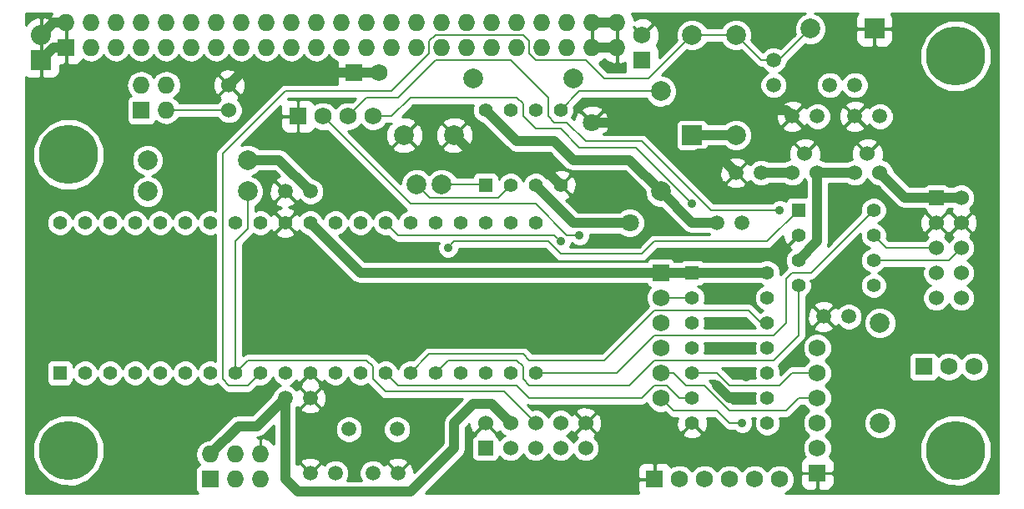
<source format=gbl>
%FSLAX36Y36*%
G04 Gerber Fmt 3.6, Leading zero omitted, Abs format (unit inch)*
G04 Created by KiCad (PCBNEW (2014-jul-16 BZR unknown)-product) date Tue 13 Jan 2015 02:58:16 PM PST*
%MOIN*%
G01*
G04 APERTURE LIST*
%ADD10C,0.003937*%
%ADD11C,0.059100*%
%ADD12C,0.078700*%
%ADD13R,0.078700X0.078700*%
%ADD14C,0.060000*%
%ADD15R,0.068000X0.068000*%
%ADD16C,0.068000*%
%ADD17O,0.068000X0.068000*%
%ADD18R,0.060000X0.060000*%
%ADD19C,0.078740*%
%ADD20R,0.055000X0.055000*%
%ADD21C,0.055000*%
%ADD22R,0.080000X0.080000*%
%ADD23O,0.080000X0.080000*%
%ADD24C,0.236220*%
%ADD25C,0.070866*%
%ADD26C,0.035000*%
%ADD27C,0.040000*%
%ADD28C,0.008000*%
%ADD29C,0.010000*%
G04 APERTURE END LIST*
D10*
D11*
X5200000Y-5800000D03*
X5100000Y-5800000D03*
X5350000Y-5800000D03*
X5450000Y-5800000D03*
X5000000Y-5500000D03*
X5100000Y-5500000D03*
X5100000Y-4675000D03*
X5000000Y-4675000D03*
X7250000Y-5175000D03*
X7150000Y-5175000D03*
X6950000Y-4250000D03*
X6950000Y-4150000D03*
X6725000Y-4800000D03*
X6825000Y-4800000D03*
X7125000Y-4375000D03*
X7025000Y-4375000D03*
D12*
X6625000Y-4050000D03*
D13*
X6625000Y-4450000D03*
D14*
X4775000Y-4350000D03*
X4775000Y-4250000D03*
D15*
X7550000Y-5375000D03*
D16*
X7650000Y-5375000D03*
X7750000Y-5375000D03*
D15*
X4425000Y-4350000D03*
D17*
X4425000Y-4250000D03*
X4525000Y-4350000D03*
X4525000Y-4250000D03*
D18*
X7600000Y-4700000D03*
D14*
X7700000Y-4700000D03*
X7600000Y-4800000D03*
X7700000Y-4800000D03*
X7600000Y-4900000D03*
X7700000Y-4900000D03*
X7600000Y-5000000D03*
X7700000Y-5000000D03*
X7600000Y-5100000D03*
X7700000Y-5100000D03*
D15*
X6475000Y-5825000D03*
D16*
X6575000Y-5825000D03*
X6675000Y-5825000D03*
X6775000Y-5825000D03*
X6875000Y-5825000D03*
X6975000Y-5825000D03*
D15*
X7125000Y-5800000D03*
D16*
X7125000Y-5700000D03*
X7125000Y-5600000D03*
X7125000Y-5500000D03*
X7125000Y-5400000D03*
X7125000Y-5300000D03*
D15*
X4700000Y-5825000D03*
D17*
X4700000Y-5725000D03*
X4800000Y-5825000D03*
X4800000Y-5725000D03*
X4900000Y-5825000D03*
X4900000Y-5725000D03*
D15*
X5050000Y-4375000D03*
D16*
X5150000Y-4375000D03*
X5250000Y-4375000D03*
X5350000Y-4375000D03*
D18*
X5800000Y-5700000D03*
D14*
X5800000Y-5600000D03*
X5900000Y-5700000D03*
X5900000Y-5600000D03*
X6000000Y-5700000D03*
X6000000Y-5600000D03*
X6100000Y-5700000D03*
X6100000Y-5600000D03*
X6200000Y-5700000D03*
X6200000Y-5600000D03*
D15*
X4125000Y-4100000D03*
D17*
X4125000Y-4000000D03*
X4225000Y-4100000D03*
X4225000Y-4000000D03*
X4325000Y-4100000D03*
X4325000Y-4000000D03*
X4425000Y-4100000D03*
X4425000Y-4000000D03*
X4525000Y-4100000D03*
X4525000Y-4000000D03*
X4625000Y-4100000D03*
X4625000Y-4000000D03*
X4725000Y-4100000D03*
X4725000Y-4000000D03*
X4825000Y-4100000D03*
X4825000Y-4000000D03*
X4925000Y-4100000D03*
X4925000Y-4000000D03*
X5025000Y-4100000D03*
X5025000Y-4000000D03*
X5125000Y-4100000D03*
X5125000Y-4000000D03*
X5225000Y-4100000D03*
X5225000Y-4000000D03*
X5325000Y-4100000D03*
X5325000Y-4000000D03*
X5425000Y-4100000D03*
X5425000Y-4000000D03*
X5525000Y-4100000D03*
X5525000Y-4000000D03*
X5625000Y-4100000D03*
X5625000Y-4000000D03*
X5725000Y-4100000D03*
X5725000Y-4000000D03*
X5825000Y-4100000D03*
X5825000Y-4000000D03*
X5925000Y-4100000D03*
X5925000Y-4000000D03*
X6025000Y-4100000D03*
X6025000Y-4000000D03*
X6125000Y-4100000D03*
X6125000Y-4000000D03*
X6225000Y-4100000D03*
X6225000Y-4000000D03*
X6325000Y-4100000D03*
X6325000Y-4000000D03*
D12*
X6800000Y-4050000D03*
X6800000Y-4450000D03*
X4450000Y-4675000D03*
X4850000Y-4675000D03*
X4450000Y-4550000D03*
X4850000Y-4550000D03*
X6500000Y-4275000D03*
X6500000Y-4675000D03*
D13*
X7353000Y-4025000D03*
D12*
X7097000Y-4025000D03*
D11*
X5253900Y-5625000D03*
X5446100Y-5625000D03*
D12*
X6150000Y-4225000D03*
X5750000Y-4225000D03*
D19*
X5625000Y-4646850D03*
X5525000Y-4646850D03*
X5675000Y-4450000D03*
X5475000Y-4450000D03*
D11*
X7375000Y-4375000D03*
X7275000Y-4375000D03*
X7175000Y-4250000D03*
X7275000Y-4250000D03*
D20*
X5800000Y-4650000D03*
D21*
X5900000Y-4650000D03*
X6000000Y-4650000D03*
X6100000Y-4650000D03*
X6100000Y-4350000D03*
X6000000Y-4350000D03*
X5900000Y-4350000D03*
X5800000Y-4350000D03*
D20*
X6625000Y-5000000D03*
D21*
X6625000Y-5100000D03*
X6625000Y-5200000D03*
X6625000Y-5300000D03*
X6625000Y-5400000D03*
X6625000Y-5500000D03*
X6625000Y-5600000D03*
X6925000Y-5600000D03*
X6925000Y-5500000D03*
X6925000Y-5400000D03*
X6925000Y-5300000D03*
X6925000Y-5200000D03*
X6925000Y-5100000D03*
X6925000Y-5000000D03*
D20*
X7050000Y-4750000D03*
D21*
X7050000Y-4850000D03*
X7050000Y-4950000D03*
X7050000Y-5050000D03*
X7350000Y-5050000D03*
X7350000Y-4950000D03*
X7350000Y-4850000D03*
X7350000Y-4750000D03*
D14*
X7275000Y-4600000D03*
X7325000Y-4525000D03*
X7375000Y-4600000D03*
D20*
X4100000Y-5400000D03*
D21*
X4200000Y-5400000D03*
X4300000Y-5400000D03*
X4400000Y-5400000D03*
X4500000Y-5400000D03*
X4600000Y-5400000D03*
X4700000Y-5400000D03*
X4800000Y-5400000D03*
X4900000Y-5400000D03*
X5000000Y-5400000D03*
X5100000Y-5400000D03*
X5200000Y-5400000D03*
X5300000Y-5400000D03*
X5400000Y-5400000D03*
X5500000Y-5400000D03*
X5600000Y-5400000D03*
X5700000Y-5400000D03*
X5800000Y-5400000D03*
X5900000Y-5400000D03*
X6000000Y-5400000D03*
X6000000Y-4800000D03*
X5900000Y-4800000D03*
X5800000Y-4800000D03*
X5700000Y-4800000D03*
X5600000Y-4800000D03*
X5500000Y-4800000D03*
X5400000Y-4800000D03*
X5300000Y-4800000D03*
X5200000Y-4800000D03*
X5100000Y-4800000D03*
X5000000Y-4800000D03*
X4900000Y-4800000D03*
X4800000Y-4800000D03*
X4700000Y-4800000D03*
X4600000Y-4800000D03*
X4500000Y-4800000D03*
X4400000Y-4800000D03*
X4300000Y-4800000D03*
X4200000Y-4800000D03*
X4100000Y-4800000D03*
D12*
X7375000Y-5200000D03*
X7375000Y-5600000D03*
D22*
X4025000Y-4150000D03*
D23*
X4025000Y-4050000D03*
D15*
X6425000Y-4150000D03*
D16*
X6425000Y-4050000D03*
D15*
X5275000Y-4200000D03*
D16*
X5375000Y-4200000D03*
D11*
X6900000Y-4600000D03*
X6800000Y-4600000D03*
D14*
X7025000Y-4600000D03*
X7075000Y-4525000D03*
X7125000Y-4600000D03*
D15*
X6500000Y-5000000D03*
D16*
X6500000Y-5100000D03*
X6500000Y-5200000D03*
X6500000Y-5300000D03*
X6500000Y-5400000D03*
X6500000Y-5500000D03*
D24*
X7677165Y-5708661D03*
X4133858Y-5708661D03*
X7677165Y-4133858D03*
X4133858Y-4527559D03*
D25*
X6375787Y-4800197D03*
X6224213Y-4399803D03*
D26*
X6650000Y-4525000D03*
X6839873Y-5414873D03*
X6725000Y-5200000D03*
X6725000Y-5075000D03*
X6725000Y-4925000D03*
X6825000Y-4925000D03*
X6725000Y-5300000D03*
X6850000Y-5500000D03*
X6725000Y-5450000D03*
X4850000Y-5300000D03*
X4675000Y-5300000D03*
X5100000Y-5300000D03*
X6525000Y-4825000D03*
X6225000Y-5175000D03*
X5900000Y-5175000D03*
X6400000Y-5100000D03*
X6100000Y-4875000D03*
X5650000Y-4900000D03*
X6175000Y-4850000D03*
X6975000Y-4750000D03*
X6625000Y-4725000D03*
X6825000Y-5600000D03*
D27*
X5275000Y-4200000D02*
X4825000Y-4200000D01*
X4825000Y-4200000D02*
X4775000Y-4250000D01*
X5375000Y-4200000D02*
X5275000Y-4200000D01*
X4125000Y-4100000D02*
X4075000Y-4100000D01*
X4075000Y-4100000D02*
X4025000Y-4150000D01*
X4125000Y-4000000D02*
X4075000Y-4000000D01*
X4075000Y-4000000D02*
X4025000Y-4050000D01*
X6525000Y-4350000D02*
X6475197Y-4399803D01*
X6475197Y-4399803D02*
X6224213Y-4399803D01*
X7025000Y-4375000D02*
X7000000Y-4350000D01*
X7000000Y-4350000D02*
X6525000Y-4350000D01*
X6800000Y-4600000D02*
X6725000Y-4525000D01*
X6725000Y-4525000D02*
X6650000Y-4525000D01*
X6839873Y-5414873D02*
X6825000Y-5400000D01*
X6825000Y-4925000D02*
X6725000Y-4925000D01*
X6775000Y-5500000D02*
X6850000Y-5500000D01*
X6725000Y-5450000D02*
X6775000Y-5500000D01*
X6325000Y-4100000D02*
X6225000Y-4100000D01*
X6325000Y-4000000D02*
X6225000Y-4000000D01*
X5075000Y-5300000D02*
X4850000Y-5300000D01*
X5100000Y-5300000D02*
X5075000Y-5300000D01*
X6225000Y-5175000D02*
X6300000Y-5100000D01*
X5100000Y-5300000D02*
X5225000Y-5175000D01*
X5225000Y-5175000D02*
X5900000Y-5175000D01*
X6225000Y-5175000D02*
X5900000Y-5175000D01*
X6300000Y-5100000D02*
X6400000Y-5100000D01*
X6000000Y-4550000D02*
X5775000Y-4550000D01*
X5775000Y-4550000D02*
X5675000Y-4450000D01*
X6100000Y-4650000D02*
X6000000Y-4550000D01*
D28*
X5575000Y-4125000D02*
X5575000Y-4075000D01*
X5975000Y-4125000D02*
X6000000Y-4150000D01*
X5975000Y-4075000D02*
X5975000Y-4125000D01*
X5950000Y-4050000D02*
X5975000Y-4075000D01*
X5600000Y-4050000D02*
X5950000Y-4050000D01*
X5575000Y-4075000D02*
X5600000Y-4050000D01*
X6625000Y-4050000D02*
X6450000Y-4225000D01*
X6450000Y-4225000D02*
X6275000Y-4225000D01*
X6275000Y-4225000D02*
X6200000Y-4150000D01*
X6200000Y-4150000D02*
X6000000Y-4150000D01*
X4850000Y-5450000D02*
X4900000Y-5400000D01*
X4775000Y-5450000D02*
X4850000Y-5450000D01*
X4750000Y-5425000D02*
X4775000Y-5450000D01*
X4750000Y-4525000D02*
X4750000Y-5425000D01*
X5000000Y-4275000D02*
X4750000Y-4525000D01*
X5425000Y-4275000D02*
X5000000Y-4275000D01*
X5575000Y-4125000D02*
X5425000Y-4275000D01*
X6800000Y-4050000D02*
X6625000Y-4050000D01*
X6950000Y-4150000D02*
X6900000Y-4150000D01*
X6900000Y-4150000D02*
X6800000Y-4050000D01*
X7097000Y-4025000D02*
X6972000Y-4150000D01*
X6972000Y-4150000D02*
X6950000Y-4150000D01*
X4775000Y-4350000D02*
X4525000Y-4350000D01*
X4800000Y-5400000D02*
X4800000Y-4875000D01*
X4850000Y-4825000D02*
X4850000Y-4675000D01*
X4800000Y-4875000D02*
X4850000Y-4825000D01*
X4800000Y-5400000D02*
X4850000Y-5350000D01*
X5875000Y-5475000D02*
X6000000Y-5600000D01*
X5400000Y-5475000D02*
X5875000Y-5475000D01*
X5350000Y-5425000D02*
X5400000Y-5475000D01*
X5350000Y-5375000D02*
X5350000Y-5425000D01*
X5325000Y-5350000D02*
X5350000Y-5375000D01*
X4850000Y-5350000D02*
X5325000Y-5350000D01*
X6100000Y-4875000D02*
X6075000Y-4850000D01*
X6075000Y-4850000D02*
X5450000Y-4850000D01*
X5450000Y-4850000D02*
X5400000Y-4800000D01*
X6475000Y-5150000D02*
X6275000Y-5350000D01*
X5950000Y-5325000D02*
X5575000Y-5325000D01*
X5975000Y-5350000D02*
X5950000Y-5325000D01*
X6275000Y-5350000D02*
X5975000Y-5350000D01*
X6925000Y-5200000D02*
X6900000Y-5200000D01*
X6900000Y-5200000D02*
X6850000Y-5150000D01*
X5575000Y-5325000D02*
X5500000Y-5400000D01*
X6850000Y-5150000D02*
X6475000Y-5150000D01*
X7050000Y-5050000D02*
X7050000Y-5250000D01*
X5650000Y-5350000D02*
X5600000Y-5400000D01*
X5925000Y-5350000D02*
X5650000Y-5350000D01*
X5950000Y-5375000D02*
X5925000Y-5350000D01*
X5950000Y-5425000D02*
X5950000Y-5375000D01*
X5975000Y-5450000D02*
X5950000Y-5425000D01*
X6375000Y-5450000D02*
X5975000Y-5450000D01*
X6475000Y-5350000D02*
X6375000Y-5450000D01*
X6950000Y-5350000D02*
X6475000Y-5350000D01*
X7050000Y-5250000D02*
X6950000Y-5350000D01*
X6100000Y-4925000D02*
X6050000Y-4875000D01*
X5675000Y-4875000D02*
X5650000Y-4900000D01*
X6050000Y-4875000D02*
X5675000Y-4875000D01*
X6475000Y-4875000D02*
X6425000Y-4925000D01*
X6425000Y-4925000D02*
X6100000Y-4925000D01*
X7050000Y-4750000D02*
X6925000Y-4875000D01*
X6925000Y-4875000D02*
X6475000Y-4875000D01*
X5400000Y-5400000D02*
X5450000Y-5450000D01*
X6425000Y-5500000D02*
X5975000Y-5500000D01*
X5975000Y-5500000D02*
X5925000Y-5450000D01*
X5450000Y-5450000D02*
X5925000Y-5450000D01*
X6575000Y-5500000D02*
X6525000Y-5450000D01*
X6525000Y-5450000D02*
X6475000Y-5450000D01*
X6475000Y-5450000D02*
X6425000Y-5500000D01*
X6625000Y-5500000D02*
X6575000Y-5500000D01*
X6000000Y-4725000D02*
X6125000Y-4850000D01*
X6125000Y-4850000D02*
X6175000Y-4850000D01*
X6725000Y-5400000D02*
X6775000Y-5450000D01*
X6975000Y-5450000D02*
X7025000Y-5400000D01*
X6775000Y-5450000D02*
X6975000Y-5450000D01*
X5500000Y-4725000D02*
X5150000Y-4375000D01*
X5575000Y-4725000D02*
X5500000Y-4725000D01*
X6000000Y-4725000D02*
X5575000Y-4725000D01*
X6625000Y-5400000D02*
X6725000Y-5400000D01*
X7025000Y-5400000D02*
X7125000Y-5400000D01*
X6050000Y-4300000D02*
X5900000Y-4150000D01*
X6050000Y-4375000D02*
X6050000Y-4300000D01*
X6975000Y-4750000D02*
X6700000Y-4750000D01*
X6700000Y-4750000D02*
X6425000Y-4475000D01*
X6425000Y-4475000D02*
X6200000Y-4475000D01*
X5325000Y-4300000D02*
X5250000Y-4375000D01*
X5450000Y-4300000D02*
X5325000Y-4300000D01*
X5600000Y-4150000D02*
X5450000Y-4300000D01*
X5900000Y-4150000D02*
X5600000Y-4150000D01*
X6075000Y-4400000D02*
X6125000Y-4400000D01*
X6125000Y-4400000D02*
X6200000Y-4475000D01*
X6050000Y-4375000D02*
X6075000Y-4400000D01*
X7350000Y-4950000D02*
X7650000Y-4950000D01*
X7650000Y-4950000D02*
X7700000Y-4900000D01*
X7600000Y-4900000D02*
X7400000Y-4900000D01*
X7400000Y-4900000D02*
X7350000Y-4850000D01*
X6625000Y-5100000D02*
X6500000Y-5100000D01*
X7050000Y-5500000D02*
X7000000Y-5550000D01*
X6775000Y-5550000D02*
X6675000Y-5450000D01*
X7000000Y-5550000D02*
X6775000Y-5550000D01*
X7125000Y-5500000D02*
X7050000Y-5500000D01*
X6675000Y-5450000D02*
X6600000Y-5450000D01*
X6550000Y-5400000D02*
X6600000Y-5450000D01*
X6500000Y-5400000D02*
X6550000Y-5400000D01*
D27*
X7050000Y-4950000D02*
X7125000Y-4875000D01*
X7125000Y-4875000D02*
X7125000Y-4600000D01*
X7275000Y-4600000D02*
X7125000Y-4600000D01*
D28*
X6625000Y-4725000D02*
X6400000Y-4500000D01*
X5350000Y-4375000D02*
X5425000Y-4375000D01*
X5425000Y-4375000D02*
X5500000Y-4300000D01*
X6400000Y-4500000D02*
X6175000Y-4500000D01*
X5925000Y-4300000D02*
X5500000Y-4300000D01*
X5950000Y-4325000D02*
X5925000Y-4300000D01*
X5950000Y-4375000D02*
X5950000Y-4325000D01*
X6825000Y-5600000D02*
X6775000Y-5600000D01*
X6775000Y-5600000D02*
X6725000Y-5550000D01*
X6725000Y-5550000D02*
X6550000Y-5550000D01*
X6550000Y-5550000D02*
X6500000Y-5500000D01*
X6100000Y-4425000D02*
X6000000Y-4425000D01*
X6000000Y-4425000D02*
X5950000Y-4375000D01*
X6175000Y-4500000D02*
X6100000Y-4425000D01*
X6100000Y-4350000D02*
X6175000Y-4275000D01*
X6175000Y-4275000D02*
X6500000Y-4275000D01*
X5625000Y-4646850D02*
X5796850Y-4646850D01*
X5796850Y-4646850D02*
X5800000Y-4650000D01*
X5525000Y-4646850D02*
X5578150Y-4700000D01*
X5850000Y-4700000D02*
X5900000Y-4650000D01*
X5578150Y-4700000D02*
X5850000Y-4700000D01*
X6950000Y-5250000D02*
X7000000Y-5200000D01*
X7100000Y-5000000D02*
X7350000Y-4750000D01*
X7025000Y-5000000D02*
X7100000Y-5000000D01*
X7000000Y-5025000D02*
X7025000Y-5000000D01*
X7000000Y-5200000D02*
X7000000Y-5025000D01*
X6950000Y-5250000D02*
X6475000Y-5250000D01*
X6475000Y-5250000D02*
X6325000Y-5400000D01*
X6000000Y-5400000D02*
X6325000Y-5400000D01*
D27*
X7600000Y-4700000D02*
X7475000Y-4700000D01*
X7475000Y-4700000D02*
X7375000Y-4600000D01*
X7700000Y-4700000D02*
X7600000Y-4700000D01*
X6375787Y-4800197D02*
X6150197Y-4800197D01*
X6150197Y-4800197D02*
X6000000Y-4650000D01*
X6725000Y-4800000D02*
X6625000Y-4800000D01*
X6625000Y-4800000D02*
X6500000Y-4675000D01*
X5000000Y-5500000D02*
X5000000Y-5825000D01*
X5825000Y-5525000D02*
X5900000Y-5600000D01*
X5750000Y-5525000D02*
X5825000Y-5525000D01*
X5675000Y-5600000D02*
X5750000Y-5525000D01*
X5675000Y-5700000D02*
X5675000Y-5600000D01*
X5500000Y-5875000D02*
X5675000Y-5700000D01*
X5050000Y-5875000D02*
X5500000Y-5875000D01*
X5000000Y-5825000D02*
X5050000Y-5875000D01*
X5100000Y-4675000D02*
X4975000Y-4550000D01*
X4975000Y-4550000D02*
X4850000Y-4550000D01*
X6800000Y-4450000D02*
X6625000Y-4450000D01*
X4700000Y-5725000D02*
X4812500Y-5612500D01*
X4887500Y-5612500D02*
X5000000Y-5500000D01*
X4812500Y-5612500D02*
X4887500Y-5612500D01*
X6500000Y-5000000D02*
X5300000Y-5000000D01*
X5300000Y-5000000D02*
X5100000Y-4800000D01*
X6500000Y-4675000D02*
X6375000Y-4550000D01*
X6375000Y-4550000D02*
X6150000Y-4550000D01*
X5925000Y-4475000D02*
X5800000Y-4350000D01*
X6625000Y-5000000D02*
X6500000Y-5000000D01*
X6925000Y-5000000D02*
X6625000Y-5000000D01*
X7025000Y-4600000D02*
X6900000Y-4600000D01*
X6075000Y-4475000D02*
X5925000Y-4475000D01*
X6150000Y-4550000D02*
X6075000Y-4475000D01*
D29*
G36*
X4955000Y-5683920D02*
X4936901Y-5666696D01*
X4911781Y-5657013D01*
X4901000Y-5664757D01*
X4901000Y-5724000D01*
X4901787Y-5724000D01*
X4901787Y-5726000D01*
X4901000Y-5726000D01*
X4901000Y-5726787D01*
X4899000Y-5726787D01*
X4899000Y-5726000D01*
X4898213Y-5726000D01*
X4898213Y-5724000D01*
X4899000Y-5724000D01*
X4899000Y-5664757D01*
X4888594Y-5657282D01*
X4904721Y-5654075D01*
X4919320Y-5644320D01*
X4955000Y-5608640D01*
X4955000Y-5683920D01*
X4955000Y-5683920D01*
G37*
X4955000Y-5683920D02*
X4936901Y-5666696D01*
X4911781Y-5657013D01*
X4901000Y-5664757D01*
X4901000Y-5724000D01*
X4901787Y-5724000D01*
X4901787Y-5726000D01*
X4901000Y-5726000D01*
X4901000Y-5726787D01*
X4899000Y-5726787D01*
X4899000Y-5726000D01*
X4898213Y-5726000D01*
X4898213Y-5724000D01*
X4899000Y-5724000D01*
X4899000Y-5664757D01*
X4888594Y-5657282D01*
X4904721Y-5654075D01*
X4919320Y-5644320D01*
X4955000Y-5608640D01*
X4955000Y-5683920D01*
G36*
X5276787Y-4201000D02*
X5276000Y-4201000D01*
X5276000Y-4201787D01*
X5274000Y-4201787D01*
X5274000Y-4201000D01*
X5214750Y-4201000D01*
X5206000Y-4209750D01*
X5206000Y-4227038D01*
X5206000Y-4240962D01*
X5208087Y-4246000D01*
X5000000Y-4246000D01*
X4988902Y-4248207D01*
X4979494Y-4254494D01*
X4840294Y-4393694D01*
X4840294Y-4238646D01*
X4830978Y-4214524D01*
X4829198Y-4211859D01*
X4816376Y-4210038D01*
X4814962Y-4211452D01*
X4814962Y-4208624D01*
X4813141Y-4195802D01*
X4789497Y-4185332D01*
X4763646Y-4184706D01*
X4739524Y-4194022D01*
X4736859Y-4195802D01*
X4735038Y-4208624D01*
X4775000Y-4248586D01*
X4814962Y-4208624D01*
X4814962Y-4211452D01*
X4776414Y-4250000D01*
X4816376Y-4289962D01*
X4829198Y-4288141D01*
X4839668Y-4264497D01*
X4840294Y-4238646D01*
X4840294Y-4393694D01*
X4830010Y-4403978D01*
X4830010Y-4339108D01*
X4821654Y-4318886D01*
X4809244Y-4306454D01*
X4810476Y-4305978D01*
X4813141Y-4304198D01*
X4814962Y-4291376D01*
X4775000Y-4251414D01*
X4773586Y-4252828D01*
X4773586Y-4250000D01*
X4733624Y-4210038D01*
X4720802Y-4211859D01*
X4710332Y-4235503D01*
X4709706Y-4261354D01*
X4719022Y-4285476D01*
X4720802Y-4288141D01*
X4733624Y-4289962D01*
X4773586Y-4250000D01*
X4773586Y-4252828D01*
X4735038Y-4291376D01*
X4736859Y-4304198D01*
X4741135Y-4306092D01*
X4728400Y-4318804D01*
X4727489Y-4321000D01*
X4576374Y-4321000D01*
X4567875Y-4308281D01*
X4555482Y-4300000D01*
X4567875Y-4291719D01*
X4580665Y-4272578D01*
X4585156Y-4250000D01*
X4580665Y-4227422D01*
X4567875Y-4208281D01*
X4548734Y-4195491D01*
X4526156Y-4191000D01*
X4523844Y-4191000D01*
X4501266Y-4195491D01*
X4482125Y-4208281D01*
X4475000Y-4218944D01*
X4467875Y-4208281D01*
X4448734Y-4195491D01*
X4426156Y-4191000D01*
X4423844Y-4191000D01*
X4401266Y-4195491D01*
X4382125Y-4208281D01*
X4369335Y-4227422D01*
X4364844Y-4250000D01*
X4369335Y-4272578D01*
X4382125Y-4291719D01*
X4382954Y-4292273D01*
X4376839Y-4294806D01*
X4369806Y-4301839D01*
X4366000Y-4311027D01*
X4366000Y-4320973D01*
X4366000Y-4388973D01*
X4369806Y-4398161D01*
X4376839Y-4405194D01*
X4386027Y-4409000D01*
X4395973Y-4409000D01*
X4463973Y-4409000D01*
X4473161Y-4405194D01*
X4480194Y-4398161D01*
X4482702Y-4392105D01*
X4501266Y-4404509D01*
X4523844Y-4409000D01*
X4526156Y-4409000D01*
X4548734Y-4404509D01*
X4567875Y-4391719D01*
X4576374Y-4379000D01*
X4727472Y-4379000D01*
X4728346Y-4381114D01*
X4743804Y-4396600D01*
X4764012Y-4404990D01*
X4785892Y-4405010D01*
X4806114Y-4396654D01*
X4821600Y-4381196D01*
X4829990Y-4360988D01*
X4830010Y-4339108D01*
X4830010Y-4403978D01*
X4729494Y-4504494D01*
X4723207Y-4513902D01*
X4721000Y-4525000D01*
X4721000Y-4751874D01*
X4710489Y-4747509D01*
X4689603Y-4747491D01*
X4670300Y-4755467D01*
X4655519Y-4770222D01*
X4649996Y-4783521D01*
X4644533Y-4770300D01*
X4629778Y-4755519D01*
X4610489Y-4747509D01*
X4589603Y-4747491D01*
X4570300Y-4755467D01*
X4555519Y-4770222D01*
X4549996Y-4783521D01*
X4544533Y-4770300D01*
X4529778Y-4755519D01*
X4514361Y-4749117D01*
X4514361Y-4662256D01*
X4504585Y-4638596D01*
X4486499Y-4620479D01*
X4467266Y-4612492D01*
X4486404Y-4604585D01*
X4504521Y-4586499D01*
X4514339Y-4562856D01*
X4514361Y-4537256D01*
X4504585Y-4513596D01*
X4486499Y-4495479D01*
X4462856Y-4485661D01*
X4437256Y-4485639D01*
X4413596Y-4495415D01*
X4395479Y-4513501D01*
X4385661Y-4537144D01*
X4385639Y-4562744D01*
X4395415Y-4586404D01*
X4413501Y-4604521D01*
X4432734Y-4612507D01*
X4413596Y-4620415D01*
X4395479Y-4638501D01*
X4385661Y-4662144D01*
X4385639Y-4687744D01*
X4395415Y-4711404D01*
X4413501Y-4729521D01*
X4437144Y-4739339D01*
X4462744Y-4739361D01*
X4486404Y-4729585D01*
X4504521Y-4711499D01*
X4514339Y-4687856D01*
X4514361Y-4662256D01*
X4514361Y-4749117D01*
X4510489Y-4747509D01*
X4489603Y-4747491D01*
X4470300Y-4755467D01*
X4455519Y-4770222D01*
X4449996Y-4783521D01*
X4444533Y-4770300D01*
X4429778Y-4755519D01*
X4410489Y-4747509D01*
X4389603Y-4747491D01*
X4370300Y-4755467D01*
X4355519Y-4770222D01*
X4349996Y-4783521D01*
X4344533Y-4770300D01*
X4329778Y-4755519D01*
X4310489Y-4747509D01*
X4289603Y-4747491D01*
X4276993Y-4752701D01*
X4276993Y-4499218D01*
X4255252Y-4446600D01*
X4215030Y-4406307D01*
X4162450Y-4384474D01*
X4105517Y-4384424D01*
X4052899Y-4406165D01*
X4012606Y-4446388D01*
X3990773Y-4498968D01*
X3990723Y-4555901D01*
X4012465Y-4608519D01*
X4052687Y-4648811D01*
X4105267Y-4670644D01*
X4162200Y-4670694D01*
X4214818Y-4648953D01*
X4255110Y-4608730D01*
X4276944Y-4556150D01*
X4276993Y-4499218D01*
X4276993Y-4752701D01*
X4270300Y-4755467D01*
X4255519Y-4770222D01*
X4249996Y-4783521D01*
X4244533Y-4770300D01*
X4229778Y-4755519D01*
X4210489Y-4747509D01*
X4189603Y-4747491D01*
X4170300Y-4755467D01*
X4155519Y-4770222D01*
X4149996Y-4783521D01*
X4144533Y-4770300D01*
X4129778Y-4755519D01*
X4110489Y-4747509D01*
X4089603Y-4747491D01*
X4070300Y-4755467D01*
X4055519Y-4770222D01*
X4047509Y-4789511D01*
X4047491Y-4810397D01*
X4055467Y-4829700D01*
X4070222Y-4844481D01*
X4089511Y-4852491D01*
X4110397Y-4852509D01*
X4129700Y-4844533D01*
X4144481Y-4829778D01*
X4150004Y-4816478D01*
X4155467Y-4829700D01*
X4170222Y-4844481D01*
X4189511Y-4852491D01*
X4210397Y-4852509D01*
X4229700Y-4844533D01*
X4244481Y-4829778D01*
X4250004Y-4816478D01*
X4255467Y-4829700D01*
X4270222Y-4844481D01*
X4289511Y-4852491D01*
X4310397Y-4852509D01*
X4329700Y-4844533D01*
X4344481Y-4829778D01*
X4350004Y-4816478D01*
X4355467Y-4829700D01*
X4370222Y-4844481D01*
X4389511Y-4852491D01*
X4410397Y-4852509D01*
X4429700Y-4844533D01*
X4444481Y-4829778D01*
X4450004Y-4816478D01*
X4455467Y-4829700D01*
X4470222Y-4844481D01*
X4489511Y-4852491D01*
X4510397Y-4852509D01*
X4529700Y-4844533D01*
X4544481Y-4829778D01*
X4550004Y-4816478D01*
X4555467Y-4829700D01*
X4570222Y-4844481D01*
X4589511Y-4852491D01*
X4610397Y-4852509D01*
X4629700Y-4844533D01*
X4644481Y-4829778D01*
X4650004Y-4816478D01*
X4655467Y-4829700D01*
X4670222Y-4844481D01*
X4689511Y-4852491D01*
X4710397Y-4852509D01*
X4721000Y-4848128D01*
X4721000Y-5351874D01*
X4710489Y-5347509D01*
X4689603Y-5347491D01*
X4670300Y-5355467D01*
X4655519Y-5370222D01*
X4649996Y-5383521D01*
X4644533Y-5370300D01*
X4629778Y-5355519D01*
X4610489Y-5347509D01*
X4589603Y-5347491D01*
X4570300Y-5355467D01*
X4555519Y-5370222D01*
X4549996Y-5383521D01*
X4544533Y-5370300D01*
X4529778Y-5355519D01*
X4510489Y-5347509D01*
X4489603Y-5347491D01*
X4470300Y-5355467D01*
X4455519Y-5370222D01*
X4449996Y-5383521D01*
X4444533Y-5370300D01*
X4429778Y-5355519D01*
X4410489Y-5347509D01*
X4389603Y-5347491D01*
X4370300Y-5355467D01*
X4355519Y-5370222D01*
X4349996Y-5383521D01*
X4344533Y-5370300D01*
X4329778Y-5355519D01*
X4310489Y-5347509D01*
X4289603Y-5347491D01*
X4270300Y-5355467D01*
X4255519Y-5370222D01*
X4249996Y-5383521D01*
X4244533Y-5370300D01*
X4229778Y-5355519D01*
X4210489Y-5347509D01*
X4189603Y-5347491D01*
X4170300Y-5355467D01*
X4155519Y-5370222D01*
X4152500Y-5377492D01*
X4152500Y-5367527D01*
X4148694Y-5358339D01*
X4141661Y-5351306D01*
X4132473Y-5347500D01*
X4122527Y-5347500D01*
X4067527Y-5347500D01*
X4058339Y-5351306D01*
X4051306Y-5358339D01*
X4047500Y-5367527D01*
X4047500Y-5377473D01*
X4047500Y-5432473D01*
X4051306Y-5441661D01*
X4058339Y-5448694D01*
X4067527Y-5452500D01*
X4077473Y-5452500D01*
X4132473Y-5452500D01*
X4141661Y-5448694D01*
X4148694Y-5441661D01*
X4152500Y-5432473D01*
X4152500Y-5422527D01*
X4152500Y-5422520D01*
X4155467Y-5429700D01*
X4170222Y-5444481D01*
X4189511Y-5452491D01*
X4210397Y-5452509D01*
X4229700Y-5444533D01*
X4244481Y-5429778D01*
X4250004Y-5416478D01*
X4255467Y-5429700D01*
X4270222Y-5444481D01*
X4289511Y-5452491D01*
X4310397Y-5452509D01*
X4329700Y-5444533D01*
X4344481Y-5429778D01*
X4350004Y-5416478D01*
X4355467Y-5429700D01*
X4370222Y-5444481D01*
X4389511Y-5452491D01*
X4410397Y-5452509D01*
X4429700Y-5444533D01*
X4444481Y-5429778D01*
X4450004Y-5416478D01*
X4455467Y-5429700D01*
X4470222Y-5444481D01*
X4489511Y-5452491D01*
X4510397Y-5452509D01*
X4529700Y-5444533D01*
X4544481Y-5429778D01*
X4550004Y-5416478D01*
X4555467Y-5429700D01*
X4570222Y-5444481D01*
X4589511Y-5452491D01*
X4610397Y-5452509D01*
X4629700Y-5444533D01*
X4644481Y-5429778D01*
X4650004Y-5416478D01*
X4655467Y-5429700D01*
X4670222Y-5444481D01*
X4689511Y-5452491D01*
X4710397Y-5452509D01*
X4729029Y-5444810D01*
X4729494Y-5445506D01*
X4754494Y-5470506D01*
X4763902Y-5476793D01*
X4763902Y-5476793D01*
X4775000Y-5479000D01*
X4850000Y-5479000D01*
X4861098Y-5476793D01*
X4870506Y-5470506D01*
X4888812Y-5452200D01*
X4889511Y-5452491D01*
X4910397Y-5452509D01*
X4929700Y-5444533D01*
X4944481Y-5429778D01*
X4950004Y-5416478D01*
X4955467Y-5429700D01*
X4970222Y-5444481D01*
X4980844Y-5448892D01*
X4969140Y-5453728D01*
X4953782Y-5469060D01*
X4945459Y-5489102D01*
X4945458Y-5490902D01*
X4868860Y-5567500D01*
X4812500Y-5567500D01*
X4795279Y-5570925D01*
X4780680Y-5580680D01*
X4694495Y-5666865D01*
X4676266Y-5670491D01*
X4657125Y-5683281D01*
X4644335Y-5702422D01*
X4639844Y-5725000D01*
X4644335Y-5747578D01*
X4657125Y-5766719D01*
X4657954Y-5767273D01*
X4651839Y-5769806D01*
X4644806Y-5776839D01*
X4641000Y-5786027D01*
X4641000Y-5795973D01*
X4641000Y-5863973D01*
X4644806Y-5873161D01*
X4651172Y-5879528D01*
X4276993Y-5879528D01*
X4276993Y-5680320D01*
X4255252Y-5627702D01*
X4215030Y-5587409D01*
X4162450Y-5565576D01*
X4105517Y-5565526D01*
X4052899Y-5587268D01*
X4012606Y-5627490D01*
X3990773Y-5680070D01*
X3990723Y-5737003D01*
X4012465Y-5789621D01*
X4052687Y-5829914D01*
X4105267Y-5851747D01*
X4162200Y-5851796D01*
X4214818Y-5830055D01*
X4255110Y-5789833D01*
X4276944Y-5737253D01*
X4276993Y-5680320D01*
X4276993Y-5879528D01*
X3962992Y-5879528D01*
X3962992Y-4217490D01*
X3965174Y-4219672D01*
X3978038Y-4225000D01*
X3991962Y-4225000D01*
X4015250Y-4225000D01*
X4024000Y-4216250D01*
X4024000Y-4151000D01*
X4023213Y-4151000D01*
X4023213Y-4149000D01*
X4024000Y-4149000D01*
X4024000Y-4116242D01*
X4024000Y-4083750D01*
X4024000Y-4051000D01*
X4023213Y-4051000D01*
X4023213Y-4049000D01*
X4024000Y-4049000D01*
X4024000Y-3983758D01*
X4012281Y-3976086D01*
X4008466Y-3976845D01*
X3981729Y-3988741D01*
X3962992Y-4008476D01*
X3962992Y-3962992D01*
X4067382Y-3962992D01*
X4057990Y-3984167D01*
X4041534Y-3976845D01*
X4037719Y-3976086D01*
X4026000Y-3983758D01*
X4026000Y-4049000D01*
X4026787Y-4049000D01*
X4026787Y-4051000D01*
X4026000Y-4051000D01*
X4026000Y-4083750D01*
X4026000Y-4116242D01*
X4026000Y-4149000D01*
X4026787Y-4149000D01*
X4026787Y-4151000D01*
X4026000Y-4151000D01*
X4026000Y-4216250D01*
X4034750Y-4225000D01*
X4058038Y-4225000D01*
X4071962Y-4225000D01*
X4084826Y-4219672D01*
X4094672Y-4209826D01*
X4100000Y-4196962D01*
X4100000Y-4169000D01*
X4115250Y-4169000D01*
X4124000Y-4160250D01*
X4124000Y-4101000D01*
X4123213Y-4101000D01*
X4123213Y-4099000D01*
X4124000Y-4099000D01*
X4124000Y-4060243D01*
X4124000Y-4039750D01*
X4124000Y-4001000D01*
X4123213Y-4001000D01*
X4123213Y-3999000D01*
X4124000Y-3999000D01*
X4124000Y-3998213D01*
X4126000Y-3998213D01*
X4126000Y-3999000D01*
X4126787Y-3999000D01*
X4126787Y-4001000D01*
X4126000Y-4001000D01*
X4126000Y-4039750D01*
X4126000Y-4060243D01*
X4126000Y-4099000D01*
X4126787Y-4099000D01*
X4126787Y-4101000D01*
X4126000Y-4101000D01*
X4126000Y-4160250D01*
X4134750Y-4169000D01*
X4165962Y-4169000D01*
X4178826Y-4163672D01*
X4188672Y-4153826D01*
X4191180Y-4147770D01*
X4201266Y-4154509D01*
X4223844Y-4159000D01*
X4226156Y-4159000D01*
X4248734Y-4154509D01*
X4267875Y-4141719D01*
X4275000Y-4131056D01*
X4282125Y-4141719D01*
X4301266Y-4154509D01*
X4323844Y-4159000D01*
X4326156Y-4159000D01*
X4348734Y-4154509D01*
X4367875Y-4141719D01*
X4375000Y-4131056D01*
X4382125Y-4141719D01*
X4401266Y-4154509D01*
X4423844Y-4159000D01*
X4426156Y-4159000D01*
X4448734Y-4154509D01*
X4467875Y-4141719D01*
X4475000Y-4131056D01*
X4482125Y-4141719D01*
X4501266Y-4154509D01*
X4523844Y-4159000D01*
X4526156Y-4159000D01*
X4548734Y-4154509D01*
X4567875Y-4141719D01*
X4575000Y-4131056D01*
X4582125Y-4141719D01*
X4601266Y-4154509D01*
X4623844Y-4159000D01*
X4626156Y-4159000D01*
X4648734Y-4154509D01*
X4667875Y-4141719D01*
X4675000Y-4131056D01*
X4682125Y-4141719D01*
X4701266Y-4154509D01*
X4723844Y-4159000D01*
X4726156Y-4159000D01*
X4748734Y-4154509D01*
X4767875Y-4141719D01*
X4775000Y-4131056D01*
X4782125Y-4141719D01*
X4801266Y-4154509D01*
X4823844Y-4159000D01*
X4826156Y-4159000D01*
X4848734Y-4154509D01*
X4867875Y-4141719D01*
X4875000Y-4131056D01*
X4882125Y-4141719D01*
X4901266Y-4154509D01*
X4923844Y-4159000D01*
X4926156Y-4159000D01*
X4948734Y-4154509D01*
X4967875Y-4141719D01*
X4975000Y-4131056D01*
X4982125Y-4141719D01*
X5001266Y-4154509D01*
X5023844Y-4159000D01*
X5026156Y-4159000D01*
X5048734Y-4154509D01*
X5067875Y-4141719D01*
X5075000Y-4131056D01*
X5082125Y-4141719D01*
X5101266Y-4154509D01*
X5123844Y-4159000D01*
X5126156Y-4159000D01*
X5148734Y-4154509D01*
X5167875Y-4141719D01*
X5175000Y-4131056D01*
X5182125Y-4141719D01*
X5201266Y-4154509D01*
X5207373Y-4155724D01*
X5206000Y-4159038D01*
X5206000Y-4172962D01*
X5206000Y-4190250D01*
X5214750Y-4199000D01*
X5274000Y-4199000D01*
X5274000Y-4198213D01*
X5276000Y-4198213D01*
X5276000Y-4199000D01*
X5276787Y-4199000D01*
X5276787Y-4201000D01*
X5276787Y-4201000D01*
G37*
X5276787Y-4201000D02*
X5276000Y-4201000D01*
X5276000Y-4201787D01*
X5274000Y-4201787D01*
X5274000Y-4201000D01*
X5214750Y-4201000D01*
X5206000Y-4209750D01*
X5206000Y-4227038D01*
X5206000Y-4240962D01*
X5208087Y-4246000D01*
X5000000Y-4246000D01*
X4988902Y-4248207D01*
X4979494Y-4254494D01*
X4840294Y-4393694D01*
X4840294Y-4238646D01*
X4830978Y-4214524D01*
X4829198Y-4211859D01*
X4816376Y-4210038D01*
X4814962Y-4211452D01*
X4814962Y-4208624D01*
X4813141Y-4195802D01*
X4789497Y-4185332D01*
X4763646Y-4184706D01*
X4739524Y-4194022D01*
X4736859Y-4195802D01*
X4735038Y-4208624D01*
X4775000Y-4248586D01*
X4814962Y-4208624D01*
X4814962Y-4211452D01*
X4776414Y-4250000D01*
X4816376Y-4289962D01*
X4829198Y-4288141D01*
X4839668Y-4264497D01*
X4840294Y-4238646D01*
X4840294Y-4393694D01*
X4830010Y-4403978D01*
X4830010Y-4339108D01*
X4821654Y-4318886D01*
X4809244Y-4306454D01*
X4810476Y-4305978D01*
X4813141Y-4304198D01*
X4814962Y-4291376D01*
X4775000Y-4251414D01*
X4773586Y-4252828D01*
X4773586Y-4250000D01*
X4733624Y-4210038D01*
X4720802Y-4211859D01*
X4710332Y-4235503D01*
X4709706Y-4261354D01*
X4719022Y-4285476D01*
X4720802Y-4288141D01*
X4733624Y-4289962D01*
X4773586Y-4250000D01*
X4773586Y-4252828D01*
X4735038Y-4291376D01*
X4736859Y-4304198D01*
X4741135Y-4306092D01*
X4728400Y-4318804D01*
X4727489Y-4321000D01*
X4576374Y-4321000D01*
X4567875Y-4308281D01*
X4555482Y-4300000D01*
X4567875Y-4291719D01*
X4580665Y-4272578D01*
X4585156Y-4250000D01*
X4580665Y-4227422D01*
X4567875Y-4208281D01*
X4548734Y-4195491D01*
X4526156Y-4191000D01*
X4523844Y-4191000D01*
X4501266Y-4195491D01*
X4482125Y-4208281D01*
X4475000Y-4218944D01*
X4467875Y-4208281D01*
X4448734Y-4195491D01*
X4426156Y-4191000D01*
X4423844Y-4191000D01*
X4401266Y-4195491D01*
X4382125Y-4208281D01*
X4369335Y-4227422D01*
X4364844Y-4250000D01*
X4369335Y-4272578D01*
X4382125Y-4291719D01*
X4382954Y-4292273D01*
X4376839Y-4294806D01*
X4369806Y-4301839D01*
X4366000Y-4311027D01*
X4366000Y-4320973D01*
X4366000Y-4388973D01*
X4369806Y-4398161D01*
X4376839Y-4405194D01*
X4386027Y-4409000D01*
X4395973Y-4409000D01*
X4463973Y-4409000D01*
X4473161Y-4405194D01*
X4480194Y-4398161D01*
X4482702Y-4392105D01*
X4501266Y-4404509D01*
X4523844Y-4409000D01*
X4526156Y-4409000D01*
X4548734Y-4404509D01*
X4567875Y-4391719D01*
X4576374Y-4379000D01*
X4727472Y-4379000D01*
X4728346Y-4381114D01*
X4743804Y-4396600D01*
X4764012Y-4404990D01*
X4785892Y-4405010D01*
X4806114Y-4396654D01*
X4821600Y-4381196D01*
X4829990Y-4360988D01*
X4830010Y-4339108D01*
X4830010Y-4403978D01*
X4729494Y-4504494D01*
X4723207Y-4513902D01*
X4721000Y-4525000D01*
X4721000Y-4751874D01*
X4710489Y-4747509D01*
X4689603Y-4747491D01*
X4670300Y-4755467D01*
X4655519Y-4770222D01*
X4649996Y-4783521D01*
X4644533Y-4770300D01*
X4629778Y-4755519D01*
X4610489Y-4747509D01*
X4589603Y-4747491D01*
X4570300Y-4755467D01*
X4555519Y-4770222D01*
X4549996Y-4783521D01*
X4544533Y-4770300D01*
X4529778Y-4755519D01*
X4514361Y-4749117D01*
X4514361Y-4662256D01*
X4504585Y-4638596D01*
X4486499Y-4620479D01*
X4467266Y-4612492D01*
X4486404Y-4604585D01*
X4504521Y-4586499D01*
X4514339Y-4562856D01*
X4514361Y-4537256D01*
X4504585Y-4513596D01*
X4486499Y-4495479D01*
X4462856Y-4485661D01*
X4437256Y-4485639D01*
X4413596Y-4495415D01*
X4395479Y-4513501D01*
X4385661Y-4537144D01*
X4385639Y-4562744D01*
X4395415Y-4586404D01*
X4413501Y-4604521D01*
X4432734Y-4612507D01*
X4413596Y-4620415D01*
X4395479Y-4638501D01*
X4385661Y-4662144D01*
X4385639Y-4687744D01*
X4395415Y-4711404D01*
X4413501Y-4729521D01*
X4437144Y-4739339D01*
X4462744Y-4739361D01*
X4486404Y-4729585D01*
X4504521Y-4711499D01*
X4514339Y-4687856D01*
X4514361Y-4662256D01*
X4514361Y-4749117D01*
X4510489Y-4747509D01*
X4489603Y-4747491D01*
X4470300Y-4755467D01*
X4455519Y-4770222D01*
X4449996Y-4783521D01*
X4444533Y-4770300D01*
X4429778Y-4755519D01*
X4410489Y-4747509D01*
X4389603Y-4747491D01*
X4370300Y-4755467D01*
X4355519Y-4770222D01*
X4349996Y-4783521D01*
X4344533Y-4770300D01*
X4329778Y-4755519D01*
X4310489Y-4747509D01*
X4289603Y-4747491D01*
X4276993Y-4752701D01*
X4276993Y-4499218D01*
X4255252Y-4446600D01*
X4215030Y-4406307D01*
X4162450Y-4384474D01*
X4105517Y-4384424D01*
X4052899Y-4406165D01*
X4012606Y-4446388D01*
X3990773Y-4498968D01*
X3990723Y-4555901D01*
X4012465Y-4608519D01*
X4052687Y-4648811D01*
X4105267Y-4670644D01*
X4162200Y-4670694D01*
X4214818Y-4648953D01*
X4255110Y-4608730D01*
X4276944Y-4556150D01*
X4276993Y-4499218D01*
X4276993Y-4752701D01*
X4270300Y-4755467D01*
X4255519Y-4770222D01*
X4249996Y-4783521D01*
X4244533Y-4770300D01*
X4229778Y-4755519D01*
X4210489Y-4747509D01*
X4189603Y-4747491D01*
X4170300Y-4755467D01*
X4155519Y-4770222D01*
X4149996Y-4783521D01*
X4144533Y-4770300D01*
X4129778Y-4755519D01*
X4110489Y-4747509D01*
X4089603Y-4747491D01*
X4070300Y-4755467D01*
X4055519Y-4770222D01*
X4047509Y-4789511D01*
X4047491Y-4810397D01*
X4055467Y-4829700D01*
X4070222Y-4844481D01*
X4089511Y-4852491D01*
X4110397Y-4852509D01*
X4129700Y-4844533D01*
X4144481Y-4829778D01*
X4150004Y-4816478D01*
X4155467Y-4829700D01*
X4170222Y-4844481D01*
X4189511Y-4852491D01*
X4210397Y-4852509D01*
X4229700Y-4844533D01*
X4244481Y-4829778D01*
X4250004Y-4816478D01*
X4255467Y-4829700D01*
X4270222Y-4844481D01*
X4289511Y-4852491D01*
X4310397Y-4852509D01*
X4329700Y-4844533D01*
X4344481Y-4829778D01*
X4350004Y-4816478D01*
X4355467Y-4829700D01*
X4370222Y-4844481D01*
X4389511Y-4852491D01*
X4410397Y-4852509D01*
X4429700Y-4844533D01*
X4444481Y-4829778D01*
X4450004Y-4816478D01*
X4455467Y-4829700D01*
X4470222Y-4844481D01*
X4489511Y-4852491D01*
X4510397Y-4852509D01*
X4529700Y-4844533D01*
X4544481Y-4829778D01*
X4550004Y-4816478D01*
X4555467Y-4829700D01*
X4570222Y-4844481D01*
X4589511Y-4852491D01*
X4610397Y-4852509D01*
X4629700Y-4844533D01*
X4644481Y-4829778D01*
X4650004Y-4816478D01*
X4655467Y-4829700D01*
X4670222Y-4844481D01*
X4689511Y-4852491D01*
X4710397Y-4852509D01*
X4721000Y-4848128D01*
X4721000Y-5351874D01*
X4710489Y-5347509D01*
X4689603Y-5347491D01*
X4670300Y-5355467D01*
X4655519Y-5370222D01*
X4649996Y-5383521D01*
X4644533Y-5370300D01*
X4629778Y-5355519D01*
X4610489Y-5347509D01*
X4589603Y-5347491D01*
X4570300Y-5355467D01*
X4555519Y-5370222D01*
X4549996Y-5383521D01*
X4544533Y-5370300D01*
X4529778Y-5355519D01*
X4510489Y-5347509D01*
X4489603Y-5347491D01*
X4470300Y-5355467D01*
X4455519Y-5370222D01*
X4449996Y-5383521D01*
X4444533Y-5370300D01*
X4429778Y-5355519D01*
X4410489Y-5347509D01*
X4389603Y-5347491D01*
X4370300Y-5355467D01*
X4355519Y-5370222D01*
X4349996Y-5383521D01*
X4344533Y-5370300D01*
X4329778Y-5355519D01*
X4310489Y-5347509D01*
X4289603Y-5347491D01*
X4270300Y-5355467D01*
X4255519Y-5370222D01*
X4249996Y-5383521D01*
X4244533Y-5370300D01*
X4229778Y-5355519D01*
X4210489Y-5347509D01*
X4189603Y-5347491D01*
X4170300Y-5355467D01*
X4155519Y-5370222D01*
X4152500Y-5377492D01*
X4152500Y-5367527D01*
X4148694Y-5358339D01*
X4141661Y-5351306D01*
X4132473Y-5347500D01*
X4122527Y-5347500D01*
X4067527Y-5347500D01*
X4058339Y-5351306D01*
X4051306Y-5358339D01*
X4047500Y-5367527D01*
X4047500Y-5377473D01*
X4047500Y-5432473D01*
X4051306Y-5441661D01*
X4058339Y-5448694D01*
X4067527Y-5452500D01*
X4077473Y-5452500D01*
X4132473Y-5452500D01*
X4141661Y-5448694D01*
X4148694Y-5441661D01*
X4152500Y-5432473D01*
X4152500Y-5422527D01*
X4152500Y-5422520D01*
X4155467Y-5429700D01*
X4170222Y-5444481D01*
X4189511Y-5452491D01*
X4210397Y-5452509D01*
X4229700Y-5444533D01*
X4244481Y-5429778D01*
X4250004Y-5416478D01*
X4255467Y-5429700D01*
X4270222Y-5444481D01*
X4289511Y-5452491D01*
X4310397Y-5452509D01*
X4329700Y-5444533D01*
X4344481Y-5429778D01*
X4350004Y-5416478D01*
X4355467Y-5429700D01*
X4370222Y-5444481D01*
X4389511Y-5452491D01*
X4410397Y-5452509D01*
X4429700Y-5444533D01*
X4444481Y-5429778D01*
X4450004Y-5416478D01*
X4455467Y-5429700D01*
X4470222Y-5444481D01*
X4489511Y-5452491D01*
X4510397Y-5452509D01*
X4529700Y-5444533D01*
X4544481Y-5429778D01*
X4550004Y-5416478D01*
X4555467Y-5429700D01*
X4570222Y-5444481D01*
X4589511Y-5452491D01*
X4610397Y-5452509D01*
X4629700Y-5444533D01*
X4644481Y-5429778D01*
X4650004Y-5416478D01*
X4655467Y-5429700D01*
X4670222Y-5444481D01*
X4689511Y-5452491D01*
X4710397Y-5452509D01*
X4729029Y-5444810D01*
X4729494Y-5445506D01*
X4754494Y-5470506D01*
X4763902Y-5476793D01*
X4763902Y-5476793D01*
X4775000Y-5479000D01*
X4850000Y-5479000D01*
X4861098Y-5476793D01*
X4870506Y-5470506D01*
X4888812Y-5452200D01*
X4889511Y-5452491D01*
X4910397Y-5452509D01*
X4929700Y-5444533D01*
X4944481Y-5429778D01*
X4950004Y-5416478D01*
X4955467Y-5429700D01*
X4970222Y-5444481D01*
X4980844Y-5448892D01*
X4969140Y-5453728D01*
X4953782Y-5469060D01*
X4945459Y-5489102D01*
X4945458Y-5490902D01*
X4868860Y-5567500D01*
X4812500Y-5567500D01*
X4795279Y-5570925D01*
X4780680Y-5580680D01*
X4694495Y-5666865D01*
X4676266Y-5670491D01*
X4657125Y-5683281D01*
X4644335Y-5702422D01*
X4639844Y-5725000D01*
X4644335Y-5747578D01*
X4657125Y-5766719D01*
X4657954Y-5767273D01*
X4651839Y-5769806D01*
X4644806Y-5776839D01*
X4641000Y-5786027D01*
X4641000Y-5795973D01*
X4641000Y-5863973D01*
X4644806Y-5873161D01*
X4651172Y-5879528D01*
X4276993Y-5879528D01*
X4276993Y-5680320D01*
X4255252Y-5627702D01*
X4215030Y-5587409D01*
X4162450Y-5565576D01*
X4105517Y-5565526D01*
X4052899Y-5587268D01*
X4012606Y-5627490D01*
X3990773Y-5680070D01*
X3990723Y-5737003D01*
X4012465Y-5789621D01*
X4052687Y-5829914D01*
X4105267Y-5851747D01*
X4162200Y-5851796D01*
X4214818Y-5830055D01*
X4255110Y-5789833D01*
X4276944Y-5737253D01*
X4276993Y-5680320D01*
X4276993Y-5879528D01*
X3962992Y-5879528D01*
X3962992Y-4217490D01*
X3965174Y-4219672D01*
X3978038Y-4225000D01*
X3991962Y-4225000D01*
X4015250Y-4225000D01*
X4024000Y-4216250D01*
X4024000Y-4151000D01*
X4023213Y-4151000D01*
X4023213Y-4149000D01*
X4024000Y-4149000D01*
X4024000Y-4116242D01*
X4024000Y-4083750D01*
X4024000Y-4051000D01*
X4023213Y-4051000D01*
X4023213Y-4049000D01*
X4024000Y-4049000D01*
X4024000Y-3983758D01*
X4012281Y-3976086D01*
X4008466Y-3976845D01*
X3981729Y-3988741D01*
X3962992Y-4008476D01*
X3962992Y-3962992D01*
X4067382Y-3962992D01*
X4057990Y-3984167D01*
X4041534Y-3976845D01*
X4037719Y-3976086D01*
X4026000Y-3983758D01*
X4026000Y-4049000D01*
X4026787Y-4049000D01*
X4026787Y-4051000D01*
X4026000Y-4051000D01*
X4026000Y-4083750D01*
X4026000Y-4116242D01*
X4026000Y-4149000D01*
X4026787Y-4149000D01*
X4026787Y-4151000D01*
X4026000Y-4151000D01*
X4026000Y-4216250D01*
X4034750Y-4225000D01*
X4058038Y-4225000D01*
X4071962Y-4225000D01*
X4084826Y-4219672D01*
X4094672Y-4209826D01*
X4100000Y-4196962D01*
X4100000Y-4169000D01*
X4115250Y-4169000D01*
X4124000Y-4160250D01*
X4124000Y-4101000D01*
X4123213Y-4101000D01*
X4123213Y-4099000D01*
X4124000Y-4099000D01*
X4124000Y-4060243D01*
X4124000Y-4039750D01*
X4124000Y-4001000D01*
X4123213Y-4001000D01*
X4123213Y-3999000D01*
X4124000Y-3999000D01*
X4124000Y-3998213D01*
X4126000Y-3998213D01*
X4126000Y-3999000D01*
X4126787Y-3999000D01*
X4126787Y-4001000D01*
X4126000Y-4001000D01*
X4126000Y-4039750D01*
X4126000Y-4060243D01*
X4126000Y-4099000D01*
X4126787Y-4099000D01*
X4126787Y-4101000D01*
X4126000Y-4101000D01*
X4126000Y-4160250D01*
X4134750Y-4169000D01*
X4165962Y-4169000D01*
X4178826Y-4163672D01*
X4188672Y-4153826D01*
X4191180Y-4147770D01*
X4201266Y-4154509D01*
X4223844Y-4159000D01*
X4226156Y-4159000D01*
X4248734Y-4154509D01*
X4267875Y-4141719D01*
X4275000Y-4131056D01*
X4282125Y-4141719D01*
X4301266Y-4154509D01*
X4323844Y-4159000D01*
X4326156Y-4159000D01*
X4348734Y-4154509D01*
X4367875Y-4141719D01*
X4375000Y-4131056D01*
X4382125Y-4141719D01*
X4401266Y-4154509D01*
X4423844Y-4159000D01*
X4426156Y-4159000D01*
X4448734Y-4154509D01*
X4467875Y-4141719D01*
X4475000Y-4131056D01*
X4482125Y-4141719D01*
X4501266Y-4154509D01*
X4523844Y-4159000D01*
X4526156Y-4159000D01*
X4548734Y-4154509D01*
X4567875Y-4141719D01*
X4575000Y-4131056D01*
X4582125Y-4141719D01*
X4601266Y-4154509D01*
X4623844Y-4159000D01*
X4626156Y-4159000D01*
X4648734Y-4154509D01*
X4667875Y-4141719D01*
X4675000Y-4131056D01*
X4682125Y-4141719D01*
X4701266Y-4154509D01*
X4723844Y-4159000D01*
X4726156Y-4159000D01*
X4748734Y-4154509D01*
X4767875Y-4141719D01*
X4775000Y-4131056D01*
X4782125Y-4141719D01*
X4801266Y-4154509D01*
X4823844Y-4159000D01*
X4826156Y-4159000D01*
X4848734Y-4154509D01*
X4867875Y-4141719D01*
X4875000Y-4131056D01*
X4882125Y-4141719D01*
X4901266Y-4154509D01*
X4923844Y-4159000D01*
X4926156Y-4159000D01*
X4948734Y-4154509D01*
X4967875Y-4141719D01*
X4975000Y-4131056D01*
X4982125Y-4141719D01*
X5001266Y-4154509D01*
X5023844Y-4159000D01*
X5026156Y-4159000D01*
X5048734Y-4154509D01*
X5067875Y-4141719D01*
X5075000Y-4131056D01*
X5082125Y-4141719D01*
X5101266Y-4154509D01*
X5123844Y-4159000D01*
X5126156Y-4159000D01*
X5148734Y-4154509D01*
X5167875Y-4141719D01*
X5175000Y-4131056D01*
X5182125Y-4141719D01*
X5201266Y-4154509D01*
X5207373Y-4155724D01*
X5206000Y-4159038D01*
X5206000Y-4172962D01*
X5206000Y-4190250D01*
X5214750Y-4199000D01*
X5274000Y-4199000D01*
X5274000Y-4198213D01*
X5276000Y-4198213D01*
X5276000Y-4199000D01*
X5276787Y-4199000D01*
X5276787Y-4201000D01*
G36*
X5376971Y-4200557D02*
X5375557Y-4201971D01*
X5375000Y-4201414D01*
X5374443Y-4201971D01*
X5373029Y-4200557D01*
X5373586Y-4200000D01*
X5373029Y-4199443D01*
X5374443Y-4198029D01*
X5375000Y-4198586D01*
X5375557Y-4198029D01*
X5376971Y-4199443D01*
X5376414Y-4200000D01*
X5376971Y-4200557D01*
X5376971Y-4200557D01*
G37*
X5376971Y-4200557D02*
X5375557Y-4201971D01*
X5375000Y-4201414D01*
X5374443Y-4201971D01*
X5373029Y-4200557D01*
X5373586Y-4200000D01*
X5373029Y-4199443D01*
X5374443Y-4198029D01*
X5375000Y-4198586D01*
X5375557Y-4198029D01*
X5376971Y-4199443D01*
X5376414Y-4200000D01*
X5376971Y-4200557D01*
G36*
X5707360Y-5504000D02*
X5643180Y-5568180D01*
X5633425Y-5582779D01*
X5630000Y-5600000D01*
X5630000Y-5681360D01*
X5514648Y-5796712D01*
X5514840Y-5788718D01*
X5505587Y-5764763D01*
X5503827Y-5762129D01*
X5500659Y-5761691D01*
X5500659Y-5614197D01*
X5492372Y-5594140D01*
X5477040Y-5578782D01*
X5456998Y-5570459D01*
X5435297Y-5570441D01*
X5415240Y-5578728D01*
X5399882Y-5594060D01*
X5391559Y-5614102D01*
X5391541Y-5635803D01*
X5399828Y-5655860D01*
X5415160Y-5671218D01*
X5435202Y-5679541D01*
X5456903Y-5679559D01*
X5476960Y-5671272D01*
X5492318Y-5655940D01*
X5500641Y-5635898D01*
X5500659Y-5614197D01*
X5500659Y-5761691D01*
X5491052Y-5760363D01*
X5489637Y-5761777D01*
X5489637Y-5758948D01*
X5487871Y-5746173D01*
X5464390Y-5735778D01*
X5438718Y-5735160D01*
X5414763Y-5744413D01*
X5412129Y-5746173D01*
X5410363Y-5758948D01*
X5450000Y-5798586D01*
X5489637Y-5758948D01*
X5489637Y-5761777D01*
X5451414Y-5800000D01*
X5451971Y-5800557D01*
X5450557Y-5801971D01*
X5450000Y-5801414D01*
X5449443Y-5801971D01*
X5448029Y-5800557D01*
X5448586Y-5800000D01*
X5408948Y-5760363D01*
X5396173Y-5762129D01*
X5394053Y-5766917D01*
X5380940Y-5753782D01*
X5360898Y-5745459D01*
X5339197Y-5745441D01*
X5319140Y-5753728D01*
X5308459Y-5764390D01*
X5308459Y-5614197D01*
X5300172Y-5594140D01*
X5284840Y-5578782D01*
X5264798Y-5570459D01*
X5243097Y-5570441D01*
X5223040Y-5578728D01*
X5207682Y-5594060D01*
X5199359Y-5614102D01*
X5199341Y-5635803D01*
X5207628Y-5655860D01*
X5222960Y-5671218D01*
X5243002Y-5679541D01*
X5264703Y-5679559D01*
X5284760Y-5671272D01*
X5300118Y-5655940D01*
X5308441Y-5635898D01*
X5308459Y-5614197D01*
X5308459Y-5764390D01*
X5303782Y-5769060D01*
X5295459Y-5789102D01*
X5295441Y-5810803D01*
X5303373Y-5830000D01*
X5246609Y-5830000D01*
X5254541Y-5810898D01*
X5254559Y-5789197D01*
X5246272Y-5769140D01*
X5230940Y-5753782D01*
X5210898Y-5745459D01*
X5189197Y-5745441D01*
X5169140Y-5753728D01*
X5164840Y-5758020D01*
X5164840Y-5488718D01*
X5155587Y-5464763D01*
X5153827Y-5462129D01*
X5141052Y-5460363D01*
X5139637Y-5461777D01*
X5139637Y-5458948D01*
X5137871Y-5446173D01*
X5137388Y-5445959D01*
X5138159Y-5439573D01*
X5100000Y-5401414D01*
X5061841Y-5439573D01*
X5062599Y-5445859D01*
X5062129Y-5446173D01*
X5060363Y-5458948D01*
X5100000Y-5498586D01*
X5139637Y-5458948D01*
X5139637Y-5461777D01*
X5101414Y-5500000D01*
X5141052Y-5539637D01*
X5153827Y-5537871D01*
X5164222Y-5514390D01*
X5164840Y-5488718D01*
X5164840Y-5758020D01*
X5156282Y-5766563D01*
X5155587Y-5764763D01*
X5153827Y-5762129D01*
X5141052Y-5760363D01*
X5139637Y-5761777D01*
X5139637Y-5758948D01*
X5139637Y-5541052D01*
X5100000Y-5501414D01*
X5060363Y-5541052D01*
X5062129Y-5553827D01*
X5085610Y-5564222D01*
X5111282Y-5564840D01*
X5135237Y-5555587D01*
X5137871Y-5553827D01*
X5139637Y-5541052D01*
X5139637Y-5758948D01*
X5137871Y-5746173D01*
X5114390Y-5735778D01*
X5088718Y-5735160D01*
X5064763Y-5744413D01*
X5062129Y-5746173D01*
X5060363Y-5758948D01*
X5100000Y-5798586D01*
X5139637Y-5758948D01*
X5139637Y-5761777D01*
X5101414Y-5800000D01*
X5101971Y-5800557D01*
X5100557Y-5801971D01*
X5100000Y-5801414D01*
X5099443Y-5801971D01*
X5098029Y-5800557D01*
X5098586Y-5800000D01*
X5058948Y-5760363D01*
X5046173Y-5762129D01*
X5045000Y-5764779D01*
X5045000Y-5536116D01*
X5046173Y-5537871D01*
X5058948Y-5539637D01*
X5098586Y-5500000D01*
X5058948Y-5460363D01*
X5046173Y-5462129D01*
X5044053Y-5466917D01*
X5030940Y-5453782D01*
X5019158Y-5448889D01*
X5029700Y-5444533D01*
X5044481Y-5429778D01*
X5044494Y-5429747D01*
X5046195Y-5434145D01*
X5047864Y-5436643D01*
X5060427Y-5438159D01*
X5098586Y-5400000D01*
X5098029Y-5399443D01*
X5099443Y-5398029D01*
X5100000Y-5398586D01*
X5100557Y-5398029D01*
X5101971Y-5399443D01*
X5101414Y-5400000D01*
X5139573Y-5438159D01*
X5152136Y-5436643D01*
X5155340Y-5429394D01*
X5155467Y-5429700D01*
X5170222Y-5444481D01*
X5189511Y-5452491D01*
X5210397Y-5452509D01*
X5229700Y-5444533D01*
X5244481Y-5429778D01*
X5250004Y-5416478D01*
X5255467Y-5429700D01*
X5270222Y-5444481D01*
X5289511Y-5452491D01*
X5310397Y-5452509D01*
X5329029Y-5444810D01*
X5329494Y-5445506D01*
X5379494Y-5495506D01*
X5388902Y-5501793D01*
X5400000Y-5504000D01*
X5707360Y-5504000D01*
X5707360Y-5504000D01*
G37*
X5707360Y-5504000D02*
X5643180Y-5568180D01*
X5633425Y-5582779D01*
X5630000Y-5600000D01*
X5630000Y-5681360D01*
X5514648Y-5796712D01*
X5514840Y-5788718D01*
X5505587Y-5764763D01*
X5503827Y-5762129D01*
X5500659Y-5761691D01*
X5500659Y-5614197D01*
X5492372Y-5594140D01*
X5477040Y-5578782D01*
X5456998Y-5570459D01*
X5435297Y-5570441D01*
X5415240Y-5578728D01*
X5399882Y-5594060D01*
X5391559Y-5614102D01*
X5391541Y-5635803D01*
X5399828Y-5655860D01*
X5415160Y-5671218D01*
X5435202Y-5679541D01*
X5456903Y-5679559D01*
X5476960Y-5671272D01*
X5492318Y-5655940D01*
X5500641Y-5635898D01*
X5500659Y-5614197D01*
X5500659Y-5761691D01*
X5491052Y-5760363D01*
X5489637Y-5761777D01*
X5489637Y-5758948D01*
X5487871Y-5746173D01*
X5464390Y-5735778D01*
X5438718Y-5735160D01*
X5414763Y-5744413D01*
X5412129Y-5746173D01*
X5410363Y-5758948D01*
X5450000Y-5798586D01*
X5489637Y-5758948D01*
X5489637Y-5761777D01*
X5451414Y-5800000D01*
X5451971Y-5800557D01*
X5450557Y-5801971D01*
X5450000Y-5801414D01*
X5449443Y-5801971D01*
X5448029Y-5800557D01*
X5448586Y-5800000D01*
X5408948Y-5760363D01*
X5396173Y-5762129D01*
X5394053Y-5766917D01*
X5380940Y-5753782D01*
X5360898Y-5745459D01*
X5339197Y-5745441D01*
X5319140Y-5753728D01*
X5308459Y-5764390D01*
X5308459Y-5614197D01*
X5300172Y-5594140D01*
X5284840Y-5578782D01*
X5264798Y-5570459D01*
X5243097Y-5570441D01*
X5223040Y-5578728D01*
X5207682Y-5594060D01*
X5199359Y-5614102D01*
X5199341Y-5635803D01*
X5207628Y-5655860D01*
X5222960Y-5671218D01*
X5243002Y-5679541D01*
X5264703Y-5679559D01*
X5284760Y-5671272D01*
X5300118Y-5655940D01*
X5308441Y-5635898D01*
X5308459Y-5614197D01*
X5308459Y-5764390D01*
X5303782Y-5769060D01*
X5295459Y-5789102D01*
X5295441Y-5810803D01*
X5303373Y-5830000D01*
X5246609Y-5830000D01*
X5254541Y-5810898D01*
X5254559Y-5789197D01*
X5246272Y-5769140D01*
X5230940Y-5753782D01*
X5210898Y-5745459D01*
X5189197Y-5745441D01*
X5169140Y-5753728D01*
X5164840Y-5758020D01*
X5164840Y-5488718D01*
X5155587Y-5464763D01*
X5153827Y-5462129D01*
X5141052Y-5460363D01*
X5139637Y-5461777D01*
X5139637Y-5458948D01*
X5137871Y-5446173D01*
X5137388Y-5445959D01*
X5138159Y-5439573D01*
X5100000Y-5401414D01*
X5061841Y-5439573D01*
X5062599Y-5445859D01*
X5062129Y-5446173D01*
X5060363Y-5458948D01*
X5100000Y-5498586D01*
X5139637Y-5458948D01*
X5139637Y-5461777D01*
X5101414Y-5500000D01*
X5141052Y-5539637D01*
X5153827Y-5537871D01*
X5164222Y-5514390D01*
X5164840Y-5488718D01*
X5164840Y-5758020D01*
X5156282Y-5766563D01*
X5155587Y-5764763D01*
X5153827Y-5762129D01*
X5141052Y-5760363D01*
X5139637Y-5761777D01*
X5139637Y-5758948D01*
X5139637Y-5541052D01*
X5100000Y-5501414D01*
X5060363Y-5541052D01*
X5062129Y-5553827D01*
X5085610Y-5564222D01*
X5111282Y-5564840D01*
X5135237Y-5555587D01*
X5137871Y-5553827D01*
X5139637Y-5541052D01*
X5139637Y-5758948D01*
X5137871Y-5746173D01*
X5114390Y-5735778D01*
X5088718Y-5735160D01*
X5064763Y-5744413D01*
X5062129Y-5746173D01*
X5060363Y-5758948D01*
X5100000Y-5798586D01*
X5139637Y-5758948D01*
X5139637Y-5761777D01*
X5101414Y-5800000D01*
X5101971Y-5800557D01*
X5100557Y-5801971D01*
X5100000Y-5801414D01*
X5099443Y-5801971D01*
X5098029Y-5800557D01*
X5098586Y-5800000D01*
X5058948Y-5760363D01*
X5046173Y-5762129D01*
X5045000Y-5764779D01*
X5045000Y-5536116D01*
X5046173Y-5537871D01*
X5058948Y-5539637D01*
X5098586Y-5500000D01*
X5058948Y-5460363D01*
X5046173Y-5462129D01*
X5044053Y-5466917D01*
X5030940Y-5453782D01*
X5019158Y-5448889D01*
X5029700Y-5444533D01*
X5044481Y-5429778D01*
X5044494Y-5429747D01*
X5046195Y-5434145D01*
X5047864Y-5436643D01*
X5060427Y-5438159D01*
X5098586Y-5400000D01*
X5098029Y-5399443D01*
X5099443Y-5398029D01*
X5100000Y-5398586D01*
X5100557Y-5398029D01*
X5101971Y-5399443D01*
X5101414Y-5400000D01*
X5139573Y-5438159D01*
X5152136Y-5436643D01*
X5155340Y-5429394D01*
X5155467Y-5429700D01*
X5170222Y-5444481D01*
X5189511Y-5452491D01*
X5210397Y-5452509D01*
X5229700Y-5444533D01*
X5244481Y-5429778D01*
X5250004Y-5416478D01*
X5255467Y-5429700D01*
X5270222Y-5444481D01*
X5289511Y-5452491D01*
X5310397Y-5452509D01*
X5329029Y-5444810D01*
X5329494Y-5445506D01*
X5379494Y-5495506D01*
X5388902Y-5501793D01*
X5400000Y-5504000D01*
X5707360Y-5504000D01*
G36*
X6358087Y-4196000D02*
X6287012Y-4196000D01*
X6252817Y-4161805D01*
X6261901Y-4158304D01*
X6275000Y-4145838D01*
X6288099Y-4158304D01*
X6313219Y-4167987D01*
X6324000Y-4160243D01*
X6324000Y-4101000D01*
X6324000Y-4099000D01*
X6324000Y-4060243D01*
X6324000Y-4039757D01*
X6324000Y-4001000D01*
X6285242Y-4001000D01*
X6264758Y-4001000D01*
X6226000Y-4001000D01*
X6226000Y-4039757D01*
X6226000Y-4060243D01*
X6226000Y-4099000D01*
X6264758Y-4099000D01*
X6285242Y-4099000D01*
X6324000Y-4099000D01*
X6324000Y-4101000D01*
X6285242Y-4101000D01*
X6264758Y-4101000D01*
X6226000Y-4101000D01*
X6226000Y-4101787D01*
X6224000Y-4101787D01*
X6224000Y-4101000D01*
X6223213Y-4101000D01*
X6223213Y-4099000D01*
X6224000Y-4099000D01*
X6224000Y-4060243D01*
X6224000Y-4039757D01*
X6224000Y-4001000D01*
X6223213Y-4001000D01*
X6223213Y-3999000D01*
X6224000Y-3999000D01*
X6224000Y-3998213D01*
X6226000Y-3998213D01*
X6226000Y-3999000D01*
X6264758Y-3999000D01*
X6285242Y-3999000D01*
X6324000Y-3999000D01*
X6324000Y-3998213D01*
X6326000Y-3998213D01*
X6326000Y-3999000D01*
X6326787Y-3999000D01*
X6326787Y-4001000D01*
X6326000Y-4001000D01*
X6326000Y-4039757D01*
X6326000Y-4060243D01*
X6326000Y-4099000D01*
X6326787Y-4099000D01*
X6326787Y-4101000D01*
X6326000Y-4101000D01*
X6326000Y-4160243D01*
X6336781Y-4167987D01*
X6356000Y-4160578D01*
X6356000Y-4190962D01*
X6358087Y-4196000D01*
X6358087Y-4196000D01*
G37*
X6358087Y-4196000D02*
X6287012Y-4196000D01*
X6252817Y-4161805D01*
X6261901Y-4158304D01*
X6275000Y-4145838D01*
X6288099Y-4158304D01*
X6313219Y-4167987D01*
X6324000Y-4160243D01*
X6324000Y-4101000D01*
X6324000Y-4099000D01*
X6324000Y-4060243D01*
X6324000Y-4039757D01*
X6324000Y-4001000D01*
X6285242Y-4001000D01*
X6264758Y-4001000D01*
X6226000Y-4001000D01*
X6226000Y-4039757D01*
X6226000Y-4060243D01*
X6226000Y-4099000D01*
X6264758Y-4099000D01*
X6285242Y-4099000D01*
X6324000Y-4099000D01*
X6324000Y-4101000D01*
X6285242Y-4101000D01*
X6264758Y-4101000D01*
X6226000Y-4101000D01*
X6226000Y-4101787D01*
X6224000Y-4101787D01*
X6224000Y-4101000D01*
X6223213Y-4101000D01*
X6223213Y-4099000D01*
X6224000Y-4099000D01*
X6224000Y-4060243D01*
X6224000Y-4039757D01*
X6224000Y-4001000D01*
X6223213Y-4001000D01*
X6223213Y-3999000D01*
X6224000Y-3999000D01*
X6224000Y-3998213D01*
X6226000Y-3998213D01*
X6226000Y-3999000D01*
X6264758Y-3999000D01*
X6285242Y-3999000D01*
X6324000Y-3999000D01*
X6324000Y-3998213D01*
X6326000Y-3998213D01*
X6326000Y-3999000D01*
X6326787Y-3999000D01*
X6326787Y-4001000D01*
X6326000Y-4001000D01*
X6326000Y-4039757D01*
X6326000Y-4060243D01*
X6326000Y-4099000D01*
X6326787Y-4099000D01*
X6326787Y-4101000D01*
X6326000Y-4101000D01*
X6326000Y-4160243D01*
X6336781Y-4167987D01*
X6356000Y-4160578D01*
X6356000Y-4190962D01*
X6358087Y-4196000D01*
G36*
X6426787Y-4151000D02*
X6426000Y-4151000D01*
X6426000Y-4151787D01*
X6424000Y-4151787D01*
X6424000Y-4151000D01*
X6423213Y-4151000D01*
X6423213Y-4149000D01*
X6424000Y-4149000D01*
X6424000Y-4148213D01*
X6426000Y-4148213D01*
X6426000Y-4149000D01*
X6426787Y-4149000D01*
X6426787Y-4151000D01*
X6426787Y-4151000D01*
G37*
X6426787Y-4151000D02*
X6426000Y-4151000D01*
X6426000Y-4151787D01*
X6424000Y-4151787D01*
X6424000Y-4151000D01*
X6423213Y-4151000D01*
X6423213Y-4149000D01*
X6424000Y-4149000D01*
X6424000Y-4148213D01*
X6426000Y-4148213D01*
X6426000Y-4149000D01*
X6426787Y-4149000D01*
X6426787Y-4151000D01*
G36*
X6458577Y-5057985D02*
X6450011Y-5066536D01*
X6441010Y-5088213D01*
X6440990Y-5111684D01*
X6449953Y-5133377D01*
X6450282Y-5133706D01*
X6262988Y-5321000D01*
X5987012Y-5321000D01*
X5970506Y-5304494D01*
X5961098Y-5298207D01*
X5950000Y-5296000D01*
X5575000Y-5296000D01*
X5563902Y-5298207D01*
X5554494Y-5304494D01*
X5511188Y-5347800D01*
X5510489Y-5347509D01*
X5489603Y-5347491D01*
X5470300Y-5355467D01*
X5455519Y-5370222D01*
X5449996Y-5383521D01*
X5444533Y-5370300D01*
X5429778Y-5355519D01*
X5410489Y-5347509D01*
X5389603Y-5347491D01*
X5370971Y-5355189D01*
X5370506Y-5354494D01*
X5345506Y-5329494D01*
X5336098Y-5323207D01*
X5325000Y-5321000D01*
X5038159Y-5321000D01*
X5038159Y-4839573D01*
X5000000Y-4801414D01*
X4961841Y-4839573D01*
X4963357Y-4852136D01*
X4986098Y-4862190D01*
X5010955Y-4862776D01*
X5034145Y-4853805D01*
X5036643Y-4852136D01*
X5038159Y-4839573D01*
X5038159Y-5321000D01*
X4850000Y-5321000D01*
X4838902Y-5323207D01*
X4829494Y-5329494D01*
X4829000Y-5329988D01*
X4829000Y-4887012D01*
X4870506Y-4845506D01*
X4870980Y-4844796D01*
X4889511Y-4852491D01*
X4910397Y-4852509D01*
X4929700Y-4844533D01*
X4944481Y-4829778D01*
X4944494Y-4829747D01*
X4946195Y-4834145D01*
X4947864Y-4836643D01*
X4960427Y-4838159D01*
X4998586Y-4800000D01*
X4960427Y-4761841D01*
X4947864Y-4763357D01*
X4944660Y-4770606D01*
X4944533Y-4770300D01*
X4929778Y-4755519D01*
X4910489Y-4747509D01*
X4889603Y-4747491D01*
X4879000Y-4751872D01*
X4879000Y-4732644D01*
X4886404Y-4729585D01*
X4904521Y-4711499D01*
X4914339Y-4687856D01*
X4914361Y-4662256D01*
X4904585Y-4638596D01*
X4886499Y-4620479D01*
X4867266Y-4612492D01*
X4886404Y-4604585D01*
X4896006Y-4595000D01*
X4956360Y-4595000D01*
X4976312Y-4614952D01*
X4964763Y-4619413D01*
X4962129Y-4621173D01*
X4960363Y-4633948D01*
X5000000Y-4673586D01*
X5000557Y-4673029D01*
X5001971Y-4674443D01*
X5001414Y-4675000D01*
X5041052Y-4714637D01*
X5053827Y-4712871D01*
X5055947Y-4708083D01*
X5069060Y-4721218D01*
X5089102Y-4729541D01*
X5110803Y-4729559D01*
X5130860Y-4721272D01*
X5146218Y-4705940D01*
X5154541Y-4685898D01*
X5154559Y-4664197D01*
X5146272Y-4644140D01*
X5130940Y-4628782D01*
X5110898Y-4620459D01*
X5109098Y-4620458D01*
X5049000Y-4560360D01*
X5049000Y-4435250D01*
X5049000Y-4376000D01*
X4989750Y-4376000D01*
X4981000Y-4384750D01*
X4981000Y-4402038D01*
X4981000Y-4415962D01*
X4986328Y-4428826D01*
X4996174Y-4438672D01*
X5009038Y-4444000D01*
X5040250Y-4444000D01*
X5049000Y-4435250D01*
X5049000Y-4560360D01*
X5006820Y-4518180D01*
X4992221Y-4508425D01*
X4975000Y-4505000D01*
X4896004Y-4505000D01*
X4886499Y-4495479D01*
X4862856Y-4485661D01*
X4837256Y-4485639D01*
X4825527Y-4490485D01*
X4981000Y-4335012D01*
X4981000Y-4347962D01*
X4981000Y-4365250D01*
X4989750Y-4374000D01*
X5049000Y-4374000D01*
X5049000Y-4314750D01*
X5040250Y-4306000D01*
X5010012Y-4306000D01*
X5012012Y-4304000D01*
X5279988Y-4304000D01*
X5266161Y-4317826D01*
X5261787Y-4316010D01*
X5238316Y-4315990D01*
X5216623Y-4324953D01*
X5200011Y-4341536D01*
X5199996Y-4341572D01*
X5183464Y-4325011D01*
X5161787Y-4316010D01*
X5138316Y-4315990D01*
X5116623Y-4324953D01*
X5115642Y-4325932D01*
X5113672Y-4321174D01*
X5103826Y-4311328D01*
X5090962Y-4306000D01*
X5059750Y-4306000D01*
X5051000Y-4314750D01*
X5051000Y-4374000D01*
X5051787Y-4374000D01*
X5051787Y-4376000D01*
X5051000Y-4376000D01*
X5051000Y-4435250D01*
X5059750Y-4444000D01*
X5090962Y-4444000D01*
X5103826Y-4438672D01*
X5113672Y-4428826D01*
X5115635Y-4424086D01*
X5116536Y-4424989D01*
X5138213Y-4433990D01*
X5161684Y-4434010D01*
X5166152Y-4432164D01*
X5479494Y-4745506D01*
X5485192Y-4749313D01*
X5470300Y-4755467D01*
X5455519Y-4770222D01*
X5449996Y-4783521D01*
X5444533Y-4770300D01*
X5429778Y-4755519D01*
X5410489Y-4747509D01*
X5389603Y-4747491D01*
X5370300Y-4755467D01*
X5355519Y-4770222D01*
X5349996Y-4783521D01*
X5344533Y-4770300D01*
X5329778Y-4755519D01*
X5310489Y-4747509D01*
X5289603Y-4747491D01*
X5270300Y-4755467D01*
X5255519Y-4770222D01*
X5249996Y-4783521D01*
X5244533Y-4770300D01*
X5229778Y-4755519D01*
X5210489Y-4747509D01*
X5189603Y-4747491D01*
X5170300Y-4755467D01*
X5155519Y-4770222D01*
X5149996Y-4783521D01*
X5144533Y-4770300D01*
X5129778Y-4755519D01*
X5110489Y-4747509D01*
X5089603Y-4747491D01*
X5070300Y-4755467D01*
X5055519Y-4770222D01*
X5055506Y-4770253D01*
X5053805Y-4765855D01*
X5052136Y-4763357D01*
X5039637Y-4761848D01*
X5039637Y-4716052D01*
X5000000Y-4676414D01*
X4998586Y-4677828D01*
X4998586Y-4675000D01*
X4958948Y-4635363D01*
X4946173Y-4637129D01*
X4935778Y-4660610D01*
X4935160Y-4686282D01*
X4944413Y-4710237D01*
X4946173Y-4712871D01*
X4958948Y-4714637D01*
X4998586Y-4675000D01*
X4998586Y-4677828D01*
X4960363Y-4716052D01*
X4962129Y-4728827D01*
X4984803Y-4738865D01*
X4965855Y-4746195D01*
X4963357Y-4747864D01*
X4961841Y-4760427D01*
X5000000Y-4798586D01*
X5038159Y-4760427D01*
X5036643Y-4747864D01*
X5015131Y-4738354D01*
X5035237Y-4730587D01*
X5037871Y-4728827D01*
X5039637Y-4716052D01*
X5039637Y-4761848D01*
X5039573Y-4761841D01*
X5001414Y-4800000D01*
X5039573Y-4838159D01*
X5052136Y-4836643D01*
X5055340Y-4829394D01*
X5055467Y-4829700D01*
X5070222Y-4844481D01*
X5088383Y-4852022D01*
X5268180Y-5031820D01*
X5282779Y-5041575D01*
X5300000Y-5045000D01*
X6443497Y-5045000D01*
X6444806Y-5048161D01*
X6451839Y-5055194D01*
X6458577Y-5057985D01*
X6458577Y-5057985D01*
G37*
X6458577Y-5057985D02*
X6450011Y-5066536D01*
X6441010Y-5088213D01*
X6440990Y-5111684D01*
X6449953Y-5133377D01*
X6450282Y-5133706D01*
X6262988Y-5321000D01*
X5987012Y-5321000D01*
X5970506Y-5304494D01*
X5961098Y-5298207D01*
X5950000Y-5296000D01*
X5575000Y-5296000D01*
X5563902Y-5298207D01*
X5554494Y-5304494D01*
X5511188Y-5347800D01*
X5510489Y-5347509D01*
X5489603Y-5347491D01*
X5470300Y-5355467D01*
X5455519Y-5370222D01*
X5449996Y-5383521D01*
X5444533Y-5370300D01*
X5429778Y-5355519D01*
X5410489Y-5347509D01*
X5389603Y-5347491D01*
X5370971Y-5355189D01*
X5370506Y-5354494D01*
X5345506Y-5329494D01*
X5336098Y-5323207D01*
X5325000Y-5321000D01*
X5038159Y-5321000D01*
X5038159Y-4839573D01*
X5000000Y-4801414D01*
X4961841Y-4839573D01*
X4963357Y-4852136D01*
X4986098Y-4862190D01*
X5010955Y-4862776D01*
X5034145Y-4853805D01*
X5036643Y-4852136D01*
X5038159Y-4839573D01*
X5038159Y-5321000D01*
X4850000Y-5321000D01*
X4838902Y-5323207D01*
X4829494Y-5329494D01*
X4829000Y-5329988D01*
X4829000Y-4887012D01*
X4870506Y-4845506D01*
X4870980Y-4844796D01*
X4889511Y-4852491D01*
X4910397Y-4852509D01*
X4929700Y-4844533D01*
X4944481Y-4829778D01*
X4944494Y-4829747D01*
X4946195Y-4834145D01*
X4947864Y-4836643D01*
X4960427Y-4838159D01*
X4998586Y-4800000D01*
X4960427Y-4761841D01*
X4947864Y-4763357D01*
X4944660Y-4770606D01*
X4944533Y-4770300D01*
X4929778Y-4755519D01*
X4910489Y-4747509D01*
X4889603Y-4747491D01*
X4879000Y-4751872D01*
X4879000Y-4732644D01*
X4886404Y-4729585D01*
X4904521Y-4711499D01*
X4914339Y-4687856D01*
X4914361Y-4662256D01*
X4904585Y-4638596D01*
X4886499Y-4620479D01*
X4867266Y-4612492D01*
X4886404Y-4604585D01*
X4896006Y-4595000D01*
X4956360Y-4595000D01*
X4976312Y-4614952D01*
X4964763Y-4619413D01*
X4962129Y-4621173D01*
X4960363Y-4633948D01*
X5000000Y-4673586D01*
X5000557Y-4673029D01*
X5001971Y-4674443D01*
X5001414Y-4675000D01*
X5041052Y-4714637D01*
X5053827Y-4712871D01*
X5055947Y-4708083D01*
X5069060Y-4721218D01*
X5089102Y-4729541D01*
X5110803Y-4729559D01*
X5130860Y-4721272D01*
X5146218Y-4705940D01*
X5154541Y-4685898D01*
X5154559Y-4664197D01*
X5146272Y-4644140D01*
X5130940Y-4628782D01*
X5110898Y-4620459D01*
X5109098Y-4620458D01*
X5049000Y-4560360D01*
X5049000Y-4435250D01*
X5049000Y-4376000D01*
X4989750Y-4376000D01*
X4981000Y-4384750D01*
X4981000Y-4402038D01*
X4981000Y-4415962D01*
X4986328Y-4428826D01*
X4996174Y-4438672D01*
X5009038Y-4444000D01*
X5040250Y-4444000D01*
X5049000Y-4435250D01*
X5049000Y-4560360D01*
X5006820Y-4518180D01*
X4992221Y-4508425D01*
X4975000Y-4505000D01*
X4896004Y-4505000D01*
X4886499Y-4495479D01*
X4862856Y-4485661D01*
X4837256Y-4485639D01*
X4825527Y-4490485D01*
X4981000Y-4335012D01*
X4981000Y-4347962D01*
X4981000Y-4365250D01*
X4989750Y-4374000D01*
X5049000Y-4374000D01*
X5049000Y-4314750D01*
X5040250Y-4306000D01*
X5010012Y-4306000D01*
X5012012Y-4304000D01*
X5279988Y-4304000D01*
X5266161Y-4317826D01*
X5261787Y-4316010D01*
X5238316Y-4315990D01*
X5216623Y-4324953D01*
X5200011Y-4341536D01*
X5199996Y-4341572D01*
X5183464Y-4325011D01*
X5161787Y-4316010D01*
X5138316Y-4315990D01*
X5116623Y-4324953D01*
X5115642Y-4325932D01*
X5113672Y-4321174D01*
X5103826Y-4311328D01*
X5090962Y-4306000D01*
X5059750Y-4306000D01*
X5051000Y-4314750D01*
X5051000Y-4374000D01*
X5051787Y-4374000D01*
X5051787Y-4376000D01*
X5051000Y-4376000D01*
X5051000Y-4435250D01*
X5059750Y-4444000D01*
X5090962Y-4444000D01*
X5103826Y-4438672D01*
X5113672Y-4428826D01*
X5115635Y-4424086D01*
X5116536Y-4424989D01*
X5138213Y-4433990D01*
X5161684Y-4434010D01*
X5166152Y-4432164D01*
X5479494Y-4745506D01*
X5485192Y-4749313D01*
X5470300Y-4755467D01*
X5455519Y-4770222D01*
X5449996Y-4783521D01*
X5444533Y-4770300D01*
X5429778Y-4755519D01*
X5410489Y-4747509D01*
X5389603Y-4747491D01*
X5370300Y-4755467D01*
X5355519Y-4770222D01*
X5349996Y-4783521D01*
X5344533Y-4770300D01*
X5329778Y-4755519D01*
X5310489Y-4747509D01*
X5289603Y-4747491D01*
X5270300Y-4755467D01*
X5255519Y-4770222D01*
X5249996Y-4783521D01*
X5244533Y-4770300D01*
X5229778Y-4755519D01*
X5210489Y-4747509D01*
X5189603Y-4747491D01*
X5170300Y-4755467D01*
X5155519Y-4770222D01*
X5149996Y-4783521D01*
X5144533Y-4770300D01*
X5129778Y-4755519D01*
X5110489Y-4747509D01*
X5089603Y-4747491D01*
X5070300Y-4755467D01*
X5055519Y-4770222D01*
X5055506Y-4770253D01*
X5053805Y-4765855D01*
X5052136Y-4763357D01*
X5039637Y-4761848D01*
X5039637Y-4716052D01*
X5000000Y-4676414D01*
X4998586Y-4677828D01*
X4998586Y-4675000D01*
X4958948Y-4635363D01*
X4946173Y-4637129D01*
X4935778Y-4660610D01*
X4935160Y-4686282D01*
X4944413Y-4710237D01*
X4946173Y-4712871D01*
X4958948Y-4714637D01*
X4998586Y-4675000D01*
X4998586Y-4677828D01*
X4960363Y-4716052D01*
X4962129Y-4728827D01*
X4984803Y-4738865D01*
X4965855Y-4746195D01*
X4963357Y-4747864D01*
X4961841Y-4760427D01*
X5000000Y-4798586D01*
X5038159Y-4760427D01*
X5036643Y-4747864D01*
X5015131Y-4738354D01*
X5035237Y-4730587D01*
X5037871Y-4728827D01*
X5039637Y-4716052D01*
X5039637Y-4761848D01*
X5039573Y-4761841D01*
X5001414Y-4800000D01*
X5039573Y-4838159D01*
X5052136Y-4836643D01*
X5055340Y-4829394D01*
X5055467Y-4829700D01*
X5070222Y-4844481D01*
X5088383Y-4852022D01*
X5268180Y-5031820D01*
X5282779Y-5041575D01*
X5300000Y-5045000D01*
X6443497Y-5045000D01*
X6444806Y-5048161D01*
X6451839Y-5055194D01*
X6458577Y-5057985D01*
G36*
X6693842Y-4846000D02*
X6475000Y-4846000D01*
X6463902Y-4848207D01*
X6454494Y-4854494D01*
X6412988Y-4896000D01*
X6137298Y-4896000D01*
X6142493Y-4883491D01*
X6142497Y-4879000D01*
X6143898Y-4879000D01*
X6150894Y-4886009D01*
X6166509Y-4892493D01*
X6183417Y-4892507D01*
X6199043Y-4886051D01*
X6211009Y-4874106D01*
X6217493Y-4858491D01*
X6217504Y-4845197D01*
X6335318Y-4845197D01*
X6341510Y-4851400D01*
X6363714Y-4860619D01*
X6387756Y-4860640D01*
X6409975Y-4851459D01*
X6426990Y-4834474D01*
X6436210Y-4812270D01*
X6436231Y-4788229D01*
X6427050Y-4766009D01*
X6410065Y-4748994D01*
X6387861Y-4739774D01*
X6363819Y-4739753D01*
X6341600Y-4748934D01*
X6335326Y-4755197D01*
X6168836Y-4755197D01*
X6162776Y-4749136D01*
X6162776Y-4639045D01*
X6153805Y-4615855D01*
X6152136Y-4613357D01*
X6139573Y-4611841D01*
X6138159Y-4613255D01*
X6138159Y-4610427D01*
X6136643Y-4597864D01*
X6113902Y-4587810D01*
X6089045Y-4587224D01*
X6065855Y-4596195D01*
X6063357Y-4597864D01*
X6061841Y-4610427D01*
X6100000Y-4648586D01*
X6138159Y-4610427D01*
X6138159Y-4613255D01*
X6101414Y-4650000D01*
X6139573Y-4688159D01*
X6152136Y-4686643D01*
X6162190Y-4663902D01*
X6162776Y-4639045D01*
X6162776Y-4749136D01*
X6122103Y-4708463D01*
X6134145Y-4703805D01*
X6136643Y-4702136D01*
X6138159Y-4689573D01*
X6100000Y-4651414D01*
X6099443Y-4651971D01*
X6098029Y-4650557D01*
X6098586Y-4650000D01*
X6060427Y-4611841D01*
X6047864Y-4613357D01*
X6044660Y-4620606D01*
X6044533Y-4620300D01*
X6029778Y-4605519D01*
X6010489Y-4597509D01*
X5989603Y-4597491D01*
X5970300Y-4605467D01*
X5955519Y-4620222D01*
X5949996Y-4633521D01*
X5944533Y-4620300D01*
X5929778Y-4605519D01*
X5910489Y-4597509D01*
X5889603Y-4597491D01*
X5870300Y-4605467D01*
X5855519Y-4620222D01*
X5852500Y-4627492D01*
X5852500Y-4617527D01*
X5848694Y-4608339D01*
X5841661Y-4601306D01*
X5832473Y-4597500D01*
X5822527Y-4597500D01*
X5767527Y-4597500D01*
X5758339Y-4601306D01*
X5751306Y-4608339D01*
X5749731Y-4612142D01*
X5749731Y-4437151D01*
X5739125Y-4409531D01*
X5736928Y-4406243D01*
X5723133Y-4403282D01*
X5721718Y-4404696D01*
X5721718Y-4401867D01*
X5718757Y-4388072D01*
X5691728Y-4376041D01*
X5662151Y-4375269D01*
X5634531Y-4385875D01*
X5631243Y-4388072D01*
X5628282Y-4401867D01*
X5675000Y-4448586D01*
X5721718Y-4401867D01*
X5721718Y-4404696D01*
X5676414Y-4450000D01*
X5723133Y-4496718D01*
X5736928Y-4493757D01*
X5748959Y-4466728D01*
X5749731Y-4437151D01*
X5749731Y-4612142D01*
X5747500Y-4617527D01*
X5747500Y-4617850D01*
X5721718Y-4617850D01*
X5721718Y-4498133D01*
X5675000Y-4451414D01*
X5673586Y-4452828D01*
X5673586Y-4450000D01*
X5626867Y-4403282D01*
X5613072Y-4406243D01*
X5601041Y-4433272D01*
X5600269Y-4462849D01*
X5610875Y-4490469D01*
X5613072Y-4493757D01*
X5626867Y-4496718D01*
X5673586Y-4450000D01*
X5673586Y-4452828D01*
X5628282Y-4498133D01*
X5631243Y-4511928D01*
X5658272Y-4523959D01*
X5687849Y-4524731D01*
X5715469Y-4514125D01*
X5718757Y-4511928D01*
X5721718Y-4498133D01*
X5721718Y-4617850D01*
X5682666Y-4617850D01*
X5679602Y-4610435D01*
X5661510Y-4592312D01*
X5637860Y-4582491D01*
X5612252Y-4582469D01*
X5588585Y-4592248D01*
X5574992Y-4605817D01*
X5561510Y-4592312D01*
X5549731Y-4587421D01*
X5549731Y-4437151D01*
X5539125Y-4409531D01*
X5536928Y-4406243D01*
X5523133Y-4403282D01*
X5476414Y-4450000D01*
X5523133Y-4496718D01*
X5536928Y-4493757D01*
X5548959Y-4466728D01*
X5549731Y-4437151D01*
X5549731Y-4587421D01*
X5537860Y-4582491D01*
X5521718Y-4582477D01*
X5521718Y-4498133D01*
X5475000Y-4451414D01*
X5428282Y-4498133D01*
X5431243Y-4511928D01*
X5458272Y-4523959D01*
X5487849Y-4524731D01*
X5515469Y-4514125D01*
X5518757Y-4511928D01*
X5521718Y-4498133D01*
X5521718Y-4582477D01*
X5512252Y-4582469D01*
X5488585Y-4592248D01*
X5470461Y-4610340D01*
X5460641Y-4633990D01*
X5460632Y-4644620D01*
X5250012Y-4434000D01*
X5261684Y-4434010D01*
X5283377Y-4425047D01*
X5299989Y-4408464D01*
X5300004Y-4408428D01*
X5316536Y-4424989D01*
X5338213Y-4433990D01*
X5361684Y-4434010D01*
X5383377Y-4425047D01*
X5399989Y-4408464D01*
X5401842Y-4404000D01*
X5423521Y-4404000D01*
X5413072Y-4406243D01*
X5401041Y-4433272D01*
X5400269Y-4462849D01*
X5410875Y-4490469D01*
X5413072Y-4493757D01*
X5426867Y-4496718D01*
X5473586Y-4450000D01*
X5473029Y-4449443D01*
X5474443Y-4448029D01*
X5475000Y-4448586D01*
X5521718Y-4401867D01*
X5518757Y-4388072D01*
X5491728Y-4376041D01*
X5465651Y-4375361D01*
X5512012Y-4329000D01*
X5751874Y-4329000D01*
X5747509Y-4339511D01*
X5747491Y-4360397D01*
X5755467Y-4379700D01*
X5770222Y-4394481D01*
X5788383Y-4402022D01*
X5893180Y-4506820D01*
X5907779Y-4516575D01*
X5925000Y-4520000D01*
X6056360Y-4520000D01*
X6118180Y-4581820D01*
X6132779Y-4591575D01*
X6150000Y-4595000D01*
X6356360Y-4595000D01*
X6435651Y-4674290D01*
X6435639Y-4687744D01*
X6445415Y-4711404D01*
X6463501Y-4729521D01*
X6487144Y-4739339D01*
X6500711Y-4739351D01*
X6593180Y-4831820D01*
X6607779Y-4841575D01*
X6625000Y-4845000D01*
X6692843Y-4845000D01*
X6693842Y-4846000D01*
X6693842Y-4846000D01*
G37*
X6693842Y-4846000D02*
X6475000Y-4846000D01*
X6463902Y-4848207D01*
X6454494Y-4854494D01*
X6412988Y-4896000D01*
X6137298Y-4896000D01*
X6142493Y-4883491D01*
X6142497Y-4879000D01*
X6143898Y-4879000D01*
X6150894Y-4886009D01*
X6166509Y-4892493D01*
X6183417Y-4892507D01*
X6199043Y-4886051D01*
X6211009Y-4874106D01*
X6217493Y-4858491D01*
X6217504Y-4845197D01*
X6335318Y-4845197D01*
X6341510Y-4851400D01*
X6363714Y-4860619D01*
X6387756Y-4860640D01*
X6409975Y-4851459D01*
X6426990Y-4834474D01*
X6436210Y-4812270D01*
X6436231Y-4788229D01*
X6427050Y-4766009D01*
X6410065Y-4748994D01*
X6387861Y-4739774D01*
X6363819Y-4739753D01*
X6341600Y-4748934D01*
X6335326Y-4755197D01*
X6168836Y-4755197D01*
X6162776Y-4749136D01*
X6162776Y-4639045D01*
X6153805Y-4615855D01*
X6152136Y-4613357D01*
X6139573Y-4611841D01*
X6138159Y-4613255D01*
X6138159Y-4610427D01*
X6136643Y-4597864D01*
X6113902Y-4587810D01*
X6089045Y-4587224D01*
X6065855Y-4596195D01*
X6063357Y-4597864D01*
X6061841Y-4610427D01*
X6100000Y-4648586D01*
X6138159Y-4610427D01*
X6138159Y-4613255D01*
X6101414Y-4650000D01*
X6139573Y-4688159D01*
X6152136Y-4686643D01*
X6162190Y-4663902D01*
X6162776Y-4639045D01*
X6162776Y-4749136D01*
X6122103Y-4708463D01*
X6134145Y-4703805D01*
X6136643Y-4702136D01*
X6138159Y-4689573D01*
X6100000Y-4651414D01*
X6099443Y-4651971D01*
X6098029Y-4650557D01*
X6098586Y-4650000D01*
X6060427Y-4611841D01*
X6047864Y-4613357D01*
X6044660Y-4620606D01*
X6044533Y-4620300D01*
X6029778Y-4605519D01*
X6010489Y-4597509D01*
X5989603Y-4597491D01*
X5970300Y-4605467D01*
X5955519Y-4620222D01*
X5949996Y-4633521D01*
X5944533Y-4620300D01*
X5929778Y-4605519D01*
X5910489Y-4597509D01*
X5889603Y-4597491D01*
X5870300Y-4605467D01*
X5855519Y-4620222D01*
X5852500Y-4627492D01*
X5852500Y-4617527D01*
X5848694Y-4608339D01*
X5841661Y-4601306D01*
X5832473Y-4597500D01*
X5822527Y-4597500D01*
X5767527Y-4597500D01*
X5758339Y-4601306D01*
X5751306Y-4608339D01*
X5749731Y-4612142D01*
X5749731Y-4437151D01*
X5739125Y-4409531D01*
X5736928Y-4406243D01*
X5723133Y-4403282D01*
X5721718Y-4404696D01*
X5721718Y-4401867D01*
X5718757Y-4388072D01*
X5691728Y-4376041D01*
X5662151Y-4375269D01*
X5634531Y-4385875D01*
X5631243Y-4388072D01*
X5628282Y-4401867D01*
X5675000Y-4448586D01*
X5721718Y-4401867D01*
X5721718Y-4404696D01*
X5676414Y-4450000D01*
X5723133Y-4496718D01*
X5736928Y-4493757D01*
X5748959Y-4466728D01*
X5749731Y-4437151D01*
X5749731Y-4612142D01*
X5747500Y-4617527D01*
X5747500Y-4617850D01*
X5721718Y-4617850D01*
X5721718Y-4498133D01*
X5675000Y-4451414D01*
X5673586Y-4452828D01*
X5673586Y-4450000D01*
X5626867Y-4403282D01*
X5613072Y-4406243D01*
X5601041Y-4433272D01*
X5600269Y-4462849D01*
X5610875Y-4490469D01*
X5613072Y-4493757D01*
X5626867Y-4496718D01*
X5673586Y-4450000D01*
X5673586Y-4452828D01*
X5628282Y-4498133D01*
X5631243Y-4511928D01*
X5658272Y-4523959D01*
X5687849Y-4524731D01*
X5715469Y-4514125D01*
X5718757Y-4511928D01*
X5721718Y-4498133D01*
X5721718Y-4617850D01*
X5682666Y-4617850D01*
X5679602Y-4610435D01*
X5661510Y-4592312D01*
X5637860Y-4582491D01*
X5612252Y-4582469D01*
X5588585Y-4592248D01*
X5574992Y-4605817D01*
X5561510Y-4592312D01*
X5549731Y-4587421D01*
X5549731Y-4437151D01*
X5539125Y-4409531D01*
X5536928Y-4406243D01*
X5523133Y-4403282D01*
X5476414Y-4450000D01*
X5523133Y-4496718D01*
X5536928Y-4493757D01*
X5548959Y-4466728D01*
X5549731Y-4437151D01*
X5549731Y-4587421D01*
X5537860Y-4582491D01*
X5521718Y-4582477D01*
X5521718Y-4498133D01*
X5475000Y-4451414D01*
X5428282Y-4498133D01*
X5431243Y-4511928D01*
X5458272Y-4523959D01*
X5487849Y-4524731D01*
X5515469Y-4514125D01*
X5518757Y-4511928D01*
X5521718Y-4498133D01*
X5521718Y-4582477D01*
X5512252Y-4582469D01*
X5488585Y-4592248D01*
X5470461Y-4610340D01*
X5460641Y-4633990D01*
X5460632Y-4644620D01*
X5250012Y-4434000D01*
X5261684Y-4434010D01*
X5283377Y-4425047D01*
X5299989Y-4408464D01*
X5300004Y-4408428D01*
X5316536Y-4424989D01*
X5338213Y-4433990D01*
X5361684Y-4434010D01*
X5383377Y-4425047D01*
X5399989Y-4408464D01*
X5401842Y-4404000D01*
X5423521Y-4404000D01*
X5413072Y-4406243D01*
X5401041Y-4433272D01*
X5400269Y-4462849D01*
X5410875Y-4490469D01*
X5413072Y-4493757D01*
X5426867Y-4496718D01*
X5473586Y-4450000D01*
X5473029Y-4449443D01*
X5474443Y-4448029D01*
X5475000Y-4448586D01*
X5521718Y-4401867D01*
X5518757Y-4388072D01*
X5491728Y-4376041D01*
X5465651Y-4375361D01*
X5512012Y-4329000D01*
X5751874Y-4329000D01*
X5747509Y-4339511D01*
X5747491Y-4360397D01*
X5755467Y-4379700D01*
X5770222Y-4394481D01*
X5788383Y-4402022D01*
X5893180Y-4506820D01*
X5907779Y-4516575D01*
X5925000Y-4520000D01*
X6056360Y-4520000D01*
X6118180Y-4581820D01*
X6132779Y-4591575D01*
X6150000Y-4595000D01*
X6356360Y-4595000D01*
X6435651Y-4674290D01*
X6435639Y-4687744D01*
X6445415Y-4711404D01*
X6463501Y-4729521D01*
X6487144Y-4739339D01*
X6500711Y-4739351D01*
X6593180Y-4831820D01*
X6607779Y-4841575D01*
X6625000Y-4845000D01*
X6692843Y-4845000D01*
X6693842Y-4846000D01*
G36*
X6826971Y-4800557D02*
X6825557Y-4801971D01*
X6825000Y-4801414D01*
X6824443Y-4801971D01*
X6823029Y-4800557D01*
X6823586Y-4800000D01*
X6823029Y-4799443D01*
X6824443Y-4798029D01*
X6825000Y-4798586D01*
X6825557Y-4798029D01*
X6826971Y-4799443D01*
X6826414Y-4800000D01*
X6826971Y-4800557D01*
X6826971Y-4800557D01*
G37*
X6826971Y-4800557D02*
X6825557Y-4801971D01*
X6825000Y-4801414D01*
X6824443Y-4801971D01*
X6823029Y-4800557D01*
X6823586Y-4800000D01*
X6823029Y-4799443D01*
X6824443Y-4798029D01*
X6825000Y-4798586D01*
X6825557Y-4798029D01*
X6826971Y-4799443D01*
X6826414Y-4800000D01*
X6826971Y-4800557D01*
G36*
X6876872Y-5221000D02*
X6673126Y-5221000D01*
X6677491Y-5210489D01*
X6677509Y-5189603D01*
X6673128Y-5179000D01*
X6837988Y-5179000D01*
X6874678Y-5215690D01*
X6876872Y-5221000D01*
X6876872Y-5221000D01*
G37*
X6876872Y-5221000D02*
X6673126Y-5221000D01*
X6677491Y-5210489D01*
X6677509Y-5189603D01*
X6673128Y-5179000D01*
X6837988Y-5179000D01*
X6874678Y-5215690D01*
X6876872Y-5221000D01*
G36*
X6876874Y-5279000D02*
X6872509Y-5289511D01*
X6872491Y-5310397D01*
X6876872Y-5321000D01*
X6673126Y-5321000D01*
X6677491Y-5310489D01*
X6677509Y-5289603D01*
X6673128Y-5279000D01*
X6876874Y-5279000D01*
X6876874Y-5279000D01*
G37*
X6876874Y-5279000D02*
X6872509Y-5289511D01*
X6872491Y-5310397D01*
X6876872Y-5321000D01*
X6673126Y-5321000D01*
X6677491Y-5310489D01*
X6677509Y-5289603D01*
X6673128Y-5279000D01*
X6876874Y-5279000D01*
G36*
X6876874Y-5379000D02*
X6872509Y-5389511D01*
X6872491Y-5410397D01*
X6876872Y-5421000D01*
X6787012Y-5421000D01*
X6745506Y-5379494D01*
X6744767Y-5379000D01*
X6876874Y-5379000D01*
X6876874Y-5379000D01*
G37*
X6876874Y-5379000D02*
X6872509Y-5389511D01*
X6872491Y-5410397D01*
X6876872Y-5421000D01*
X6787012Y-5421000D01*
X6745506Y-5379494D01*
X6744767Y-5379000D01*
X6876874Y-5379000D01*
G36*
X6876874Y-5479000D02*
X6872509Y-5489511D01*
X6872491Y-5510397D01*
X6876872Y-5521000D01*
X6787012Y-5521000D01*
X6695506Y-5429494D01*
X6694767Y-5429000D01*
X6712988Y-5429000D01*
X6754494Y-5470506D01*
X6763902Y-5476793D01*
X6775000Y-5479000D01*
X6876874Y-5479000D01*
X6876874Y-5479000D01*
G37*
X6876874Y-5479000D02*
X6872509Y-5489511D01*
X6872491Y-5510397D01*
X6876872Y-5521000D01*
X6787012Y-5521000D01*
X6695506Y-5429494D01*
X6694767Y-5429000D01*
X6712988Y-5429000D01*
X6754494Y-5470506D01*
X6763902Y-5476793D01*
X6775000Y-5479000D01*
X6876874Y-5479000D01*
G36*
X6908521Y-5150004D02*
X6896134Y-5155122D01*
X6870506Y-5129494D01*
X6861098Y-5123207D01*
X6850000Y-5121000D01*
X6673126Y-5121000D01*
X6677491Y-5110489D01*
X6677509Y-5089603D01*
X6669533Y-5070300D01*
X6654778Y-5055519D01*
X6647508Y-5052500D01*
X6657473Y-5052500D01*
X6666661Y-5048694D01*
X6670355Y-5045000D01*
X6896471Y-5045000D01*
X6908521Y-5050004D01*
X6895300Y-5055467D01*
X6880519Y-5070222D01*
X6872509Y-5089511D01*
X6872491Y-5110397D01*
X6880467Y-5129700D01*
X6895222Y-5144481D01*
X6908521Y-5150004D01*
X6908521Y-5150004D01*
G37*
X6908521Y-5150004D02*
X6896134Y-5155122D01*
X6870506Y-5129494D01*
X6861098Y-5123207D01*
X6850000Y-5121000D01*
X6673126Y-5121000D01*
X6677491Y-5110489D01*
X6677509Y-5089603D01*
X6669533Y-5070300D01*
X6654778Y-5055519D01*
X6647508Y-5052500D01*
X6657473Y-5052500D01*
X6666661Y-5048694D01*
X6670355Y-5045000D01*
X6896471Y-5045000D01*
X6908521Y-5050004D01*
X6895300Y-5055467D01*
X6880519Y-5070222D01*
X6872509Y-5089511D01*
X6872491Y-5110397D01*
X6880467Y-5129700D01*
X6895222Y-5144481D01*
X6908521Y-5150004D01*
G36*
X7051971Y-4850557D02*
X7050557Y-4851971D01*
X7050000Y-4851414D01*
X7011841Y-4889573D01*
X7013357Y-4902136D01*
X7020606Y-4905340D01*
X7020300Y-4905467D01*
X7005519Y-4920222D01*
X6997509Y-4939511D01*
X6997491Y-4960397D01*
X7005189Y-4979029D01*
X7004494Y-4979494D01*
X6979494Y-5004494D01*
X6977493Y-5007488D01*
X6977509Y-4989603D01*
X6969533Y-4970300D01*
X6954778Y-4955519D01*
X6935489Y-4947509D01*
X6914603Y-4947491D01*
X6896429Y-4955000D01*
X6670355Y-4955000D01*
X6666661Y-4951306D01*
X6657473Y-4947500D01*
X6647527Y-4947500D01*
X6592527Y-4947500D01*
X6583339Y-4951306D01*
X6579645Y-4955000D01*
X6556503Y-4955000D01*
X6555194Y-4951839D01*
X6548161Y-4944806D01*
X6538973Y-4941000D01*
X6529027Y-4941000D01*
X6461027Y-4941000D01*
X6451839Y-4944806D01*
X6444806Y-4951839D01*
X6443497Y-4955000D01*
X5318640Y-4955000D01*
X5214467Y-4850827D01*
X5229700Y-4844533D01*
X5244481Y-4829778D01*
X5250004Y-4816478D01*
X5255467Y-4829700D01*
X5270222Y-4844481D01*
X5289511Y-4852491D01*
X5310397Y-4852509D01*
X5329700Y-4844533D01*
X5344481Y-4829778D01*
X5350004Y-4816478D01*
X5355467Y-4829700D01*
X5370222Y-4844481D01*
X5389511Y-4852491D01*
X5410397Y-4852509D01*
X5411175Y-4852188D01*
X5429494Y-4870506D01*
X5438902Y-4876793D01*
X5450000Y-4879000D01*
X5612702Y-4879000D01*
X5607507Y-4891509D01*
X5607493Y-4908417D01*
X5613949Y-4924043D01*
X5625894Y-4936009D01*
X5641509Y-4942493D01*
X5658417Y-4942507D01*
X5674043Y-4936051D01*
X5686009Y-4924106D01*
X5692493Y-4908491D01*
X5692497Y-4904000D01*
X6037988Y-4904000D01*
X6079494Y-4945506D01*
X6088902Y-4951793D01*
X6100000Y-4954000D01*
X6425000Y-4954000D01*
X6436098Y-4951793D01*
X6445506Y-4945506D01*
X6487012Y-4904000D01*
X6925000Y-4904000D01*
X6936098Y-4901793D01*
X6945506Y-4895506D01*
X6987397Y-4853615D01*
X6987224Y-4860955D01*
X6996195Y-4884145D01*
X6997864Y-4886643D01*
X7010427Y-4888159D01*
X7048586Y-4850000D01*
X7048029Y-4849443D01*
X7049443Y-4848029D01*
X7050000Y-4848586D01*
X7050557Y-4848029D01*
X7051971Y-4849443D01*
X7051414Y-4850000D01*
X7051971Y-4850557D01*
X7051971Y-4850557D01*
G37*
X7051971Y-4850557D02*
X7050557Y-4851971D01*
X7050000Y-4851414D01*
X7011841Y-4889573D01*
X7013357Y-4902136D01*
X7020606Y-4905340D01*
X7020300Y-4905467D01*
X7005519Y-4920222D01*
X6997509Y-4939511D01*
X6997491Y-4960397D01*
X7005189Y-4979029D01*
X7004494Y-4979494D01*
X6979494Y-5004494D01*
X6977493Y-5007488D01*
X6977509Y-4989603D01*
X6969533Y-4970300D01*
X6954778Y-4955519D01*
X6935489Y-4947509D01*
X6914603Y-4947491D01*
X6896429Y-4955000D01*
X6670355Y-4955000D01*
X6666661Y-4951306D01*
X6657473Y-4947500D01*
X6647527Y-4947500D01*
X6592527Y-4947500D01*
X6583339Y-4951306D01*
X6579645Y-4955000D01*
X6556503Y-4955000D01*
X6555194Y-4951839D01*
X6548161Y-4944806D01*
X6538973Y-4941000D01*
X6529027Y-4941000D01*
X6461027Y-4941000D01*
X6451839Y-4944806D01*
X6444806Y-4951839D01*
X6443497Y-4955000D01*
X5318640Y-4955000D01*
X5214467Y-4850827D01*
X5229700Y-4844533D01*
X5244481Y-4829778D01*
X5250004Y-4816478D01*
X5255467Y-4829700D01*
X5270222Y-4844481D01*
X5289511Y-4852491D01*
X5310397Y-4852509D01*
X5329700Y-4844533D01*
X5344481Y-4829778D01*
X5350004Y-4816478D01*
X5355467Y-4829700D01*
X5370222Y-4844481D01*
X5389511Y-4852491D01*
X5410397Y-4852509D01*
X5411175Y-4852188D01*
X5429494Y-4870506D01*
X5438902Y-4876793D01*
X5450000Y-4879000D01*
X5612702Y-4879000D01*
X5607507Y-4891509D01*
X5607493Y-4908417D01*
X5613949Y-4924043D01*
X5625894Y-4936009D01*
X5641509Y-4942493D01*
X5658417Y-4942507D01*
X5674043Y-4936051D01*
X5686009Y-4924106D01*
X5692493Y-4908491D01*
X5692497Y-4904000D01*
X6037988Y-4904000D01*
X6079494Y-4945506D01*
X6088902Y-4951793D01*
X6100000Y-4954000D01*
X6425000Y-4954000D01*
X6436098Y-4951793D01*
X6445506Y-4945506D01*
X6487012Y-4904000D01*
X6925000Y-4904000D01*
X6936098Y-4901793D01*
X6945506Y-4895506D01*
X6987397Y-4853615D01*
X6987224Y-4860955D01*
X6996195Y-4884145D01*
X6997864Y-4886643D01*
X7010427Y-4888159D01*
X7048586Y-4850000D01*
X7048029Y-4849443D01*
X7049443Y-4848029D01*
X7050000Y-4848586D01*
X7050557Y-4848029D01*
X7051971Y-4849443D01*
X7051414Y-4850000D01*
X7051971Y-4850557D01*
G36*
X7078561Y-3962992D02*
X7060596Y-3970415D01*
X7042479Y-3988501D01*
X7032661Y-4012144D01*
X7032639Y-4037744D01*
X7035740Y-4045248D01*
X6978302Y-4102686D01*
X6960898Y-4095459D01*
X6939197Y-4095441D01*
X6919140Y-4103728D01*
X6906929Y-4115917D01*
X6861267Y-4070255D01*
X6864339Y-4062856D01*
X6864361Y-4037256D01*
X6854585Y-4013596D01*
X6836499Y-3995479D01*
X6812856Y-3985661D01*
X6787256Y-3985639D01*
X6763596Y-3995415D01*
X6745479Y-4013501D01*
X6742365Y-4021000D01*
X6682644Y-4021000D01*
X6679585Y-4013596D01*
X6661499Y-3995479D01*
X6637856Y-3985661D01*
X6612256Y-3985639D01*
X6588596Y-3995415D01*
X6570479Y-4013501D01*
X6560661Y-4037144D01*
X6560639Y-4062744D01*
X6563740Y-4070248D01*
X6494000Y-4139988D01*
X6494000Y-4109038D01*
X6488672Y-4096174D01*
X6482663Y-4090166D01*
X6493634Y-4065449D01*
X6494322Y-4038008D01*
X6484456Y-4012392D01*
X6482498Y-4009461D01*
X6469260Y-4007154D01*
X6426414Y-4050000D01*
X6426971Y-4050557D01*
X6425557Y-4051971D01*
X6425000Y-4051414D01*
X6424443Y-4051971D01*
X6423029Y-4050557D01*
X6423586Y-4050000D01*
X6391214Y-4017628D01*
X6392083Y-4015669D01*
X6425000Y-4048586D01*
X6467846Y-4005740D01*
X6465539Y-3992502D01*
X6440449Y-3981366D01*
X6413008Y-3980678D01*
X6392818Y-3988454D01*
X6392987Y-3988219D01*
X6392320Y-3984866D01*
X6382618Y-3962992D01*
X7078561Y-3962992D01*
X7078561Y-3962992D01*
G37*
X7078561Y-3962992D02*
X7060596Y-3970415D01*
X7042479Y-3988501D01*
X7032661Y-4012144D01*
X7032639Y-4037744D01*
X7035740Y-4045248D01*
X6978302Y-4102686D01*
X6960898Y-4095459D01*
X6939197Y-4095441D01*
X6919140Y-4103728D01*
X6906929Y-4115917D01*
X6861267Y-4070255D01*
X6864339Y-4062856D01*
X6864361Y-4037256D01*
X6854585Y-4013596D01*
X6836499Y-3995479D01*
X6812856Y-3985661D01*
X6787256Y-3985639D01*
X6763596Y-3995415D01*
X6745479Y-4013501D01*
X6742365Y-4021000D01*
X6682644Y-4021000D01*
X6679585Y-4013596D01*
X6661499Y-3995479D01*
X6637856Y-3985661D01*
X6612256Y-3985639D01*
X6588596Y-3995415D01*
X6570479Y-4013501D01*
X6560661Y-4037144D01*
X6560639Y-4062744D01*
X6563740Y-4070248D01*
X6494000Y-4139988D01*
X6494000Y-4109038D01*
X6488672Y-4096174D01*
X6482663Y-4090166D01*
X6493634Y-4065449D01*
X6494322Y-4038008D01*
X6484456Y-4012392D01*
X6482498Y-4009461D01*
X6469260Y-4007154D01*
X6426414Y-4050000D01*
X6426971Y-4050557D01*
X6425557Y-4051971D01*
X6425000Y-4051414D01*
X6424443Y-4051971D01*
X6423029Y-4050557D01*
X6423586Y-4050000D01*
X6391214Y-4017628D01*
X6392083Y-4015669D01*
X6425000Y-4048586D01*
X6467846Y-4005740D01*
X6465539Y-3992502D01*
X6440449Y-3981366D01*
X6413008Y-3980678D01*
X6392818Y-3988454D01*
X6392987Y-3988219D01*
X6392320Y-3984866D01*
X6382618Y-3962992D01*
X7078561Y-3962992D01*
G36*
X7848031Y-5879528D02*
X7820300Y-5879528D01*
X7820300Y-5680320D01*
X7820300Y-4105517D01*
X7798559Y-4052899D01*
X7758337Y-4012606D01*
X7705757Y-3990773D01*
X7648824Y-3990723D01*
X7596206Y-4012465D01*
X7555913Y-4052687D01*
X7534080Y-4105267D01*
X7534030Y-4162200D01*
X7555772Y-4214818D01*
X7595994Y-4255110D01*
X7648574Y-4276944D01*
X7705507Y-4276993D01*
X7758125Y-4255252D01*
X7798418Y-4215030D01*
X7820251Y-4162450D01*
X7820300Y-4105517D01*
X7820300Y-5680320D01*
X7809010Y-5652996D01*
X7809010Y-5363316D01*
X7800047Y-5341623D01*
X7783464Y-5325011D01*
X7765294Y-5317466D01*
X7765294Y-4788646D01*
X7755978Y-4764524D01*
X7754198Y-4761859D01*
X7741376Y-4760038D01*
X7701414Y-4800000D01*
X7741376Y-4839962D01*
X7754198Y-4838141D01*
X7764668Y-4814497D01*
X7765294Y-4788646D01*
X7765294Y-5317466D01*
X7761787Y-5316010D01*
X7738316Y-5315990D01*
X7716623Y-5324953D01*
X7700011Y-5341536D01*
X7699996Y-5341572D01*
X7683464Y-5325011D01*
X7661787Y-5316010D01*
X7638316Y-5315990D01*
X7616623Y-5324953D01*
X7607985Y-5333576D01*
X7605194Y-5326839D01*
X7598161Y-5319806D01*
X7588973Y-5316000D01*
X7579027Y-5316000D01*
X7511027Y-5316000D01*
X7501839Y-5319806D01*
X7494806Y-5326839D01*
X7491000Y-5336027D01*
X7491000Y-5345973D01*
X7491000Y-5413973D01*
X7494806Y-5423161D01*
X7501839Y-5430194D01*
X7511027Y-5434000D01*
X7520973Y-5434000D01*
X7588973Y-5434000D01*
X7598161Y-5430194D01*
X7605194Y-5423161D01*
X7607985Y-5416423D01*
X7616536Y-5424989D01*
X7638213Y-5433990D01*
X7661684Y-5434010D01*
X7683377Y-5425047D01*
X7699989Y-5408464D01*
X7700004Y-5408428D01*
X7716536Y-5424989D01*
X7738213Y-5433990D01*
X7761684Y-5434010D01*
X7783377Y-5425047D01*
X7799989Y-5408464D01*
X7808990Y-5386787D01*
X7809010Y-5363316D01*
X7809010Y-5652996D01*
X7798559Y-5627702D01*
X7758337Y-5587409D01*
X7705757Y-5565576D01*
X7648824Y-5565526D01*
X7596206Y-5587268D01*
X7555913Y-5627490D01*
X7534080Y-5680070D01*
X7534030Y-5737003D01*
X7555772Y-5789621D01*
X7595994Y-5829914D01*
X7648574Y-5851747D01*
X7705507Y-5851796D01*
X7758125Y-5830055D01*
X7798418Y-5789833D01*
X7820251Y-5737253D01*
X7820300Y-5680320D01*
X7820300Y-5879528D01*
X7439361Y-5879528D01*
X7439361Y-5587256D01*
X7439361Y-5187256D01*
X7429585Y-5163596D01*
X7411499Y-5145479D01*
X7387856Y-5135661D01*
X7362256Y-5135639D01*
X7338596Y-5145415D01*
X7320479Y-5163501D01*
X7310661Y-5187144D01*
X7310639Y-5212744D01*
X7320415Y-5236404D01*
X7338501Y-5254521D01*
X7362144Y-5264339D01*
X7387744Y-5264361D01*
X7411404Y-5254585D01*
X7429521Y-5236499D01*
X7439339Y-5212856D01*
X7439361Y-5187256D01*
X7439361Y-5587256D01*
X7429585Y-5563596D01*
X7411499Y-5545479D01*
X7387856Y-5535661D01*
X7362256Y-5535639D01*
X7338596Y-5545415D01*
X7320479Y-5563501D01*
X7310661Y-5587144D01*
X7310639Y-5612744D01*
X7320415Y-5636404D01*
X7338501Y-5654521D01*
X7362144Y-5664339D01*
X7387744Y-5664361D01*
X7411404Y-5654585D01*
X7429521Y-5636499D01*
X7439339Y-5612856D01*
X7439361Y-5587256D01*
X7439361Y-5879528D01*
X7304559Y-5879528D01*
X7304559Y-5164197D01*
X7296272Y-5144140D01*
X7280940Y-5128782D01*
X7260898Y-5120459D01*
X7239197Y-5120441D01*
X7219140Y-5128728D01*
X7206282Y-5141563D01*
X7205587Y-5139763D01*
X7203827Y-5137129D01*
X7191052Y-5135363D01*
X7189637Y-5136777D01*
X7189637Y-5133948D01*
X7187871Y-5121173D01*
X7164390Y-5110778D01*
X7138718Y-5110160D01*
X7114763Y-5119413D01*
X7112129Y-5121173D01*
X7110363Y-5133948D01*
X7150000Y-5173586D01*
X7189637Y-5133948D01*
X7189637Y-5136777D01*
X7151414Y-5175000D01*
X7191052Y-5214637D01*
X7203827Y-5212871D01*
X7205947Y-5208083D01*
X7219060Y-5221218D01*
X7239102Y-5229541D01*
X7260803Y-5229559D01*
X7280860Y-5221272D01*
X7296218Y-5205940D01*
X7304541Y-5185898D01*
X7304559Y-5164197D01*
X7304559Y-5879528D01*
X7194000Y-5879528D01*
X7194000Y-5840962D01*
X7194000Y-5809750D01*
X7185250Y-5801000D01*
X7126000Y-5801000D01*
X7126000Y-5860250D01*
X7134750Y-5869000D01*
X7152038Y-5869000D01*
X7165962Y-5869000D01*
X7178826Y-5863672D01*
X7188672Y-5853826D01*
X7194000Y-5840962D01*
X7194000Y-5879528D01*
X7124000Y-5879528D01*
X7124000Y-5860250D01*
X7124000Y-5801000D01*
X7064750Y-5801000D01*
X7056000Y-5809750D01*
X7056000Y-5840962D01*
X7061328Y-5853826D01*
X7071174Y-5863672D01*
X7084038Y-5869000D01*
X7097962Y-5869000D01*
X7115250Y-5869000D01*
X7124000Y-5860250D01*
X7124000Y-5879528D01*
X6997533Y-5879528D01*
X7008377Y-5875047D01*
X7024989Y-5858464D01*
X7033990Y-5836787D01*
X7034010Y-5813316D01*
X7025047Y-5791623D01*
X7008464Y-5775011D01*
X6986787Y-5766010D01*
X6963316Y-5765990D01*
X6941623Y-5774953D01*
X6925011Y-5791536D01*
X6924996Y-5791572D01*
X6908464Y-5775011D01*
X6886787Y-5766010D01*
X6863316Y-5765990D01*
X6841623Y-5774953D01*
X6825011Y-5791536D01*
X6824996Y-5791572D01*
X6808464Y-5775011D01*
X6786787Y-5766010D01*
X6763316Y-5765990D01*
X6741623Y-5774953D01*
X6725011Y-5791536D01*
X6724996Y-5791572D01*
X6708464Y-5775011D01*
X6686787Y-5766010D01*
X6663316Y-5765990D01*
X6663159Y-5766054D01*
X6663159Y-5639573D01*
X6625000Y-5601414D01*
X6586841Y-5639573D01*
X6588357Y-5652136D01*
X6611098Y-5662190D01*
X6635955Y-5662776D01*
X6659145Y-5653805D01*
X6661643Y-5652136D01*
X6663159Y-5639573D01*
X6663159Y-5766054D01*
X6641623Y-5774953D01*
X6625011Y-5791536D01*
X6624996Y-5791572D01*
X6608464Y-5775011D01*
X6586787Y-5766010D01*
X6563316Y-5765990D01*
X6541623Y-5774953D01*
X6540642Y-5775932D01*
X6538672Y-5771174D01*
X6528826Y-5761328D01*
X6515962Y-5756000D01*
X6484750Y-5756000D01*
X6476000Y-5764750D01*
X6476000Y-5824000D01*
X6476787Y-5824000D01*
X6476787Y-5826000D01*
X6476000Y-5826000D01*
X6476000Y-5826787D01*
X6474000Y-5826787D01*
X6474000Y-5826000D01*
X6474000Y-5824000D01*
X6474000Y-5764750D01*
X6465250Y-5756000D01*
X6434038Y-5756000D01*
X6421174Y-5761328D01*
X6411328Y-5771174D01*
X6406000Y-5784038D01*
X6406000Y-5797962D01*
X6406000Y-5815250D01*
X6414750Y-5824000D01*
X6474000Y-5824000D01*
X6474000Y-5826000D01*
X6414750Y-5826000D01*
X6406000Y-5834750D01*
X6406000Y-5852038D01*
X6406000Y-5865962D01*
X6411328Y-5878826D01*
X6412030Y-5879528D01*
X6265294Y-5879528D01*
X6265294Y-5588646D01*
X6255978Y-5564524D01*
X6254198Y-5561859D01*
X6241376Y-5560038D01*
X6239962Y-5561452D01*
X6239962Y-5558624D01*
X6238141Y-5545802D01*
X6214497Y-5535332D01*
X6188646Y-5534706D01*
X6164524Y-5544022D01*
X6161859Y-5545802D01*
X6160038Y-5558624D01*
X6200000Y-5598586D01*
X6239962Y-5558624D01*
X6239962Y-5561452D01*
X6201414Y-5600000D01*
X6241376Y-5639962D01*
X6254198Y-5638141D01*
X6264668Y-5614497D01*
X6265294Y-5588646D01*
X6265294Y-5879528D01*
X5559112Y-5879528D01*
X5706820Y-5731820D01*
X5716575Y-5717221D01*
X5720000Y-5700000D01*
X5720000Y-5618640D01*
X5734890Y-5603749D01*
X5734706Y-5611354D01*
X5744022Y-5635476D01*
X5745802Y-5638141D01*
X5758624Y-5639962D01*
X5798586Y-5600000D01*
X5798029Y-5599443D01*
X5799443Y-5598029D01*
X5800000Y-5598586D01*
X5800557Y-5598029D01*
X5801971Y-5599443D01*
X5801414Y-5600000D01*
X5841376Y-5639962D01*
X5854198Y-5638141D01*
X5856092Y-5633865D01*
X5868804Y-5646600D01*
X5876989Y-5649998D01*
X5868886Y-5653346D01*
X5855000Y-5667208D01*
X5855000Y-5665027D01*
X5851194Y-5655839D01*
X5844161Y-5648806D01*
X5839199Y-5646750D01*
X5839962Y-5641376D01*
X5800000Y-5601414D01*
X5760038Y-5641376D01*
X5760801Y-5646750D01*
X5755839Y-5648806D01*
X5748806Y-5655839D01*
X5745000Y-5665027D01*
X5745000Y-5674973D01*
X5745000Y-5734973D01*
X5748806Y-5744161D01*
X5755839Y-5751194D01*
X5765027Y-5755000D01*
X5774973Y-5755000D01*
X5834973Y-5755000D01*
X5844161Y-5751194D01*
X5851194Y-5744161D01*
X5855000Y-5734973D01*
X5855000Y-5732771D01*
X5868804Y-5746600D01*
X5889012Y-5754990D01*
X5910892Y-5755010D01*
X5931114Y-5746654D01*
X5946600Y-5731196D01*
X5949998Y-5723011D01*
X5953346Y-5731114D01*
X5968804Y-5746600D01*
X5989012Y-5754990D01*
X6010892Y-5755010D01*
X6031114Y-5746654D01*
X6046600Y-5731196D01*
X6049998Y-5723011D01*
X6053346Y-5731114D01*
X6068804Y-5746600D01*
X6089012Y-5754990D01*
X6110892Y-5755010D01*
X6131114Y-5746654D01*
X6146600Y-5731196D01*
X6149998Y-5723011D01*
X6153346Y-5731114D01*
X6168804Y-5746600D01*
X6189012Y-5754990D01*
X6210892Y-5755010D01*
X6231114Y-5746654D01*
X6246600Y-5731196D01*
X6254990Y-5710988D01*
X6255010Y-5689108D01*
X6246654Y-5668886D01*
X6234244Y-5656454D01*
X6235476Y-5655978D01*
X6238141Y-5654198D01*
X6239962Y-5641376D01*
X6200000Y-5601414D01*
X6160038Y-5641376D01*
X6161859Y-5654198D01*
X6166135Y-5656092D01*
X6153400Y-5668804D01*
X6150002Y-5676989D01*
X6146654Y-5668886D01*
X6131196Y-5653400D01*
X6123011Y-5650002D01*
X6131114Y-5646654D01*
X6143546Y-5634244D01*
X6144022Y-5635476D01*
X6145802Y-5638141D01*
X6158624Y-5639962D01*
X6198586Y-5600000D01*
X6158624Y-5560038D01*
X6145802Y-5561859D01*
X6143908Y-5566135D01*
X6131196Y-5553400D01*
X6110988Y-5545010D01*
X6089108Y-5544990D01*
X6068886Y-5553346D01*
X6053400Y-5568804D01*
X6050002Y-5576989D01*
X6046654Y-5568886D01*
X6031196Y-5553400D01*
X6010988Y-5545010D01*
X5989108Y-5544990D01*
X5986911Y-5545898D01*
X5968774Y-5527761D01*
X5975000Y-5529000D01*
X6425000Y-5529000D01*
X6436098Y-5526793D01*
X6444823Y-5520962D01*
X6449953Y-5533377D01*
X6466536Y-5549989D01*
X6488213Y-5558990D01*
X6511684Y-5559010D01*
X6516152Y-5557164D01*
X6529494Y-5570506D01*
X6538902Y-5576793D01*
X6550000Y-5579000D01*
X6565949Y-5579000D01*
X6562810Y-5586098D01*
X6562224Y-5610955D01*
X6571195Y-5634145D01*
X6572864Y-5636643D01*
X6585427Y-5638159D01*
X6623586Y-5600000D01*
X6623029Y-5599443D01*
X6624443Y-5598029D01*
X6625000Y-5598586D01*
X6625557Y-5598029D01*
X6626971Y-5599443D01*
X6626414Y-5600000D01*
X6664573Y-5638159D01*
X6677136Y-5636643D01*
X6687190Y-5613902D01*
X6687776Y-5589045D01*
X6683890Y-5579000D01*
X6712988Y-5579000D01*
X6754494Y-5620506D01*
X6763902Y-5626793D01*
X6775000Y-5629000D01*
X6793898Y-5629000D01*
X6800894Y-5636009D01*
X6816509Y-5642493D01*
X6833417Y-5642507D01*
X6849043Y-5636051D01*
X6861009Y-5624106D01*
X6867493Y-5608491D01*
X6867507Y-5591583D01*
X6862308Y-5579000D01*
X6876874Y-5579000D01*
X6872509Y-5589511D01*
X6872491Y-5610397D01*
X6880467Y-5629700D01*
X6895222Y-5644481D01*
X6914511Y-5652491D01*
X6935397Y-5652509D01*
X6954700Y-5644533D01*
X6969481Y-5629778D01*
X6977491Y-5610489D01*
X6977509Y-5589603D01*
X6973128Y-5579000D01*
X7000000Y-5579000D01*
X7011098Y-5576793D01*
X7020506Y-5570506D01*
X7062012Y-5529000D01*
X7073144Y-5529000D01*
X7074953Y-5533377D01*
X7091536Y-5549989D01*
X7091572Y-5550004D01*
X7075011Y-5566536D01*
X7066010Y-5588213D01*
X7065990Y-5611684D01*
X7074953Y-5633377D01*
X7091536Y-5649989D01*
X7091572Y-5650004D01*
X7075011Y-5666536D01*
X7066010Y-5688213D01*
X7065990Y-5711684D01*
X7074953Y-5733377D01*
X7075932Y-5734358D01*
X7071174Y-5736328D01*
X7061328Y-5746174D01*
X7056000Y-5759038D01*
X7056000Y-5790250D01*
X7064750Y-5799000D01*
X7124000Y-5799000D01*
X7124000Y-5798213D01*
X7126000Y-5798213D01*
X7126000Y-5799000D01*
X7185250Y-5799000D01*
X7194000Y-5790250D01*
X7194000Y-5759038D01*
X7189637Y-5748506D01*
X7189637Y-5216052D01*
X7150000Y-5176414D01*
X7148586Y-5177828D01*
X7148586Y-5175000D01*
X7108948Y-5135363D01*
X7096173Y-5137129D01*
X7085778Y-5160610D01*
X7085160Y-5186282D01*
X7094413Y-5210237D01*
X7096173Y-5212871D01*
X7108948Y-5214637D01*
X7148586Y-5175000D01*
X7148586Y-5177828D01*
X7110363Y-5216052D01*
X7112129Y-5228827D01*
X7135610Y-5239222D01*
X7161282Y-5239840D01*
X7185237Y-5230587D01*
X7187871Y-5228827D01*
X7189637Y-5216052D01*
X7189637Y-5748506D01*
X7188672Y-5746174D01*
X7178826Y-5736328D01*
X7174086Y-5734365D01*
X7174989Y-5733464D01*
X7183990Y-5711787D01*
X7184010Y-5688316D01*
X7175047Y-5666623D01*
X7158464Y-5650011D01*
X7158428Y-5649996D01*
X7174989Y-5633464D01*
X7183990Y-5611787D01*
X7184010Y-5588316D01*
X7175047Y-5566623D01*
X7158464Y-5550011D01*
X7158428Y-5549996D01*
X7174989Y-5533464D01*
X7183990Y-5511787D01*
X7184010Y-5488316D01*
X7175047Y-5466623D01*
X7158464Y-5450011D01*
X7158428Y-5449996D01*
X7174989Y-5433464D01*
X7183990Y-5411787D01*
X7184010Y-5388316D01*
X7175047Y-5366623D01*
X7158464Y-5350011D01*
X7158428Y-5349996D01*
X7174989Y-5333464D01*
X7183990Y-5311787D01*
X7184010Y-5288316D01*
X7175047Y-5266623D01*
X7158464Y-5250011D01*
X7136787Y-5241010D01*
X7113316Y-5240990D01*
X7091623Y-5249953D01*
X7075011Y-5266536D01*
X7066010Y-5288213D01*
X7065990Y-5311684D01*
X7074953Y-5333377D01*
X7091536Y-5349989D01*
X7091572Y-5350004D01*
X7075011Y-5366536D01*
X7073158Y-5371000D01*
X7025000Y-5371000D01*
X7013902Y-5373207D01*
X7004494Y-5379494D01*
X6977494Y-5406493D01*
X6977509Y-5389603D01*
X6969810Y-5370971D01*
X6970506Y-5370506D01*
X7070506Y-5270506D01*
X7076793Y-5261098D01*
X7079000Y-5250000D01*
X7079000Y-5094823D01*
X7079700Y-5094533D01*
X7094481Y-5079778D01*
X7102491Y-5060489D01*
X7102509Y-5039603D01*
X7098128Y-5029000D01*
X7100000Y-5029000D01*
X7111098Y-5026793D01*
X7120506Y-5020506D01*
X7297506Y-4843507D01*
X7297491Y-4860397D01*
X7305467Y-4879700D01*
X7320222Y-4894481D01*
X7333521Y-4900004D01*
X7320300Y-4905467D01*
X7305519Y-4920222D01*
X7297509Y-4939511D01*
X7297491Y-4960397D01*
X7305467Y-4979700D01*
X7320222Y-4994481D01*
X7333521Y-5000004D01*
X7320300Y-5005467D01*
X7305519Y-5020222D01*
X7297509Y-5039511D01*
X7297491Y-5060397D01*
X7305467Y-5079700D01*
X7320222Y-5094481D01*
X7339511Y-5102491D01*
X7360397Y-5102509D01*
X7379700Y-5094533D01*
X7394481Y-5079778D01*
X7402491Y-5060489D01*
X7402509Y-5039603D01*
X7394533Y-5020300D01*
X7379778Y-5005519D01*
X7366478Y-4999996D01*
X7379700Y-4994533D01*
X7394481Y-4979778D01*
X7394804Y-4979000D01*
X7549167Y-4979000D01*
X7545010Y-4989012D01*
X7544990Y-5010892D01*
X7553346Y-5031114D01*
X7568804Y-5046600D01*
X7576989Y-5049998D01*
X7568886Y-5053346D01*
X7553400Y-5068804D01*
X7545010Y-5089012D01*
X7544990Y-5110892D01*
X7553346Y-5131114D01*
X7568804Y-5146600D01*
X7589012Y-5154990D01*
X7610892Y-5155010D01*
X7631114Y-5146654D01*
X7646600Y-5131196D01*
X7649998Y-5123011D01*
X7653346Y-5131114D01*
X7668804Y-5146600D01*
X7689012Y-5154990D01*
X7710892Y-5155010D01*
X7731114Y-5146654D01*
X7746600Y-5131196D01*
X7754990Y-5110988D01*
X7755010Y-5089108D01*
X7746654Y-5068886D01*
X7731196Y-5053400D01*
X7723011Y-5050002D01*
X7731114Y-5046654D01*
X7746600Y-5031196D01*
X7754990Y-5010988D01*
X7755010Y-4989108D01*
X7746654Y-4968886D01*
X7731196Y-4953400D01*
X7723011Y-4950002D01*
X7731114Y-4946654D01*
X7746600Y-4931196D01*
X7754990Y-4910988D01*
X7755010Y-4889108D01*
X7746654Y-4868886D01*
X7734244Y-4856454D01*
X7735476Y-4855978D01*
X7738141Y-4854198D01*
X7739962Y-4841376D01*
X7700000Y-4801414D01*
X7698586Y-4802828D01*
X7698586Y-4800000D01*
X7658624Y-4760038D01*
X7650000Y-4761263D01*
X7641376Y-4760038D01*
X7601414Y-4800000D01*
X7641376Y-4839962D01*
X7650000Y-4838737D01*
X7658624Y-4839962D01*
X7698586Y-4800000D01*
X7698586Y-4802828D01*
X7660038Y-4841376D01*
X7661859Y-4854198D01*
X7666135Y-4856092D01*
X7653400Y-4868804D01*
X7650002Y-4876989D01*
X7646654Y-4868886D01*
X7634244Y-4856454D01*
X7635476Y-4855978D01*
X7638141Y-4854198D01*
X7639962Y-4841376D01*
X7600000Y-4801414D01*
X7598586Y-4802828D01*
X7598586Y-4800000D01*
X7558624Y-4760038D01*
X7545802Y-4761859D01*
X7535332Y-4785503D01*
X7534706Y-4811354D01*
X7544022Y-4835476D01*
X7545802Y-4838141D01*
X7558624Y-4839962D01*
X7598586Y-4800000D01*
X7598586Y-4802828D01*
X7560038Y-4841376D01*
X7561859Y-4854198D01*
X7566135Y-4856092D01*
X7553400Y-4868804D01*
X7552489Y-4871000D01*
X7412012Y-4871000D01*
X7402200Y-4861188D01*
X7402491Y-4860489D01*
X7402509Y-4839603D01*
X7394533Y-4820300D01*
X7379778Y-4805519D01*
X7366478Y-4799996D01*
X7379700Y-4794533D01*
X7394481Y-4779778D01*
X7402491Y-4760489D01*
X7402509Y-4739603D01*
X7394533Y-4720300D01*
X7379778Y-4705519D01*
X7360489Y-4697509D01*
X7339603Y-4697491D01*
X7320300Y-4705467D01*
X7305519Y-4720222D01*
X7297509Y-4739511D01*
X7297491Y-4760397D01*
X7297812Y-4761175D01*
X7166187Y-4892801D01*
X7166575Y-4892221D01*
X7170000Y-4875000D01*
X7170000Y-4645000D01*
X7242208Y-4645000D01*
X7243804Y-4646600D01*
X7264012Y-4654990D01*
X7285892Y-4655010D01*
X7306114Y-4646654D01*
X7321600Y-4631196D01*
X7324998Y-4623011D01*
X7328346Y-4631114D01*
X7343804Y-4646600D01*
X7364012Y-4654990D01*
X7366353Y-4654992D01*
X7443180Y-4731820D01*
X7457779Y-4741575D01*
X7475000Y-4745000D01*
X7549645Y-4745000D01*
X7555839Y-4751194D01*
X7560801Y-4753250D01*
X7560038Y-4758624D01*
X7600000Y-4798586D01*
X7639962Y-4758624D01*
X7639199Y-4753250D01*
X7644161Y-4751194D01*
X7650355Y-4745000D01*
X7663059Y-4745000D01*
X7661859Y-4745802D01*
X7660038Y-4758624D01*
X7700000Y-4798586D01*
X7739962Y-4758624D01*
X7738141Y-4745802D01*
X7733865Y-4743908D01*
X7746600Y-4731196D01*
X7754990Y-4710988D01*
X7755010Y-4689108D01*
X7746654Y-4668886D01*
X7731196Y-4653400D01*
X7710988Y-4645010D01*
X7689108Y-4644990D01*
X7668886Y-4653346D01*
X7667229Y-4655000D01*
X7650355Y-4655000D01*
X7644161Y-4648806D01*
X7634973Y-4645000D01*
X7625027Y-4645000D01*
X7565027Y-4645000D01*
X7555839Y-4648806D01*
X7549645Y-4655000D01*
X7493640Y-4655000D01*
X7430008Y-4591368D01*
X7430010Y-4589108D01*
X7429559Y-4588019D01*
X7429559Y-4364197D01*
X7427350Y-4358850D01*
X7427350Y-4071312D01*
X7427350Y-4057388D01*
X7427350Y-4034750D01*
X7418600Y-4026000D01*
X7354000Y-4026000D01*
X7354000Y-4090600D01*
X7362750Y-4099350D01*
X7399312Y-4099350D01*
X7412176Y-4094022D01*
X7422022Y-4084176D01*
X7427350Y-4071312D01*
X7427350Y-4358850D01*
X7421272Y-4344140D01*
X7405940Y-4328782D01*
X7385898Y-4320459D01*
X7364197Y-4320441D01*
X7352000Y-4325480D01*
X7352000Y-4090600D01*
X7352000Y-4026000D01*
X7287400Y-4026000D01*
X7278650Y-4034750D01*
X7278650Y-4057388D01*
X7278650Y-4071312D01*
X7283978Y-4084176D01*
X7293824Y-4094022D01*
X7306688Y-4099350D01*
X7343250Y-4099350D01*
X7352000Y-4090600D01*
X7352000Y-4325480D01*
X7344140Y-4328728D01*
X7331282Y-4341563D01*
X7330587Y-4339763D01*
X7329559Y-4338225D01*
X7329559Y-4239197D01*
X7321272Y-4219140D01*
X7305940Y-4203782D01*
X7285898Y-4195459D01*
X7264197Y-4195441D01*
X7244140Y-4203728D01*
X7228782Y-4219060D01*
X7225001Y-4228165D01*
X7221272Y-4219140D01*
X7205940Y-4203782D01*
X7185898Y-4195459D01*
X7164197Y-4195441D01*
X7144140Y-4203728D01*
X7128782Y-4219060D01*
X7120459Y-4239102D01*
X7120441Y-4260803D01*
X7128728Y-4280860D01*
X7144060Y-4296218D01*
X7164102Y-4304541D01*
X7185803Y-4304559D01*
X7205860Y-4296272D01*
X7221218Y-4280940D01*
X7224999Y-4271835D01*
X7228728Y-4280860D01*
X7244060Y-4296218D01*
X7264102Y-4304541D01*
X7285803Y-4304559D01*
X7305860Y-4296272D01*
X7321218Y-4280940D01*
X7329541Y-4260898D01*
X7329559Y-4239197D01*
X7329559Y-4338225D01*
X7328827Y-4337129D01*
X7316052Y-4335363D01*
X7314637Y-4336777D01*
X7314637Y-4333948D01*
X7312871Y-4321173D01*
X7289390Y-4310778D01*
X7263718Y-4310160D01*
X7239763Y-4319413D01*
X7237129Y-4321173D01*
X7235363Y-4333948D01*
X7275000Y-4373586D01*
X7314637Y-4333948D01*
X7314637Y-4336777D01*
X7276414Y-4375000D01*
X7316052Y-4414637D01*
X7328827Y-4412871D01*
X7330947Y-4408083D01*
X7344060Y-4421218D01*
X7364102Y-4429541D01*
X7385803Y-4429559D01*
X7405860Y-4421272D01*
X7421218Y-4405940D01*
X7429541Y-4385898D01*
X7429559Y-4364197D01*
X7429559Y-4588019D01*
X7421654Y-4568886D01*
X7406196Y-4553400D01*
X7387035Y-4545444D01*
X7389668Y-4539497D01*
X7390294Y-4513646D01*
X7380978Y-4489524D01*
X7379198Y-4486859D01*
X7366376Y-4485038D01*
X7364962Y-4486452D01*
X7364962Y-4483624D01*
X7363141Y-4470802D01*
X7339497Y-4460332D01*
X7314637Y-4459730D01*
X7314637Y-4416052D01*
X7275000Y-4376414D01*
X7273586Y-4377828D01*
X7273586Y-4375000D01*
X7233948Y-4335363D01*
X7221173Y-4337129D01*
X7210778Y-4360610D01*
X7210160Y-4386282D01*
X7219413Y-4410237D01*
X7221173Y-4412871D01*
X7233948Y-4414637D01*
X7273586Y-4375000D01*
X7273586Y-4377828D01*
X7235363Y-4416052D01*
X7237129Y-4428827D01*
X7260610Y-4439222D01*
X7286282Y-4439840D01*
X7310237Y-4430587D01*
X7312871Y-4428827D01*
X7314637Y-4416052D01*
X7314637Y-4459730D01*
X7313646Y-4459706D01*
X7289524Y-4469022D01*
X7286859Y-4470802D01*
X7285038Y-4483624D01*
X7325000Y-4523586D01*
X7364962Y-4483624D01*
X7364962Y-4486452D01*
X7326414Y-4525000D01*
X7326971Y-4525557D01*
X7325557Y-4526971D01*
X7325000Y-4526414D01*
X7324443Y-4526971D01*
X7323029Y-4525557D01*
X7323586Y-4525000D01*
X7283624Y-4485038D01*
X7270802Y-4486859D01*
X7260332Y-4510503D01*
X7259706Y-4536354D01*
X7263188Y-4545370D01*
X7243886Y-4553346D01*
X7242229Y-4555000D01*
X7179559Y-4555000D01*
X7179559Y-4364197D01*
X7171272Y-4344140D01*
X7155940Y-4328782D01*
X7135898Y-4320459D01*
X7114197Y-4320441D01*
X7094140Y-4328728D01*
X7081282Y-4341563D01*
X7080587Y-4339763D01*
X7078827Y-4337129D01*
X7066052Y-4335363D01*
X7064637Y-4336777D01*
X7064637Y-4333948D01*
X7062871Y-4321173D01*
X7039390Y-4310778D01*
X7013718Y-4310160D01*
X6989763Y-4319413D01*
X6987129Y-4321173D01*
X6985363Y-4333948D01*
X7025000Y-4373586D01*
X7064637Y-4333948D01*
X7064637Y-4336777D01*
X7026414Y-4375000D01*
X7066052Y-4414637D01*
X7078827Y-4412871D01*
X7080947Y-4408083D01*
X7094060Y-4421218D01*
X7114102Y-4429541D01*
X7135803Y-4429559D01*
X7155860Y-4421272D01*
X7171218Y-4405940D01*
X7179541Y-4385898D01*
X7179559Y-4364197D01*
X7179559Y-4555000D01*
X7157792Y-4555000D01*
X7156196Y-4553400D01*
X7137035Y-4545444D01*
X7139668Y-4539497D01*
X7140294Y-4513646D01*
X7130978Y-4489524D01*
X7129198Y-4486859D01*
X7116376Y-4485038D01*
X7114962Y-4486452D01*
X7114962Y-4483624D01*
X7113141Y-4470802D01*
X7089497Y-4460332D01*
X7064637Y-4459730D01*
X7064637Y-4416052D01*
X7025000Y-4376414D01*
X7023586Y-4377828D01*
X7023586Y-4375000D01*
X6983948Y-4335363D01*
X6971173Y-4337129D01*
X6960778Y-4360610D01*
X6960160Y-4386282D01*
X6969413Y-4410237D01*
X6971173Y-4412871D01*
X6983948Y-4414637D01*
X7023586Y-4375000D01*
X7023586Y-4377828D01*
X6985363Y-4416052D01*
X6987129Y-4428827D01*
X7010610Y-4439222D01*
X7036282Y-4439840D01*
X7060237Y-4430587D01*
X7062871Y-4428827D01*
X7064637Y-4416052D01*
X7064637Y-4459730D01*
X7063646Y-4459706D01*
X7039524Y-4469022D01*
X7036859Y-4470802D01*
X7035038Y-4483624D01*
X7075000Y-4523586D01*
X7114962Y-4483624D01*
X7114962Y-4486452D01*
X7076414Y-4525000D01*
X7076971Y-4525557D01*
X7075557Y-4526971D01*
X7075000Y-4526414D01*
X7074443Y-4526971D01*
X7073029Y-4525557D01*
X7073586Y-4525000D01*
X7033624Y-4485038D01*
X7020802Y-4486859D01*
X7010332Y-4510503D01*
X7009706Y-4536354D01*
X7013188Y-4545370D01*
X6993886Y-4553346D01*
X6992229Y-4555000D01*
X6932157Y-4555000D01*
X6930940Y-4553782D01*
X6910898Y-4545459D01*
X6889197Y-4545441D01*
X6869140Y-4553728D01*
X6864361Y-4558499D01*
X6864361Y-4437256D01*
X6854585Y-4413596D01*
X6836499Y-4395479D01*
X6812856Y-4385661D01*
X6787256Y-4385639D01*
X6763596Y-4395415D01*
X6753994Y-4405000D01*
X6689069Y-4405000D01*
X6685544Y-4396489D01*
X6678511Y-4389456D01*
X6669323Y-4385650D01*
X6659377Y-4385650D01*
X6580677Y-4385650D01*
X6571489Y-4389456D01*
X6564456Y-4396489D01*
X6560650Y-4405677D01*
X6560650Y-4415623D01*
X6560650Y-4494323D01*
X6564456Y-4503511D01*
X6571489Y-4510544D01*
X6580677Y-4514350D01*
X6590623Y-4514350D01*
X6669323Y-4514350D01*
X6678511Y-4510544D01*
X6685544Y-4503511D01*
X6689069Y-4495000D01*
X6753996Y-4495000D01*
X6763501Y-4504521D01*
X6787144Y-4514339D01*
X6812744Y-4514361D01*
X6836404Y-4504585D01*
X6854521Y-4486499D01*
X6864339Y-4462856D01*
X6864361Y-4437256D01*
X6864361Y-4558499D01*
X6856282Y-4566563D01*
X6855587Y-4564763D01*
X6853827Y-4562129D01*
X6841052Y-4560363D01*
X6839637Y-4561777D01*
X6839637Y-4558948D01*
X6837871Y-4546173D01*
X6814390Y-4535778D01*
X6788718Y-4535160D01*
X6764763Y-4544413D01*
X6762129Y-4546173D01*
X6760363Y-4558948D01*
X6800000Y-4598586D01*
X6839637Y-4558948D01*
X6839637Y-4561777D01*
X6801414Y-4600000D01*
X6841052Y-4639637D01*
X6853827Y-4637871D01*
X6855947Y-4633083D01*
X6869060Y-4646218D01*
X6889102Y-4654541D01*
X6910803Y-4654559D01*
X6930860Y-4646272D01*
X6932134Y-4645000D01*
X6992208Y-4645000D01*
X6993804Y-4646600D01*
X7014012Y-4654990D01*
X7035892Y-4655010D01*
X7056114Y-4646654D01*
X7071600Y-4631196D01*
X7074998Y-4623011D01*
X7078346Y-4631114D01*
X7080000Y-4632771D01*
X7080000Y-4697500D01*
X7072527Y-4697500D01*
X7017527Y-4697500D01*
X7008339Y-4701306D01*
X7001306Y-4708339D01*
X6998985Y-4713941D01*
X6983491Y-4707507D01*
X6966583Y-4707493D01*
X6950957Y-4713949D01*
X6943894Y-4721000D01*
X6839637Y-4721000D01*
X6839637Y-4641052D01*
X6800000Y-4601414D01*
X6798586Y-4602828D01*
X6798586Y-4600000D01*
X6758948Y-4560363D01*
X6746173Y-4562129D01*
X6735778Y-4585610D01*
X6735160Y-4611282D01*
X6744413Y-4635237D01*
X6746173Y-4637871D01*
X6758948Y-4639637D01*
X6798586Y-4600000D01*
X6798586Y-4602828D01*
X6760363Y-4641052D01*
X6762129Y-4653827D01*
X6785610Y-4664222D01*
X6811282Y-4664840D01*
X6835237Y-4655587D01*
X6837871Y-4653827D01*
X6839637Y-4641052D01*
X6839637Y-4721000D01*
X6712012Y-4721000D01*
X6445506Y-4454494D01*
X6436098Y-4448207D01*
X6425000Y-4446000D01*
X6294978Y-4446000D01*
X6271824Y-4446000D01*
X6269506Y-4443683D01*
X6282893Y-4441201D01*
X6294268Y-4415594D01*
X6294978Y-4387583D01*
X6284915Y-4361432D01*
X6282893Y-4358406D01*
X6269506Y-4355924D01*
X6268092Y-4357338D01*
X6268092Y-4354509D01*
X6265610Y-4341123D01*
X6240003Y-4329748D01*
X6211992Y-4329038D01*
X6185841Y-4339101D01*
X6182815Y-4341123D01*
X6180333Y-4354509D01*
X6224213Y-4398389D01*
X6268092Y-4354509D01*
X6268092Y-4357338D01*
X6225627Y-4399803D01*
X6226184Y-4400360D01*
X6224769Y-4401774D01*
X6224213Y-4401217D01*
X6223656Y-4401774D01*
X6222242Y-4400360D01*
X6222798Y-4399803D01*
X6178919Y-4355924D01*
X6165533Y-4358406D01*
X6154157Y-4384013D01*
X6154055Y-4388043D01*
X6145506Y-4379494D01*
X6144796Y-4379020D01*
X6152491Y-4360489D01*
X6152509Y-4339603D01*
X6152188Y-4338825D01*
X6187012Y-4304000D01*
X6442356Y-4304000D01*
X6445415Y-4311404D01*
X6463501Y-4329521D01*
X6487144Y-4339339D01*
X6512744Y-4339361D01*
X6536404Y-4329585D01*
X6554521Y-4311499D01*
X6564339Y-4287856D01*
X6564361Y-4262256D01*
X6554585Y-4238596D01*
X6536499Y-4220479D01*
X6512856Y-4210661D01*
X6505358Y-4210655D01*
X6604745Y-4111267D01*
X6612144Y-4114339D01*
X6637744Y-4114361D01*
X6661404Y-4104585D01*
X6679521Y-4086499D01*
X6682635Y-4079000D01*
X6742356Y-4079000D01*
X6745415Y-4086404D01*
X6763501Y-4104521D01*
X6787144Y-4114339D01*
X6812744Y-4114361D01*
X6820248Y-4111260D01*
X6879494Y-4170506D01*
X6888902Y-4176793D01*
X6900000Y-4179000D01*
X6902959Y-4179000D01*
X6903728Y-4180860D01*
X6919060Y-4196218D01*
X6928165Y-4199999D01*
X6919140Y-4203728D01*
X6903782Y-4219060D01*
X6895459Y-4239102D01*
X6895441Y-4260803D01*
X6903728Y-4280860D01*
X6919060Y-4296218D01*
X6939102Y-4304541D01*
X6960803Y-4304559D01*
X6980860Y-4296272D01*
X6996218Y-4280940D01*
X7004541Y-4260898D01*
X7004559Y-4239197D01*
X6996272Y-4219140D01*
X6980940Y-4203782D01*
X6971835Y-4200001D01*
X6980860Y-4196272D01*
X6996218Y-4180940D01*
X7004541Y-4160898D01*
X7004543Y-4158470D01*
X7076745Y-4086267D01*
X7084144Y-4089339D01*
X7109744Y-4089361D01*
X7133404Y-4079585D01*
X7151521Y-4061499D01*
X7161339Y-4037856D01*
X7161361Y-4012256D01*
X7151585Y-3988596D01*
X7133499Y-3970479D01*
X7115470Y-3962992D01*
X7286810Y-3962992D01*
X7283978Y-3965824D01*
X7278650Y-3978688D01*
X7278650Y-3992612D01*
X7278650Y-4015250D01*
X7287400Y-4024000D01*
X7352000Y-4024000D01*
X7352000Y-4023213D01*
X7354000Y-4023213D01*
X7354000Y-4024000D01*
X7418600Y-4024000D01*
X7427350Y-4015250D01*
X7427350Y-3992612D01*
X7427350Y-3978688D01*
X7422022Y-3965824D01*
X7419190Y-3962992D01*
X7848031Y-3962992D01*
X7848031Y-5879528D01*
X7848031Y-5879528D01*
G37*
X7848031Y-5879528D02*
X7820300Y-5879528D01*
X7820300Y-5680320D01*
X7820300Y-4105517D01*
X7798559Y-4052899D01*
X7758337Y-4012606D01*
X7705757Y-3990773D01*
X7648824Y-3990723D01*
X7596206Y-4012465D01*
X7555913Y-4052687D01*
X7534080Y-4105267D01*
X7534030Y-4162200D01*
X7555772Y-4214818D01*
X7595994Y-4255110D01*
X7648574Y-4276944D01*
X7705507Y-4276993D01*
X7758125Y-4255252D01*
X7798418Y-4215030D01*
X7820251Y-4162450D01*
X7820300Y-4105517D01*
X7820300Y-5680320D01*
X7809010Y-5652996D01*
X7809010Y-5363316D01*
X7800047Y-5341623D01*
X7783464Y-5325011D01*
X7765294Y-5317466D01*
X7765294Y-4788646D01*
X7755978Y-4764524D01*
X7754198Y-4761859D01*
X7741376Y-4760038D01*
X7701414Y-4800000D01*
X7741376Y-4839962D01*
X7754198Y-4838141D01*
X7764668Y-4814497D01*
X7765294Y-4788646D01*
X7765294Y-5317466D01*
X7761787Y-5316010D01*
X7738316Y-5315990D01*
X7716623Y-5324953D01*
X7700011Y-5341536D01*
X7699996Y-5341572D01*
X7683464Y-5325011D01*
X7661787Y-5316010D01*
X7638316Y-5315990D01*
X7616623Y-5324953D01*
X7607985Y-5333576D01*
X7605194Y-5326839D01*
X7598161Y-5319806D01*
X7588973Y-5316000D01*
X7579027Y-5316000D01*
X7511027Y-5316000D01*
X7501839Y-5319806D01*
X7494806Y-5326839D01*
X7491000Y-5336027D01*
X7491000Y-5345973D01*
X7491000Y-5413973D01*
X7494806Y-5423161D01*
X7501839Y-5430194D01*
X7511027Y-5434000D01*
X7520973Y-5434000D01*
X7588973Y-5434000D01*
X7598161Y-5430194D01*
X7605194Y-5423161D01*
X7607985Y-5416423D01*
X7616536Y-5424989D01*
X7638213Y-5433990D01*
X7661684Y-5434010D01*
X7683377Y-5425047D01*
X7699989Y-5408464D01*
X7700004Y-5408428D01*
X7716536Y-5424989D01*
X7738213Y-5433990D01*
X7761684Y-5434010D01*
X7783377Y-5425047D01*
X7799989Y-5408464D01*
X7808990Y-5386787D01*
X7809010Y-5363316D01*
X7809010Y-5652996D01*
X7798559Y-5627702D01*
X7758337Y-5587409D01*
X7705757Y-5565576D01*
X7648824Y-5565526D01*
X7596206Y-5587268D01*
X7555913Y-5627490D01*
X7534080Y-5680070D01*
X7534030Y-5737003D01*
X7555772Y-5789621D01*
X7595994Y-5829914D01*
X7648574Y-5851747D01*
X7705507Y-5851796D01*
X7758125Y-5830055D01*
X7798418Y-5789833D01*
X7820251Y-5737253D01*
X7820300Y-5680320D01*
X7820300Y-5879528D01*
X7439361Y-5879528D01*
X7439361Y-5587256D01*
X7439361Y-5187256D01*
X7429585Y-5163596D01*
X7411499Y-5145479D01*
X7387856Y-5135661D01*
X7362256Y-5135639D01*
X7338596Y-5145415D01*
X7320479Y-5163501D01*
X7310661Y-5187144D01*
X7310639Y-5212744D01*
X7320415Y-5236404D01*
X7338501Y-5254521D01*
X7362144Y-5264339D01*
X7387744Y-5264361D01*
X7411404Y-5254585D01*
X7429521Y-5236499D01*
X7439339Y-5212856D01*
X7439361Y-5187256D01*
X7439361Y-5587256D01*
X7429585Y-5563596D01*
X7411499Y-5545479D01*
X7387856Y-5535661D01*
X7362256Y-5535639D01*
X7338596Y-5545415D01*
X7320479Y-5563501D01*
X7310661Y-5587144D01*
X7310639Y-5612744D01*
X7320415Y-5636404D01*
X7338501Y-5654521D01*
X7362144Y-5664339D01*
X7387744Y-5664361D01*
X7411404Y-5654585D01*
X7429521Y-5636499D01*
X7439339Y-5612856D01*
X7439361Y-5587256D01*
X7439361Y-5879528D01*
X7304559Y-5879528D01*
X7304559Y-5164197D01*
X7296272Y-5144140D01*
X7280940Y-5128782D01*
X7260898Y-5120459D01*
X7239197Y-5120441D01*
X7219140Y-5128728D01*
X7206282Y-5141563D01*
X7205587Y-5139763D01*
X7203827Y-5137129D01*
X7191052Y-5135363D01*
X7189637Y-5136777D01*
X7189637Y-5133948D01*
X7187871Y-5121173D01*
X7164390Y-5110778D01*
X7138718Y-5110160D01*
X7114763Y-5119413D01*
X7112129Y-5121173D01*
X7110363Y-5133948D01*
X7150000Y-5173586D01*
X7189637Y-5133948D01*
X7189637Y-5136777D01*
X7151414Y-5175000D01*
X7191052Y-5214637D01*
X7203827Y-5212871D01*
X7205947Y-5208083D01*
X7219060Y-5221218D01*
X7239102Y-5229541D01*
X7260803Y-5229559D01*
X7280860Y-5221272D01*
X7296218Y-5205940D01*
X7304541Y-5185898D01*
X7304559Y-5164197D01*
X7304559Y-5879528D01*
X7194000Y-5879528D01*
X7194000Y-5840962D01*
X7194000Y-5809750D01*
X7185250Y-5801000D01*
X7126000Y-5801000D01*
X7126000Y-5860250D01*
X7134750Y-5869000D01*
X7152038Y-5869000D01*
X7165962Y-5869000D01*
X7178826Y-5863672D01*
X7188672Y-5853826D01*
X7194000Y-5840962D01*
X7194000Y-5879528D01*
X7124000Y-5879528D01*
X7124000Y-5860250D01*
X7124000Y-5801000D01*
X7064750Y-5801000D01*
X7056000Y-5809750D01*
X7056000Y-5840962D01*
X7061328Y-5853826D01*
X7071174Y-5863672D01*
X7084038Y-5869000D01*
X7097962Y-5869000D01*
X7115250Y-5869000D01*
X7124000Y-5860250D01*
X7124000Y-5879528D01*
X6997533Y-5879528D01*
X7008377Y-5875047D01*
X7024989Y-5858464D01*
X7033990Y-5836787D01*
X7034010Y-5813316D01*
X7025047Y-5791623D01*
X7008464Y-5775011D01*
X6986787Y-5766010D01*
X6963316Y-5765990D01*
X6941623Y-5774953D01*
X6925011Y-5791536D01*
X6924996Y-5791572D01*
X6908464Y-5775011D01*
X6886787Y-5766010D01*
X6863316Y-5765990D01*
X6841623Y-5774953D01*
X6825011Y-5791536D01*
X6824996Y-5791572D01*
X6808464Y-5775011D01*
X6786787Y-5766010D01*
X6763316Y-5765990D01*
X6741623Y-5774953D01*
X6725011Y-5791536D01*
X6724996Y-5791572D01*
X6708464Y-5775011D01*
X6686787Y-5766010D01*
X6663316Y-5765990D01*
X6663159Y-5766054D01*
X6663159Y-5639573D01*
X6625000Y-5601414D01*
X6586841Y-5639573D01*
X6588357Y-5652136D01*
X6611098Y-5662190D01*
X6635955Y-5662776D01*
X6659145Y-5653805D01*
X6661643Y-5652136D01*
X6663159Y-5639573D01*
X6663159Y-5766054D01*
X6641623Y-5774953D01*
X6625011Y-5791536D01*
X6624996Y-5791572D01*
X6608464Y-5775011D01*
X6586787Y-5766010D01*
X6563316Y-5765990D01*
X6541623Y-5774953D01*
X6540642Y-5775932D01*
X6538672Y-5771174D01*
X6528826Y-5761328D01*
X6515962Y-5756000D01*
X6484750Y-5756000D01*
X6476000Y-5764750D01*
X6476000Y-5824000D01*
X6476787Y-5824000D01*
X6476787Y-5826000D01*
X6476000Y-5826000D01*
X6476000Y-5826787D01*
X6474000Y-5826787D01*
X6474000Y-5826000D01*
X6474000Y-5824000D01*
X6474000Y-5764750D01*
X6465250Y-5756000D01*
X6434038Y-5756000D01*
X6421174Y-5761328D01*
X6411328Y-5771174D01*
X6406000Y-5784038D01*
X6406000Y-5797962D01*
X6406000Y-5815250D01*
X6414750Y-5824000D01*
X6474000Y-5824000D01*
X6474000Y-5826000D01*
X6414750Y-5826000D01*
X6406000Y-5834750D01*
X6406000Y-5852038D01*
X6406000Y-5865962D01*
X6411328Y-5878826D01*
X6412030Y-5879528D01*
X6265294Y-5879528D01*
X6265294Y-5588646D01*
X6255978Y-5564524D01*
X6254198Y-5561859D01*
X6241376Y-5560038D01*
X6239962Y-5561452D01*
X6239962Y-5558624D01*
X6238141Y-5545802D01*
X6214497Y-5535332D01*
X6188646Y-5534706D01*
X6164524Y-5544022D01*
X6161859Y-5545802D01*
X6160038Y-5558624D01*
X6200000Y-5598586D01*
X6239962Y-5558624D01*
X6239962Y-5561452D01*
X6201414Y-5600000D01*
X6241376Y-5639962D01*
X6254198Y-5638141D01*
X6264668Y-5614497D01*
X6265294Y-5588646D01*
X6265294Y-5879528D01*
X5559112Y-5879528D01*
X5706820Y-5731820D01*
X5716575Y-5717221D01*
X5720000Y-5700000D01*
X5720000Y-5618640D01*
X5734890Y-5603749D01*
X5734706Y-5611354D01*
X5744022Y-5635476D01*
X5745802Y-5638141D01*
X5758624Y-5639962D01*
X5798586Y-5600000D01*
X5798029Y-5599443D01*
X5799443Y-5598029D01*
X5800000Y-5598586D01*
X5800557Y-5598029D01*
X5801971Y-5599443D01*
X5801414Y-5600000D01*
X5841376Y-5639962D01*
X5854198Y-5638141D01*
X5856092Y-5633865D01*
X5868804Y-5646600D01*
X5876989Y-5649998D01*
X5868886Y-5653346D01*
X5855000Y-5667208D01*
X5855000Y-5665027D01*
X5851194Y-5655839D01*
X5844161Y-5648806D01*
X5839199Y-5646750D01*
X5839962Y-5641376D01*
X5800000Y-5601414D01*
X5760038Y-5641376D01*
X5760801Y-5646750D01*
X5755839Y-5648806D01*
X5748806Y-5655839D01*
X5745000Y-5665027D01*
X5745000Y-5674973D01*
X5745000Y-5734973D01*
X5748806Y-5744161D01*
X5755839Y-5751194D01*
X5765027Y-5755000D01*
X5774973Y-5755000D01*
X5834973Y-5755000D01*
X5844161Y-5751194D01*
X5851194Y-5744161D01*
X5855000Y-5734973D01*
X5855000Y-5732771D01*
X5868804Y-5746600D01*
X5889012Y-5754990D01*
X5910892Y-5755010D01*
X5931114Y-5746654D01*
X5946600Y-5731196D01*
X5949998Y-5723011D01*
X5953346Y-5731114D01*
X5968804Y-5746600D01*
X5989012Y-5754990D01*
X6010892Y-5755010D01*
X6031114Y-5746654D01*
X6046600Y-5731196D01*
X6049998Y-5723011D01*
X6053346Y-5731114D01*
X6068804Y-5746600D01*
X6089012Y-5754990D01*
X6110892Y-5755010D01*
X6131114Y-5746654D01*
X6146600Y-5731196D01*
X6149998Y-5723011D01*
X6153346Y-5731114D01*
X6168804Y-5746600D01*
X6189012Y-5754990D01*
X6210892Y-5755010D01*
X6231114Y-5746654D01*
X6246600Y-5731196D01*
X6254990Y-5710988D01*
X6255010Y-5689108D01*
X6246654Y-5668886D01*
X6234244Y-5656454D01*
X6235476Y-5655978D01*
X6238141Y-5654198D01*
X6239962Y-5641376D01*
X6200000Y-5601414D01*
X6160038Y-5641376D01*
X6161859Y-5654198D01*
X6166135Y-5656092D01*
X6153400Y-5668804D01*
X6150002Y-5676989D01*
X6146654Y-5668886D01*
X6131196Y-5653400D01*
X6123011Y-5650002D01*
X6131114Y-5646654D01*
X6143546Y-5634244D01*
X6144022Y-5635476D01*
X6145802Y-5638141D01*
X6158624Y-5639962D01*
X6198586Y-5600000D01*
X6158624Y-5560038D01*
X6145802Y-5561859D01*
X6143908Y-5566135D01*
X6131196Y-5553400D01*
X6110988Y-5545010D01*
X6089108Y-5544990D01*
X6068886Y-5553346D01*
X6053400Y-5568804D01*
X6050002Y-5576989D01*
X6046654Y-5568886D01*
X6031196Y-5553400D01*
X6010988Y-5545010D01*
X5989108Y-5544990D01*
X5986911Y-5545898D01*
X5968774Y-5527761D01*
X5975000Y-5529000D01*
X6425000Y-5529000D01*
X6436098Y-5526793D01*
X6444823Y-5520962D01*
X6449953Y-5533377D01*
X6466536Y-5549989D01*
X6488213Y-5558990D01*
X6511684Y-5559010D01*
X6516152Y-5557164D01*
X6529494Y-5570506D01*
X6538902Y-5576793D01*
X6550000Y-5579000D01*
X6565949Y-5579000D01*
X6562810Y-5586098D01*
X6562224Y-5610955D01*
X6571195Y-5634145D01*
X6572864Y-5636643D01*
X6585427Y-5638159D01*
X6623586Y-5600000D01*
X6623029Y-5599443D01*
X6624443Y-5598029D01*
X6625000Y-5598586D01*
X6625557Y-5598029D01*
X6626971Y-5599443D01*
X6626414Y-5600000D01*
X6664573Y-5638159D01*
X6677136Y-5636643D01*
X6687190Y-5613902D01*
X6687776Y-5589045D01*
X6683890Y-5579000D01*
X6712988Y-5579000D01*
X6754494Y-5620506D01*
X6763902Y-5626793D01*
X6775000Y-5629000D01*
X6793898Y-5629000D01*
X6800894Y-5636009D01*
X6816509Y-5642493D01*
X6833417Y-5642507D01*
X6849043Y-5636051D01*
X6861009Y-5624106D01*
X6867493Y-5608491D01*
X6867507Y-5591583D01*
X6862308Y-5579000D01*
X6876874Y-5579000D01*
X6872509Y-5589511D01*
X6872491Y-5610397D01*
X6880467Y-5629700D01*
X6895222Y-5644481D01*
X6914511Y-5652491D01*
X6935397Y-5652509D01*
X6954700Y-5644533D01*
X6969481Y-5629778D01*
X6977491Y-5610489D01*
X6977509Y-5589603D01*
X6973128Y-5579000D01*
X7000000Y-5579000D01*
X7011098Y-5576793D01*
X7020506Y-5570506D01*
X7062012Y-5529000D01*
X7073144Y-5529000D01*
X7074953Y-5533377D01*
X7091536Y-5549989D01*
X7091572Y-5550004D01*
X7075011Y-5566536D01*
X7066010Y-5588213D01*
X7065990Y-5611684D01*
X7074953Y-5633377D01*
X7091536Y-5649989D01*
X7091572Y-5650004D01*
X7075011Y-5666536D01*
X7066010Y-5688213D01*
X7065990Y-5711684D01*
X7074953Y-5733377D01*
X7075932Y-5734358D01*
X7071174Y-5736328D01*
X7061328Y-5746174D01*
X7056000Y-5759038D01*
X7056000Y-5790250D01*
X7064750Y-5799000D01*
X7124000Y-5799000D01*
X7124000Y-5798213D01*
X7126000Y-5798213D01*
X7126000Y-5799000D01*
X7185250Y-5799000D01*
X7194000Y-5790250D01*
X7194000Y-5759038D01*
X7189637Y-5748506D01*
X7189637Y-5216052D01*
X7150000Y-5176414D01*
X7148586Y-5177828D01*
X7148586Y-5175000D01*
X7108948Y-5135363D01*
X7096173Y-5137129D01*
X7085778Y-5160610D01*
X7085160Y-5186282D01*
X7094413Y-5210237D01*
X7096173Y-5212871D01*
X7108948Y-5214637D01*
X7148586Y-5175000D01*
X7148586Y-5177828D01*
X7110363Y-5216052D01*
X7112129Y-5228827D01*
X7135610Y-5239222D01*
X7161282Y-5239840D01*
X7185237Y-5230587D01*
X7187871Y-5228827D01*
X7189637Y-5216052D01*
X7189637Y-5748506D01*
X7188672Y-5746174D01*
X7178826Y-5736328D01*
X7174086Y-5734365D01*
X7174989Y-5733464D01*
X7183990Y-5711787D01*
X7184010Y-5688316D01*
X7175047Y-5666623D01*
X7158464Y-5650011D01*
X7158428Y-5649996D01*
X7174989Y-5633464D01*
X7183990Y-5611787D01*
X7184010Y-5588316D01*
X7175047Y-5566623D01*
X7158464Y-5550011D01*
X7158428Y-5549996D01*
X7174989Y-5533464D01*
X7183990Y-5511787D01*
X7184010Y-5488316D01*
X7175047Y-5466623D01*
X7158464Y-5450011D01*
X7158428Y-5449996D01*
X7174989Y-5433464D01*
X7183990Y-5411787D01*
X7184010Y-5388316D01*
X7175047Y-5366623D01*
X7158464Y-5350011D01*
X7158428Y-5349996D01*
X7174989Y-5333464D01*
X7183990Y-5311787D01*
X7184010Y-5288316D01*
X7175047Y-5266623D01*
X7158464Y-5250011D01*
X7136787Y-5241010D01*
X7113316Y-5240990D01*
X7091623Y-5249953D01*
X7075011Y-5266536D01*
X7066010Y-5288213D01*
X7065990Y-5311684D01*
X7074953Y-5333377D01*
X7091536Y-5349989D01*
X7091572Y-5350004D01*
X7075011Y-5366536D01*
X7073158Y-5371000D01*
X7025000Y-5371000D01*
X7013902Y-5373207D01*
X7004494Y-5379494D01*
X6977494Y-5406493D01*
X6977509Y-5389603D01*
X6969810Y-5370971D01*
X6970506Y-5370506D01*
X7070506Y-5270506D01*
X7076793Y-5261098D01*
X7079000Y-5250000D01*
X7079000Y-5094823D01*
X7079700Y-5094533D01*
X7094481Y-5079778D01*
X7102491Y-5060489D01*
X7102509Y-5039603D01*
X7098128Y-5029000D01*
X7100000Y-5029000D01*
X7111098Y-5026793D01*
X7120506Y-5020506D01*
X7297506Y-4843507D01*
X7297491Y-4860397D01*
X7305467Y-4879700D01*
X7320222Y-4894481D01*
X7333521Y-4900004D01*
X7320300Y-4905467D01*
X7305519Y-4920222D01*
X7297509Y-4939511D01*
X7297491Y-4960397D01*
X7305467Y-4979700D01*
X7320222Y-4994481D01*
X7333521Y-5000004D01*
X7320300Y-5005467D01*
X7305519Y-5020222D01*
X7297509Y-5039511D01*
X7297491Y-5060397D01*
X7305467Y-5079700D01*
X7320222Y-5094481D01*
X7339511Y-5102491D01*
X7360397Y-5102509D01*
X7379700Y-5094533D01*
X7394481Y-5079778D01*
X7402491Y-5060489D01*
X7402509Y-5039603D01*
X7394533Y-5020300D01*
X7379778Y-5005519D01*
X7366478Y-4999996D01*
X7379700Y-4994533D01*
X7394481Y-4979778D01*
X7394804Y-4979000D01*
X7549167Y-4979000D01*
X7545010Y-4989012D01*
X7544990Y-5010892D01*
X7553346Y-5031114D01*
X7568804Y-5046600D01*
X7576989Y-5049998D01*
X7568886Y-5053346D01*
X7553400Y-5068804D01*
X7545010Y-5089012D01*
X7544990Y-5110892D01*
X7553346Y-5131114D01*
X7568804Y-5146600D01*
X7589012Y-5154990D01*
X7610892Y-5155010D01*
X7631114Y-5146654D01*
X7646600Y-5131196D01*
X7649998Y-5123011D01*
X7653346Y-5131114D01*
X7668804Y-5146600D01*
X7689012Y-5154990D01*
X7710892Y-5155010D01*
X7731114Y-5146654D01*
X7746600Y-5131196D01*
X7754990Y-5110988D01*
X7755010Y-5089108D01*
X7746654Y-5068886D01*
X7731196Y-5053400D01*
X7723011Y-5050002D01*
X7731114Y-5046654D01*
X7746600Y-5031196D01*
X7754990Y-5010988D01*
X7755010Y-4989108D01*
X7746654Y-4968886D01*
X7731196Y-4953400D01*
X7723011Y-4950002D01*
X7731114Y-4946654D01*
X7746600Y-4931196D01*
X7754990Y-4910988D01*
X7755010Y-4889108D01*
X7746654Y-4868886D01*
X7734244Y-4856454D01*
X7735476Y-4855978D01*
X7738141Y-4854198D01*
X7739962Y-4841376D01*
X7700000Y-4801414D01*
X7698586Y-4802828D01*
X7698586Y-4800000D01*
X7658624Y-4760038D01*
X7650000Y-4761263D01*
X7641376Y-4760038D01*
X7601414Y-4800000D01*
X7641376Y-4839962D01*
X7650000Y-4838737D01*
X7658624Y-4839962D01*
X7698586Y-4800000D01*
X7698586Y-4802828D01*
X7660038Y-4841376D01*
X7661859Y-4854198D01*
X7666135Y-4856092D01*
X7653400Y-4868804D01*
X7650002Y-4876989D01*
X7646654Y-4868886D01*
X7634244Y-4856454D01*
X7635476Y-4855978D01*
X7638141Y-4854198D01*
X7639962Y-4841376D01*
X7600000Y-4801414D01*
X7598586Y-4802828D01*
X7598586Y-4800000D01*
X7558624Y-4760038D01*
X7545802Y-4761859D01*
X7535332Y-4785503D01*
X7534706Y-4811354D01*
X7544022Y-4835476D01*
X7545802Y-4838141D01*
X7558624Y-4839962D01*
X7598586Y-4800000D01*
X7598586Y-4802828D01*
X7560038Y-4841376D01*
X7561859Y-4854198D01*
X7566135Y-4856092D01*
X7553400Y-4868804D01*
X7552489Y-4871000D01*
X7412012Y-4871000D01*
X7402200Y-4861188D01*
X7402491Y-4860489D01*
X7402509Y-4839603D01*
X7394533Y-4820300D01*
X7379778Y-4805519D01*
X7366478Y-4799996D01*
X7379700Y-4794533D01*
X7394481Y-4779778D01*
X7402491Y-4760489D01*
X7402509Y-4739603D01*
X7394533Y-4720300D01*
X7379778Y-4705519D01*
X7360489Y-4697509D01*
X7339603Y-4697491D01*
X7320300Y-4705467D01*
X7305519Y-4720222D01*
X7297509Y-4739511D01*
X7297491Y-4760397D01*
X7297812Y-4761175D01*
X7166187Y-4892801D01*
X7166575Y-4892221D01*
X7170000Y-4875000D01*
X7170000Y-4645000D01*
X7242208Y-4645000D01*
X7243804Y-4646600D01*
X7264012Y-4654990D01*
X7285892Y-4655010D01*
X7306114Y-4646654D01*
X7321600Y-4631196D01*
X7324998Y-4623011D01*
X7328346Y-4631114D01*
X7343804Y-4646600D01*
X7364012Y-4654990D01*
X7366353Y-4654992D01*
X7443180Y-4731820D01*
X7457779Y-4741575D01*
X7475000Y-4745000D01*
X7549645Y-4745000D01*
X7555839Y-4751194D01*
X7560801Y-4753250D01*
X7560038Y-4758624D01*
X7600000Y-4798586D01*
X7639962Y-4758624D01*
X7639199Y-4753250D01*
X7644161Y-4751194D01*
X7650355Y-4745000D01*
X7663059Y-4745000D01*
X7661859Y-4745802D01*
X7660038Y-4758624D01*
X7700000Y-4798586D01*
X7739962Y-4758624D01*
X7738141Y-4745802D01*
X7733865Y-4743908D01*
X7746600Y-4731196D01*
X7754990Y-4710988D01*
X7755010Y-4689108D01*
X7746654Y-4668886D01*
X7731196Y-4653400D01*
X7710988Y-4645010D01*
X7689108Y-4644990D01*
X7668886Y-4653346D01*
X7667229Y-4655000D01*
X7650355Y-4655000D01*
X7644161Y-4648806D01*
X7634973Y-4645000D01*
X7625027Y-4645000D01*
X7565027Y-4645000D01*
X7555839Y-4648806D01*
X7549645Y-4655000D01*
X7493640Y-4655000D01*
X7430008Y-4591368D01*
X7430010Y-4589108D01*
X7429559Y-4588019D01*
X7429559Y-4364197D01*
X7427350Y-4358850D01*
X7427350Y-4071312D01*
X7427350Y-4057388D01*
X7427350Y-4034750D01*
X7418600Y-4026000D01*
X7354000Y-4026000D01*
X7354000Y-4090600D01*
X7362750Y-4099350D01*
X7399312Y-4099350D01*
X7412176Y-4094022D01*
X7422022Y-4084176D01*
X7427350Y-4071312D01*
X7427350Y-4358850D01*
X7421272Y-4344140D01*
X7405940Y-4328782D01*
X7385898Y-4320459D01*
X7364197Y-4320441D01*
X7352000Y-4325480D01*
X7352000Y-4090600D01*
X7352000Y-4026000D01*
X7287400Y-4026000D01*
X7278650Y-4034750D01*
X7278650Y-4057388D01*
X7278650Y-4071312D01*
X7283978Y-4084176D01*
X7293824Y-4094022D01*
X7306688Y-4099350D01*
X7343250Y-4099350D01*
X7352000Y-4090600D01*
X7352000Y-4325480D01*
X7344140Y-4328728D01*
X7331282Y-4341563D01*
X7330587Y-4339763D01*
X7329559Y-4338225D01*
X7329559Y-4239197D01*
X7321272Y-4219140D01*
X7305940Y-4203782D01*
X7285898Y-4195459D01*
X7264197Y-4195441D01*
X7244140Y-4203728D01*
X7228782Y-4219060D01*
X7225001Y-4228165D01*
X7221272Y-4219140D01*
X7205940Y-4203782D01*
X7185898Y-4195459D01*
X7164197Y-4195441D01*
X7144140Y-4203728D01*
X7128782Y-4219060D01*
X7120459Y-4239102D01*
X7120441Y-4260803D01*
X7128728Y-4280860D01*
X7144060Y-4296218D01*
X7164102Y-4304541D01*
X7185803Y-4304559D01*
X7205860Y-4296272D01*
X7221218Y-4280940D01*
X7224999Y-4271835D01*
X7228728Y-4280860D01*
X7244060Y-4296218D01*
X7264102Y-4304541D01*
X7285803Y-4304559D01*
X7305860Y-4296272D01*
X7321218Y-4280940D01*
X7329541Y-4260898D01*
X7329559Y-4239197D01*
X7329559Y-4338225D01*
X7328827Y-4337129D01*
X7316052Y-4335363D01*
X7314637Y-4336777D01*
X7314637Y-4333948D01*
X7312871Y-4321173D01*
X7289390Y-4310778D01*
X7263718Y-4310160D01*
X7239763Y-4319413D01*
X7237129Y-4321173D01*
X7235363Y-4333948D01*
X7275000Y-4373586D01*
X7314637Y-4333948D01*
X7314637Y-4336777D01*
X7276414Y-4375000D01*
X7316052Y-4414637D01*
X7328827Y-4412871D01*
X7330947Y-4408083D01*
X7344060Y-4421218D01*
X7364102Y-4429541D01*
X7385803Y-4429559D01*
X7405860Y-4421272D01*
X7421218Y-4405940D01*
X7429541Y-4385898D01*
X7429559Y-4364197D01*
X7429559Y-4588019D01*
X7421654Y-4568886D01*
X7406196Y-4553400D01*
X7387035Y-4545444D01*
X7389668Y-4539497D01*
X7390294Y-4513646D01*
X7380978Y-4489524D01*
X7379198Y-4486859D01*
X7366376Y-4485038D01*
X7364962Y-4486452D01*
X7364962Y-4483624D01*
X7363141Y-4470802D01*
X7339497Y-4460332D01*
X7314637Y-4459730D01*
X7314637Y-4416052D01*
X7275000Y-4376414D01*
X7273586Y-4377828D01*
X7273586Y-4375000D01*
X7233948Y-4335363D01*
X7221173Y-4337129D01*
X7210778Y-4360610D01*
X7210160Y-4386282D01*
X7219413Y-4410237D01*
X7221173Y-4412871D01*
X7233948Y-4414637D01*
X7273586Y-4375000D01*
X7273586Y-4377828D01*
X7235363Y-4416052D01*
X7237129Y-4428827D01*
X7260610Y-4439222D01*
X7286282Y-4439840D01*
X7310237Y-4430587D01*
X7312871Y-4428827D01*
X7314637Y-4416052D01*
X7314637Y-4459730D01*
X7313646Y-4459706D01*
X7289524Y-4469022D01*
X7286859Y-4470802D01*
X7285038Y-4483624D01*
X7325000Y-4523586D01*
X7364962Y-4483624D01*
X7364962Y-4486452D01*
X7326414Y-4525000D01*
X7326971Y-4525557D01*
X7325557Y-4526971D01*
X7325000Y-4526414D01*
X7324443Y-4526971D01*
X7323029Y-4525557D01*
X7323586Y-4525000D01*
X7283624Y-4485038D01*
X7270802Y-4486859D01*
X7260332Y-4510503D01*
X7259706Y-4536354D01*
X7263188Y-4545370D01*
X7243886Y-4553346D01*
X7242229Y-4555000D01*
X7179559Y-4555000D01*
X7179559Y-4364197D01*
X7171272Y-4344140D01*
X7155940Y-4328782D01*
X7135898Y-4320459D01*
X7114197Y-4320441D01*
X7094140Y-4328728D01*
X7081282Y-4341563D01*
X7080587Y-4339763D01*
X7078827Y-4337129D01*
X7066052Y-4335363D01*
X7064637Y-4336777D01*
X7064637Y-4333948D01*
X7062871Y-4321173D01*
X7039390Y-4310778D01*
X7013718Y-4310160D01*
X6989763Y-4319413D01*
X6987129Y-4321173D01*
X6985363Y-4333948D01*
X7025000Y-4373586D01*
X7064637Y-4333948D01*
X7064637Y-4336777D01*
X7026414Y-4375000D01*
X7066052Y-4414637D01*
X7078827Y-4412871D01*
X7080947Y-4408083D01*
X7094060Y-4421218D01*
X7114102Y-4429541D01*
X7135803Y-4429559D01*
X7155860Y-4421272D01*
X7171218Y-4405940D01*
X7179541Y-4385898D01*
X7179559Y-4364197D01*
X7179559Y-4555000D01*
X7157792Y-4555000D01*
X7156196Y-4553400D01*
X7137035Y-4545444D01*
X7139668Y-4539497D01*
X7140294Y-4513646D01*
X7130978Y-4489524D01*
X7129198Y-4486859D01*
X7116376Y-4485038D01*
X7114962Y-4486452D01*
X7114962Y-4483624D01*
X7113141Y-4470802D01*
X7089497Y-4460332D01*
X7064637Y-4459730D01*
X7064637Y-4416052D01*
X7025000Y-4376414D01*
X7023586Y-4377828D01*
X7023586Y-4375000D01*
X6983948Y-4335363D01*
X6971173Y-4337129D01*
X6960778Y-4360610D01*
X6960160Y-4386282D01*
X6969413Y-4410237D01*
X6971173Y-4412871D01*
X6983948Y-4414637D01*
X7023586Y-4375000D01*
X7023586Y-4377828D01*
X6985363Y-4416052D01*
X6987129Y-4428827D01*
X7010610Y-4439222D01*
X7036282Y-4439840D01*
X7060237Y-4430587D01*
X7062871Y-4428827D01*
X7064637Y-4416052D01*
X7064637Y-4459730D01*
X7063646Y-4459706D01*
X7039524Y-4469022D01*
X7036859Y-4470802D01*
X7035038Y-4483624D01*
X7075000Y-4523586D01*
X7114962Y-4483624D01*
X7114962Y-4486452D01*
X7076414Y-4525000D01*
X7076971Y-4525557D01*
X7075557Y-4526971D01*
X7075000Y-4526414D01*
X7074443Y-4526971D01*
X7073029Y-4525557D01*
X7073586Y-4525000D01*
X7033624Y-4485038D01*
X7020802Y-4486859D01*
X7010332Y-4510503D01*
X7009706Y-4536354D01*
X7013188Y-4545370D01*
X6993886Y-4553346D01*
X6992229Y-4555000D01*
X6932157Y-4555000D01*
X6930940Y-4553782D01*
X6910898Y-4545459D01*
X6889197Y-4545441D01*
X6869140Y-4553728D01*
X6864361Y-4558499D01*
X6864361Y-4437256D01*
X6854585Y-4413596D01*
X6836499Y-4395479D01*
X6812856Y-4385661D01*
X6787256Y-4385639D01*
X6763596Y-4395415D01*
X6753994Y-4405000D01*
X6689069Y-4405000D01*
X6685544Y-4396489D01*
X6678511Y-4389456D01*
X6669323Y-4385650D01*
X6659377Y-4385650D01*
X6580677Y-4385650D01*
X6571489Y-4389456D01*
X6564456Y-4396489D01*
X6560650Y-4405677D01*
X6560650Y-4415623D01*
X6560650Y-4494323D01*
X6564456Y-4503511D01*
X6571489Y-4510544D01*
X6580677Y-4514350D01*
X6590623Y-4514350D01*
X6669323Y-4514350D01*
X6678511Y-4510544D01*
X6685544Y-4503511D01*
X6689069Y-4495000D01*
X6753996Y-4495000D01*
X6763501Y-4504521D01*
X6787144Y-4514339D01*
X6812744Y-4514361D01*
X6836404Y-4504585D01*
X6854521Y-4486499D01*
X6864339Y-4462856D01*
X6864361Y-4437256D01*
X6864361Y-4558499D01*
X6856282Y-4566563D01*
X6855587Y-4564763D01*
X6853827Y-4562129D01*
X6841052Y-4560363D01*
X6839637Y-4561777D01*
X6839637Y-4558948D01*
X6837871Y-4546173D01*
X6814390Y-4535778D01*
X6788718Y-4535160D01*
X6764763Y-4544413D01*
X6762129Y-4546173D01*
X6760363Y-4558948D01*
X6800000Y-4598586D01*
X6839637Y-4558948D01*
X6839637Y-4561777D01*
X6801414Y-4600000D01*
X6841052Y-4639637D01*
X6853827Y-4637871D01*
X6855947Y-4633083D01*
X6869060Y-4646218D01*
X6889102Y-4654541D01*
X6910803Y-4654559D01*
X6930860Y-4646272D01*
X6932134Y-4645000D01*
X6992208Y-4645000D01*
X6993804Y-4646600D01*
X7014012Y-4654990D01*
X7035892Y-4655010D01*
X7056114Y-4646654D01*
X7071600Y-4631196D01*
X7074998Y-4623011D01*
X7078346Y-4631114D01*
X7080000Y-4632771D01*
X7080000Y-4697500D01*
X7072527Y-4697500D01*
X7017527Y-4697500D01*
X7008339Y-4701306D01*
X7001306Y-4708339D01*
X6998985Y-4713941D01*
X6983491Y-4707507D01*
X6966583Y-4707493D01*
X6950957Y-4713949D01*
X6943894Y-4721000D01*
X6839637Y-4721000D01*
X6839637Y-4641052D01*
X6800000Y-4601414D01*
X6798586Y-4602828D01*
X6798586Y-4600000D01*
X6758948Y-4560363D01*
X6746173Y-4562129D01*
X6735778Y-4585610D01*
X6735160Y-4611282D01*
X6744413Y-4635237D01*
X6746173Y-4637871D01*
X6758948Y-4639637D01*
X6798586Y-4600000D01*
X6798586Y-4602828D01*
X6760363Y-4641052D01*
X6762129Y-4653827D01*
X6785610Y-4664222D01*
X6811282Y-4664840D01*
X6835237Y-4655587D01*
X6837871Y-4653827D01*
X6839637Y-4641052D01*
X6839637Y-4721000D01*
X6712012Y-4721000D01*
X6445506Y-4454494D01*
X6436098Y-4448207D01*
X6425000Y-4446000D01*
X6294978Y-4446000D01*
X6271824Y-4446000D01*
X6269506Y-4443683D01*
X6282893Y-4441201D01*
X6294268Y-4415594D01*
X6294978Y-4387583D01*
X6284915Y-4361432D01*
X6282893Y-4358406D01*
X6269506Y-4355924D01*
X6268092Y-4357338D01*
X6268092Y-4354509D01*
X6265610Y-4341123D01*
X6240003Y-4329748D01*
X6211992Y-4329038D01*
X6185841Y-4339101D01*
X6182815Y-4341123D01*
X6180333Y-4354509D01*
X6224213Y-4398389D01*
X6268092Y-4354509D01*
X6268092Y-4357338D01*
X6225627Y-4399803D01*
X6226184Y-4400360D01*
X6224769Y-4401774D01*
X6224213Y-4401217D01*
X6223656Y-4401774D01*
X6222242Y-4400360D01*
X6222798Y-4399803D01*
X6178919Y-4355924D01*
X6165533Y-4358406D01*
X6154157Y-4384013D01*
X6154055Y-4388043D01*
X6145506Y-4379494D01*
X6144796Y-4379020D01*
X6152491Y-4360489D01*
X6152509Y-4339603D01*
X6152188Y-4338825D01*
X6187012Y-4304000D01*
X6442356Y-4304000D01*
X6445415Y-4311404D01*
X6463501Y-4329521D01*
X6487144Y-4339339D01*
X6512744Y-4339361D01*
X6536404Y-4329585D01*
X6554521Y-4311499D01*
X6564339Y-4287856D01*
X6564361Y-4262256D01*
X6554585Y-4238596D01*
X6536499Y-4220479D01*
X6512856Y-4210661D01*
X6505358Y-4210655D01*
X6604745Y-4111267D01*
X6612144Y-4114339D01*
X6637744Y-4114361D01*
X6661404Y-4104585D01*
X6679521Y-4086499D01*
X6682635Y-4079000D01*
X6742356Y-4079000D01*
X6745415Y-4086404D01*
X6763501Y-4104521D01*
X6787144Y-4114339D01*
X6812744Y-4114361D01*
X6820248Y-4111260D01*
X6879494Y-4170506D01*
X6888902Y-4176793D01*
X6900000Y-4179000D01*
X6902959Y-4179000D01*
X6903728Y-4180860D01*
X6919060Y-4196218D01*
X6928165Y-4199999D01*
X6919140Y-4203728D01*
X6903782Y-4219060D01*
X6895459Y-4239102D01*
X6895441Y-4260803D01*
X6903728Y-4280860D01*
X6919060Y-4296218D01*
X6939102Y-4304541D01*
X6960803Y-4304559D01*
X6980860Y-4296272D01*
X6996218Y-4280940D01*
X7004541Y-4260898D01*
X7004559Y-4239197D01*
X6996272Y-4219140D01*
X6980940Y-4203782D01*
X6971835Y-4200001D01*
X6980860Y-4196272D01*
X6996218Y-4180940D01*
X7004541Y-4160898D01*
X7004543Y-4158470D01*
X7076745Y-4086267D01*
X7084144Y-4089339D01*
X7109744Y-4089361D01*
X7133404Y-4079585D01*
X7151521Y-4061499D01*
X7161339Y-4037856D01*
X7161361Y-4012256D01*
X7151585Y-3988596D01*
X7133499Y-3970479D01*
X7115470Y-3962992D01*
X7286810Y-3962992D01*
X7283978Y-3965824D01*
X7278650Y-3978688D01*
X7278650Y-3992612D01*
X7278650Y-4015250D01*
X7287400Y-4024000D01*
X7352000Y-4024000D01*
X7352000Y-4023213D01*
X7354000Y-4023213D01*
X7354000Y-4024000D01*
X7418600Y-4024000D01*
X7427350Y-4015250D01*
X7427350Y-3992612D01*
X7427350Y-3978688D01*
X7422022Y-3965824D01*
X7419190Y-3962992D01*
X7848031Y-3962992D01*
X7848031Y-5879528D01*
M02*

</source>
